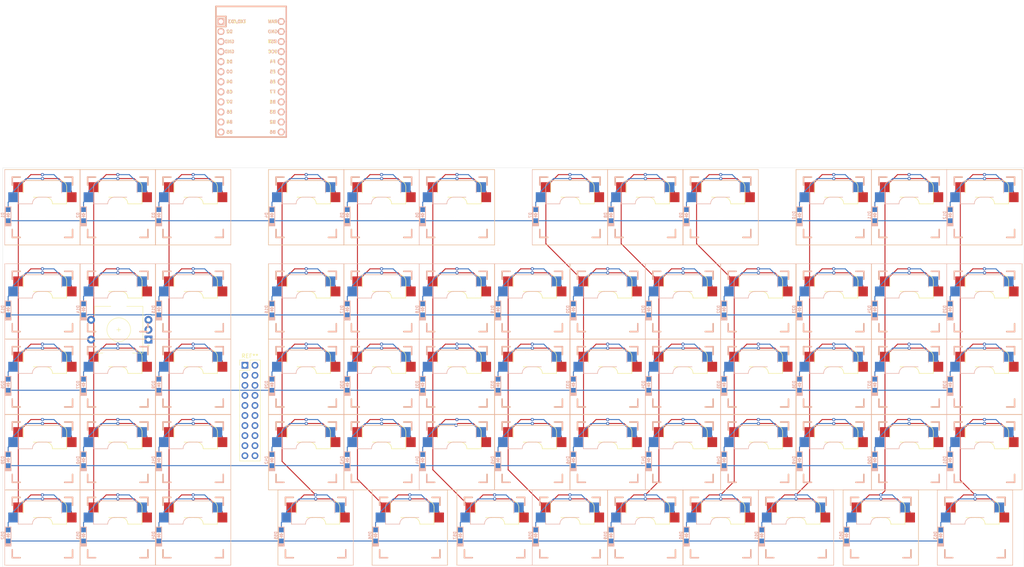
<source format=kicad_pcb>
(kicad_pcb (version 20171130) (host pcbnew "(5.1.10)-1")
  (layers (0 F.Cu signal) (31 B.Cu signal) (34 B.Paste user) (35 F.Paste user) (36 B.SilkS user) (37 F.SilkS user) (38 B.Mask user) (39 F.Mask user) (44 Edge.Cuts user))
  (net 0 "")
  (net 1 ROW1)
  (net 2 "Net-(D1-Pad2)")
  (net 3 ROW2)
  (net 4 "Net-(D2-Pad2)")
  (net 5 ROW3)
  (net 6 "Net-(D3-Pad2)")
  (net 7 ROW4)
  (net 8 "Net-(D4-Pad2)")
  (net 9 "Net-(D5-Pad2)")
  (net 10 ROW5)
  (net 11 "Net-(D6-Pad2)")
  (net 12 "Net-(D7-Pad2)")
  (net 13 "Net-(D8-Pad2)")
  (net 14 "Net-(D9-Pad2)")
  (net 15 "Net-(D10-Pad2)")
  (net 16 "Net-(D11-Pad2)")
  (net 17 "Net-(D12-Pad2)")
  (net 18 "Net-(D13-Pad2)")
  (net 19 "Net-(D14-Pad2)")
  (net 20 "Net-(D15-Pad2)")
  (net 21 "Net-(D16-Pad2)")
  (net 22 "Net-(D17-Pad2)")
  (net 23 "Net-(D18-Pad2)")
  (net 24 "Net-(D19-Pad2)")
  (net 25 "Net-(D20-Pad2)")
  (net 26 "Net-(D21-Pad2)")
  (net 27 "Net-(D22-Pad2)")
  (net 28 "Net-(D23-Pad2)")
  (net 29 "Net-(D24-Pad2)")
  (net 30 "Net-(D25-Pad2)")
  (net 31 "Net-(D26-Pad2)")
  (net 32 "Net-(D27-Pad2)")
  (net 33 "Net-(D28-Pad2)")
  (net 34 "Net-(D29-Pad2)")
  (net 35 "Net-(D30-Pad2)")
  (net 36 "Net-(D31-Pad2)")
  (net 37 "Net-(D32-Pad2)")
  (net 38 "Net-(D33-Pad2)")
  (net 39 "Net-(D34-Pad2)")
  (net 40 "Net-(D35-Pad2)")
  (net 41 "Net-(D36-Pad2)")
  (net 42 "Net-(D37-Pad2)")
  (net 43 "Net-(D38-Pad2)")
  (net 44 "Net-(D40-Pad2)")
  (net 45 "Net-(D41-Pad2)")
  (net 46 "Net-(D42-Pad2)")
  (net 47 "Net-(D43-Pad2)")
  (net 48 "Net-(D44-Pad2)")
  (net 49 "Net-(D45-Pad2)")
  (net 50 "Net-(D46-Pad2)")
  (net 51 "Net-(D47-Pad2)")
  (net 52 "Net-(D48-Pad2)")
  (net 53 "Net-(D49-Pad2)")
  (net 54 "Net-(D50-Pad2)")
  (net 55 "Net-(D51-Pad2)")
  (net 56 "Net-(D52-Pad2)")
  (net 57 "Net-(D53-Pad2)")
  (net 58 "Net-(D54-Pad2)")
  (net 59 "Net-(D55-Pad2)")
  (net 60 "Net-(D56-Pad2)")
  (net 61 "Net-(D57-Pad2)")
  (net 62 "Net-(D58-Pad2)")
  (net 63 "Net-(D59-Pad2)")
  (net 64 "Net-(D60-Pad2)")
  (net 65 "Net-(D61-Pad2)")
  (net 66 "Net-(D62-Pad2)")
  (net 67 "Net-(D63-Pad2)")
  (net 68 COL1)
  (net 69 COL2)
  (net 70 COL3)
  (net 71 COL4)
  (net 72 COL5)
  (net 73 COL6)
  (net 74 COL7)
  (net 75 COL8)
  (net 76 COL9)
  (net 77 COL10)
  (net 78 COL11)
  (net 79 COL12)
  (net 80 COL13)
  (net 81 "Net-(D39-Pad2)")
  (module Connector_PinHeader_2.54mm:PinHeader_2x10_P2.54mm_Vertical (layer F.Cu) (at 73.44 12.93)
    (fp_text reference REF** (at 1.27 -2.33) (layer F.SilkS))
    (fp_text value PinHeader_2x10_P2.54mm_Vertical)
    (pad 20 thru_hole oval (at 2.54 22.86) (size 1.7 1.7) (drill 1) (layers *.Cu *.Mask))
    (pad 19 thru_hole oval (at 0 22.86) (size 1.7 1.7) (drill 1) (layers *.Cu *.Mask))
    (pad 18 thru_hole oval (at 2.54 20.32) (size 1.7 1.7) (drill 1) (layers *.Cu *.Mask))
    (pad 17 thru_hole oval (at 0 20.32) (size 1.7 1.7) (drill 1) (layers *.Cu *.Mask))
    (pad 16 thru_hole oval (at 2.54 17.78) (size 1.7 1.7) (drill 1) (layers *.Cu *.Mask))
    (pad 15 thru_hole oval (at 0 17.78) (size 1.7 1.7) (drill 1) (layers *.Cu *.Mask))
    (pad 14 thru_hole oval (at 2.54 15.24) (size 1.7 1.7) (drill 1) (layers *.Cu *.Mask))
    (pad 13 thru_hole oval (at 0 15.24) (size 1.7 1.7) (drill 1) (layers *.Cu *.Mask))
    (pad 12 thru_hole oval (at 2.54 12.7) (size 1.7 1.7) (drill 1) (layers *.Cu *.Mask))
    (pad 11 thru_hole oval (at 0 12.7) (size 1.7 1.7) (drill 1) (layers *.Cu *.Mask))
    (pad 10 thru_hole oval (at 2.54 10.16) (size 1.7 1.7) (drill 1) (layers *.Cu *.Mask))
    (pad 9 thru_hole oval (at 0 10.16) (size 1.7 1.7) (drill 1) (layers *.Cu *.Mask))
    (pad 8 thru_hole oval (at 2.54 7.62) (size 1.7 1.7) (drill 1) (layers *.Cu *.Mask))
    (pad 7 thru_hole oval (at 0 7.62) (size 1.7 1.7) (drill 1) (layers *.Cu *.Mask))
    (pad 6 thru_hole oval (at 2.54 5.08) (size 1.7 1.7) (drill 1) (layers *.Cu *.Mask))
    (pad 5 thru_hole oval (at 0 5.08) (size 1.7 1.7) (drill 1) (layers *.Cu *.Mask))
    (pad 4 thru_hole oval (at 2.54 2.54) (size 1.7 1.7) (drill 1) (layers *.Cu *.Mask))
    (pad 3 thru_hole oval (at 0 2.54) (size 1.7 1.7) (drill 1) (layers *.Cu *.Mask))
    (pad 2 thru_hole oval (at 2.54 0) (size 1.7 1.7) (drill 1) (layers *.Cu *.Mask))
    (pad 1 thru_hole rect (at 0 0) (size 1.7 1.7) (drill 1) (layers *.Cu *.Mask))
  )
  (module Keebio-Parts:RotaryEncoder_EC11-no-legs (layer F.Cu) (at 41.55 3.94375 180)
    (fp_text reference SW64)
    (fp_text value Rotary_Encoder_Switch)
    (pad A thru_hole rect (at -7.5 -2.5 180) (size 2 2) (drill 1) (layers *.Cu *.Mask))
    (pad C thru_hole circle (at -7.5 0 180) (size 2 2) (drill 1) (layers *.Cu *.Mask))
    (pad B thru_hole circle (at -7.5 2.5 180) (size 2 2) (drill 1) (layers *.Cu *.Mask))
    (pad S2 thru_hole circle (at 7 -2.5 180) (size 2 2) (drill 1) (layers *.Cu *.Mask))
    (pad S1 thru_hole circle (at 7 2.5 180) (size 2 2) (drill 1) (layers *.Cu *.Mask))
  )
  (module keyboard_parts:Kailh_MX_Socket_reversible (layer F.Cu) (at 260.375 -27.0125)
    (fp_text reference SW12 hide)
    (fp_text value SW_PUSH hide)
    (pad 1 smd rect (at -7.36 -2.54) (size 2.55 2.5) (layers B.Cu B.Paste B.Mask) (net 17 "Net-(D12-Pad2)"))
    (pad "" np_thru_hole circle (at 0 0) (size 3.98018 3.98018) (drill 3.98018) (layers *.Cu *.Mask))
    (pad "" np_thru_hole circle (at 2.54 -5.08) (size 2.95 2.95) (drill 2.95) (layers *.Cu *.Mask))
    (pad "" np_thru_hole circle (at -3.81 -2.54) (size 2.95 2.95) (drill 2.95) (layers *.Cu *.Mask))
    (pad 2 smd rect (at 6.09 -5.08) (size 2.55 2.5) (layers B.Cu B.Paste B.Mask) (net 80 COL13))
    (pad "" np_thru_hole circle (at 3.81 -2.54) (size 2.95 2.95) (drill 2.95) (layers *.Cu *.Mask))
    (pad "" np_thru_hole circle (at -2.54 -5.08) (size 2.95 2.95) (drill 2.95) (layers *.Cu *.Mask))
    (pad 2 smd rect (at -6.09 -5.08) (size 2.55 2.5) (layers F.Cu F.Paste F.Mask) (net 80 COL13))
    (pad 1 smd rect (at 7.36 -2.54) (size 2.55 2.5) (layers F.Cu F.Paste F.Mask) (net 17 "Net-(D12-Pad2)"))
  )
  (module keyboard_parts:Kailh_MX_Socket_reversible (layer F.Cu) (at 22.25 53.95)
    (fp_text reference SW52 hide)
    (fp_text value SW_PUSH hide)
    (pad 1 smd rect (at -7.36 -2.54) (size 2.55 2.5) (layers B.Cu B.Paste B.Mask) (net 56 "Net-(D52-Pad2)"))
    (pad "" np_thru_hole circle (at 0 0) (size 3.98018 3.98018) (drill 3.98018) (layers *.Cu *.Mask))
    (pad "" np_thru_hole circle (at 2.54 -5.08) (size 2.95 2.95) (drill 2.95) (layers *.Cu *.Mask))
    (pad "" np_thru_hole circle (at -3.81 -2.54) (size 2.95 2.95) (drill 2.95) (layers *.Cu *.Mask))
    (pad 2 smd rect (at 6.09 -5.08) (size 2.55 2.5) (layers B.Cu B.Paste B.Mask) (net 68 COL1))
    (pad "" np_thru_hole circle (at 3.81 -2.54) (size 2.95 2.95) (drill 2.95) (layers *.Cu *.Mask))
    (pad "" np_thru_hole circle (at -2.54 -5.08) (size 2.95 2.95) (drill 2.95) (layers *.Cu *.Mask))
    (pad 2 smd rect (at -6.09 -5.08) (size 2.55 2.5) (layers F.Cu F.Paste F.Mask) (net 68 COL1))
    (pad 1 smd rect (at 7.36 -2.54) (size 2.55 2.5) (layers F.Cu F.Paste F.Mask) (net 56 "Net-(D52-Pad2)"))
  )
  (module keyboard_parts:Kailh_MX_Socket_reversible (layer F.Cu) (at 257.99375 53.95)
    (fp_text reference SW63 hide)
    (fp_text value SW_PUSH hide)
    (pad 1 smd rect (at 7.36 -2.54) (size 2.55 2.5) (layers F.Cu F.Paste F.Mask) (net 67 "Net-(D63-Pad2)"))
    (pad 2 smd rect (at -6.09 -5.08) (size 2.55 2.5) (layers F.Cu F.Paste F.Mask) (net 80 COL13))
    (pad "" np_thru_hole circle (at -2.54 -5.08) (size 2.95 2.95) (drill 2.95) (layers *.Cu *.Mask))
    (pad "" np_thru_hole circle (at 3.81 -2.54) (size 2.95 2.95) (drill 2.95) (layers *.Cu *.Mask))
    (pad 2 smd rect (at 6.09 -5.08) (size 2.55 2.5) (layers B.Cu B.Paste B.Mask) (net 80 COL13))
    (pad "" np_thru_hole circle (at -3.81 -2.54) (size 2.95 2.95) (drill 2.95) (layers *.Cu *.Mask))
    (pad "" np_thru_hole circle (at 2.54 -5.08) (size 2.95 2.95) (drill 2.95) (layers *.Cu *.Mask))
    (pad "" np_thru_hole circle (at 0 0) (size 3.98018 3.98018) (drill 3.98018) (layers *.Cu *.Mask))
    (pad 1 smd rect (at -7.36 -2.54) (size 2.55 2.5) (layers B.Cu B.Paste B.Mask) (net 67 "Net-(D63-Pad2)"))
  )
  (module keyboard_parts:Kailh_MX_Socket_reversible (layer F.Cu) (at 234.18125 53.95)
    (fp_text reference SW62 hide)
    (fp_text value SW_PUSH hide)
    (pad 1 smd rect (at 7.36 -2.54) (size 2.55 2.5) (layers F.Cu F.Paste F.Mask) (net 66 "Net-(D62-Pad2)"))
    (pad 2 smd rect (at -6.09 -5.08) (size 2.55 2.5) (layers F.Cu F.Paste F.Mask) (net 79 COL12))
    (pad "" np_thru_hole circle (at -2.54 -5.08) (size 2.95 2.95) (drill 2.95) (layers *.Cu *.Mask))
    (pad "" np_thru_hole circle (at 3.81 -2.54) (size 2.95 2.95) (drill 2.95) (layers *.Cu *.Mask))
    (pad 2 smd rect (at 6.09 -5.08) (size 2.55 2.5) (layers B.Cu B.Paste B.Mask) (net 79 COL12))
    (pad "" np_thru_hole circle (at -3.81 -2.54) (size 2.95 2.95) (drill 2.95) (layers *.Cu *.Mask))
    (pad "" np_thru_hole circle (at 2.54 -5.08) (size 2.95 2.95) (drill 2.95) (layers *.Cu *.Mask))
    (pad "" np_thru_hole circle (at 0 0) (size 3.98018 3.98018) (drill 3.98018) (layers *.Cu *.Mask))
    (pad 1 smd rect (at -7.36 -2.54) (size 2.55 2.5) (layers B.Cu B.Paste B.Mask) (net 66 "Net-(D62-Pad2)"))
  )
  (module keyboard_parts:Kailh_MX_Socket_reversible (layer F.Cu) (at 212.75 53.95)
    (fp_text reference SW61 hide)
    (fp_text value SW_PUSH hide)
    (pad 1 smd rect (at 7.36 -2.54) (size 2.55 2.5) (layers F.Cu F.Paste F.Mask) (net 65 "Net-(D61-Pad2)"))
    (pad 2 smd rect (at -6.09 -5.08) (size 2.55 2.5) (layers F.Cu F.Paste F.Mask) (net 78 COL11))
    (pad "" np_thru_hole circle (at -2.54 -5.08) (size 2.95 2.95) (drill 2.95) (layers *.Cu *.Mask))
    (pad "" np_thru_hole circle (at 3.81 -2.54) (size 2.95 2.95) (drill 2.95) (layers *.Cu *.Mask))
    (pad 2 smd rect (at 6.09 -5.08) (size 2.55 2.5) (layers B.Cu B.Paste B.Mask) (net 78 COL11))
    (pad "" np_thru_hole circle (at -3.81 -2.54) (size 2.95 2.95) (drill 2.95) (layers *.Cu *.Mask))
    (pad "" np_thru_hole circle (at 2.54 -5.08) (size 2.95 2.95) (drill 2.95) (layers *.Cu *.Mask))
    (pad "" np_thru_hole circle (at 0 0) (size 3.98018 3.98018) (drill 3.98018) (layers *.Cu *.Mask))
    (pad 1 smd rect (at -7.36 -2.54) (size 2.55 2.5) (layers B.Cu B.Paste B.Mask) (net 65 "Net-(D61-Pad2)"))
  )
  (module keyboard_parts:Kailh_MX_Socket_reversible (layer F.Cu) (at 193.7 53.95)
    (fp_text reference SW60 hide)
    (fp_text value SW_PUSH hide)
    (pad 1 smd rect (at 7.36 -2.54) (size 2.55 2.5) (layers F.Cu F.Paste F.Mask) (net 64 "Net-(D60-Pad2)"))
    (pad 2 smd rect (at -6.09 -5.08) (size 2.55 2.5) (layers F.Cu F.Paste F.Mask) (net 77 COL10))
    (pad "" np_thru_hole circle (at -2.54 -5.08) (size 2.95 2.95) (drill 2.95) (layers *.Cu *.Mask))
    (pad "" np_thru_hole circle (at 3.81 -2.54) (size 2.95 2.95) (drill 2.95) (layers *.Cu *.Mask))
    (pad 2 smd rect (at 6.09 -5.08) (size 2.55 2.5) (layers B.Cu B.Paste B.Mask) (net 77 COL10))
    (pad "" np_thru_hole circle (at -3.81 -2.54) (size 2.95 2.95) (drill 2.95) (layers *.Cu *.Mask))
    (pad "" np_thru_hole circle (at 2.54 -5.08) (size 2.95 2.95) (drill 2.95) (layers *.Cu *.Mask))
    (pad "" np_thru_hole circle (at 0 0) (size 3.98018 3.98018) (drill 3.98018) (layers *.Cu *.Mask))
    (pad 1 smd rect (at -7.36 -2.54) (size 2.55 2.5) (layers B.Cu B.Paste B.Mask) (net 64 "Net-(D60-Pad2)"))
  )
  (module keyboard_parts:Kailh_MX_Socket_reversible (layer F.Cu) (at 174.65 53.95)
    (fp_text reference SW59 hide)
    (fp_text value SW_PUSH hide)
    (pad 1 smd rect (at 7.36 -2.54) (size 2.55 2.5) (layers F.Cu F.Paste F.Mask) (net 63 "Net-(D59-Pad2)"))
    (pad 2 smd rect (at -6.09 -5.08) (size 2.55 2.5) (layers F.Cu F.Paste F.Mask) (net 76 COL9))
    (pad "" np_thru_hole circle (at -2.54 -5.08) (size 2.95 2.95) (drill 2.95) (layers *.Cu *.Mask))
    (pad "" np_thru_hole circle (at 3.81 -2.54) (size 2.95 2.95) (drill 2.95) (layers *.Cu *.Mask))
    (pad 2 smd rect (at 6.09 -5.08) (size 2.55 2.5) (layers B.Cu B.Paste B.Mask) (net 76 COL9))
    (pad "" np_thru_hole circle (at -3.81 -2.54) (size 2.95 2.95) (drill 2.95) (layers *.Cu *.Mask))
    (pad "" np_thru_hole circle (at 2.54 -5.08) (size 2.95 2.95) (drill 2.95) (layers *.Cu *.Mask))
    (pad "" np_thru_hole circle (at 0 0) (size 3.98018 3.98018) (drill 3.98018) (layers *.Cu *.Mask))
    (pad 1 smd rect (at -7.36 -2.54) (size 2.55 2.5) (layers B.Cu B.Paste B.Mask) (net 63 "Net-(D59-Pad2)"))
  )
  (module keyboard_parts:Kailh_MX_Socket_reversible (layer F.Cu) (at 155.6 53.95)
    (fp_text reference SW58 hide)
    (fp_text value SW_PUSH hide)
    (pad 1 smd rect (at 7.36 -2.54) (size 2.55 2.5) (layers F.Cu F.Paste F.Mask) (net 62 "Net-(D58-Pad2)"))
    (pad 2 smd rect (at -6.09 -5.08) (size 2.55 2.5) (layers F.Cu F.Paste F.Mask) (net 74 COL7))
    (pad "" np_thru_hole circle (at -2.54 -5.08) (size 2.95 2.95) (drill 2.95) (layers *.Cu *.Mask))
    (pad "" np_thru_hole circle (at 3.81 -2.54) (size 2.95 2.95) (drill 2.95) (layers *.Cu *.Mask))
    (pad 2 smd rect (at 6.09 -5.08) (size 2.55 2.5) (layers B.Cu B.Paste B.Mask) (net 74 COL7))
    (pad "" np_thru_hole circle (at -3.81 -2.54) (size 2.95 2.95) (drill 2.95) (layers *.Cu *.Mask))
    (pad "" np_thru_hole circle (at 2.54 -5.08) (size 2.95 2.95) (drill 2.95) (layers *.Cu *.Mask))
    (pad "" np_thru_hole circle (at 0 0) (size 3.98018 3.98018) (drill 3.98018) (layers *.Cu *.Mask))
    (pad 1 smd rect (at -7.36 -2.54) (size 2.55 2.5) (layers B.Cu B.Paste B.Mask) (net 62 "Net-(D58-Pad2)"))
  )
  (module keyboard_parts:Kailh_MX_Socket_reversible (layer F.Cu) (at 136.55 53.95)
    (fp_text reference SW57 hide)
    (fp_text value SW_PUSH hide)
    (pad 1 smd rect (at 7.36 -2.54) (size 2.55 2.5) (layers F.Cu F.Paste F.Mask) (net 61 "Net-(D57-Pad2)"))
    (pad 2 smd rect (at -6.09 -5.08) (size 2.55 2.5) (layers F.Cu F.Paste F.Mask) (net 73 COL6))
    (pad "" np_thru_hole circle (at -2.54 -5.08) (size 2.95 2.95) (drill 2.95) (layers *.Cu *.Mask))
    (pad "" np_thru_hole circle (at 3.81 -2.54) (size 2.95 2.95) (drill 2.95) (layers *.Cu *.Mask))
    (pad 2 smd rect (at 6.09 -5.08) (size 2.55 2.5) (layers B.Cu B.Paste B.Mask) (net 73 COL6))
    (pad "" np_thru_hole circle (at -3.81 -2.54) (size 2.95 2.95) (drill 2.95) (layers *.Cu *.Mask))
    (pad "" np_thru_hole circle (at 2.54 -5.08) (size 2.95 2.95) (drill 2.95) (layers *.Cu *.Mask))
    (pad "" np_thru_hole circle (at 0 0) (size 3.98018 3.98018) (drill 3.98018) (layers *.Cu *.Mask))
    (pad 1 smd rect (at -7.36 -2.54) (size 2.55 2.5) (layers B.Cu B.Paste B.Mask) (net 61 "Net-(D57-Pad2)"))
  )
  (module keyboard_parts:Kailh_MX_Socket_reversible (layer F.Cu) (at 115.11875 53.95)
    (fp_text reference SW56 hide)
    (fp_text value SW_PUSH hide)
    (pad 1 smd rect (at 7.36 -2.54) (size 2.55 2.5) (layers F.Cu F.Paste F.Mask) (net 60 "Net-(D56-Pad2)"))
    (pad 2 smd rect (at -6.09 -5.08) (size 2.55 2.5) (layers F.Cu F.Paste F.Mask) (net 72 COL5))
    (pad "" np_thru_hole circle (at -2.54 -5.08) (size 2.95 2.95) (drill 2.95) (layers *.Cu *.Mask))
    (pad "" np_thru_hole circle (at 3.81 -2.54) (size 2.95 2.95) (drill 2.95) (layers *.Cu *.Mask))
    (pad 2 smd rect (at 6.09 -5.08) (size 2.55 2.5) (layers B.Cu B.Paste B.Mask) (net 72 COL5))
    (pad "" np_thru_hole circle (at -3.81 -2.54) (size 2.95 2.95) (drill 2.95) (layers *.Cu *.Mask))
    (pad "" np_thru_hole circle (at 2.54 -5.08) (size 2.95 2.95) (drill 2.95) (layers *.Cu *.Mask))
    (pad "" np_thru_hole circle (at 0 0) (size 3.98018 3.98018) (drill 3.98018) (layers *.Cu *.Mask))
    (pad 1 smd rect (at -7.36 -2.54) (size 2.55 2.5) (layers B.Cu B.Paste B.Mask) (net 60 "Net-(D56-Pad2)"))
  )
  (module keyboard_parts:Kailh_MX_Socket_reversible (layer F.Cu) (at 91.30625 53.95)
    (fp_text reference SW55 hide)
    (fp_text value SW_PUSH hide)
    (pad 1 smd rect (at 7.36 -2.54) (size 2.55 2.5) (layers F.Cu F.Paste F.Mask) (net 59 "Net-(D55-Pad2)"))
    (pad 2 smd rect (at -6.09 -5.08) (size 2.55 2.5) (layers F.Cu F.Paste F.Mask) (net 71 COL4))
    (pad "" np_thru_hole circle (at -2.54 -5.08) (size 2.95 2.95) (drill 2.95) (layers *.Cu *.Mask))
    (pad "" np_thru_hole circle (at 3.81 -2.54) (size 2.95 2.95) (drill 2.95) (layers *.Cu *.Mask))
    (pad 2 smd rect (at 6.09 -5.08) (size 2.55 2.5) (layers B.Cu B.Paste B.Mask) (net 71 COL4))
    (pad "" np_thru_hole circle (at -3.81 -2.54) (size 2.95 2.95) (drill 2.95) (layers *.Cu *.Mask))
    (pad "" np_thru_hole circle (at 2.54 -5.08) (size 2.95 2.95) (drill 2.95) (layers *.Cu *.Mask))
    (pad "" np_thru_hole circle (at 0 0) (size 3.98018 3.98018) (drill 3.98018) (layers *.Cu *.Mask))
    (pad 1 smd rect (at -7.36 -2.54) (size 2.55 2.5) (layers B.Cu B.Paste B.Mask) (net 59 "Net-(D55-Pad2)"))
  )
  (module keyboard_parts:Kailh_MX_Socket_reversible (layer F.Cu) (at 60.35 53.95)
    (fp_text reference SW54 hide)
    (fp_text value SW_PUSH hide)
    (pad 1 smd rect (at 7.36 -2.54) (size 2.55 2.5) (layers F.Cu F.Paste F.Mask) (net 58 "Net-(D54-Pad2)"))
    (pad 2 smd rect (at -6.09 -5.08) (size 2.55 2.5) (layers F.Cu F.Paste F.Mask) (net 70 COL3))
    (pad "" np_thru_hole circle (at -2.54 -5.08) (size 2.95 2.95) (drill 2.95) (layers *.Cu *.Mask))
    (pad "" np_thru_hole circle (at 3.81 -2.54) (size 2.95 2.95) (drill 2.95) (layers *.Cu *.Mask))
    (pad 2 smd rect (at 6.09 -5.08) (size 2.55 2.5) (layers B.Cu B.Paste B.Mask) (net 70 COL3))
    (pad "" np_thru_hole circle (at -3.81 -2.54) (size 2.95 2.95) (drill 2.95) (layers *.Cu *.Mask))
    (pad "" np_thru_hole circle (at 2.54 -5.08) (size 2.95 2.95) (drill 2.95) (layers *.Cu *.Mask))
    (pad "" np_thru_hole circle (at 0 0) (size 3.98018 3.98018) (drill 3.98018) (layers *.Cu *.Mask))
    (pad 1 smd rect (at -7.36 -2.54) (size 2.55 2.5) (layers B.Cu B.Paste B.Mask) (net 58 "Net-(D54-Pad2)"))
  )
  (module keyboard_parts:Kailh_MX_Socket_reversible (layer F.Cu) (at 41.3 53.95)
    (fp_text reference SW53 hide)
    (fp_text value SW_PUSH hide)
    (pad 1 smd rect (at 7.36 -2.54) (size 2.55 2.5) (layers F.Cu F.Paste F.Mask) (net 57 "Net-(D53-Pad2)"))
    (pad 2 smd rect (at -6.09 -5.08) (size 2.55 2.5) (layers F.Cu F.Paste F.Mask) (net 69 COL2))
    (pad "" np_thru_hole circle (at -2.54 -5.08) (size 2.95 2.95) (drill 2.95) (layers *.Cu *.Mask))
    (pad "" np_thru_hole circle (at 3.81 -2.54) (size 2.95 2.95) (drill 2.95) (layers *.Cu *.Mask))
    (pad 2 smd rect (at 6.09 -5.08) (size 2.55 2.5) (layers B.Cu B.Paste B.Mask) (net 69 COL2))
    (pad "" np_thru_hole circle (at -3.81 -2.54) (size 2.95 2.95) (drill 2.95) (layers *.Cu *.Mask))
    (pad "" np_thru_hole circle (at 2.54 -5.08) (size 2.95 2.95) (drill 2.95) (layers *.Cu *.Mask))
    (pad "" np_thru_hole circle (at 0 0) (size 3.98018 3.98018) (drill 3.98018) (layers *.Cu *.Mask))
    (pad 1 smd rect (at -7.36 -2.54) (size 2.55 2.5) (layers B.Cu B.Paste B.Mask) (net 57 "Net-(D53-Pad2)"))
  )
  (module keyboard_parts:Kailh_MX_Socket_reversible (layer F.Cu) (at 260.375 34.9)
    (fp_text reference SW51 hide)
    (fp_text value SW_PUSH hide)
    (pad 1 smd rect (at -7.36 -2.54) (size 2.55 2.5) (layers B.Cu B.Paste B.Mask) (net 55 "Net-(D51-Pad2)"))
    (pad "" np_thru_hole circle (at 0 0) (size 3.98018 3.98018) (drill 3.98018) (layers *.Cu *.Mask))
    (pad "" np_thru_hole circle (at 2.54 -5.08) (size 2.95 2.95) (drill 2.95) (layers *.Cu *.Mask))
    (pad "" np_thru_hole circle (at -3.81 -2.54) (size 2.95 2.95) (drill 2.95) (layers *.Cu *.Mask))
    (pad 2 smd rect (at 6.09 -5.08) (size 2.55 2.5) (layers B.Cu B.Paste B.Mask) (net 80 COL13))
    (pad "" np_thru_hole circle (at 3.81 -2.54) (size 2.95 2.95) (drill 2.95) (layers *.Cu *.Mask))
    (pad "" np_thru_hole circle (at -2.54 -5.08) (size 2.95 2.95) (drill 2.95) (layers *.Cu *.Mask))
    (pad 2 smd rect (at -6.09 -5.08) (size 2.55 2.5) (layers F.Cu F.Paste F.Mask) (net 80 COL13))
    (pad 1 smd rect (at 7.36 -2.54) (size 2.55 2.5) (layers F.Cu F.Paste F.Mask) (net 55 "Net-(D51-Pad2)"))
  )
  (module keyboard_parts:Kailh_MX_Socket_reversible (layer F.Cu) (at 241.325 34.9)
    (fp_text reference SW50 hide)
    (fp_text value SW_PUSH hide)
    (pad 1 smd rect (at -7.36 -2.54) (size 2.55 2.5) (layers B.Cu B.Paste B.Mask) (net 54 "Net-(D50-Pad2)"))
    (pad "" np_thru_hole circle (at 0 0) (size 3.98018 3.98018) (drill 3.98018) (layers *.Cu *.Mask))
    (pad "" np_thru_hole circle (at 2.54 -5.08) (size 2.95 2.95) (drill 2.95) (layers *.Cu *.Mask))
    (pad "" np_thru_hole circle (at -3.81 -2.54) (size 2.95 2.95) (drill 2.95) (layers *.Cu *.Mask))
    (pad 2 smd rect (at 6.09 -5.08) (size 2.55 2.5) (layers B.Cu B.Paste B.Mask) (net 79 COL12))
    (pad "" np_thru_hole circle (at 3.81 -2.54) (size 2.95 2.95) (drill 2.95) (layers *.Cu *.Mask))
    (pad "" np_thru_hole circle (at -2.54 -5.08) (size 2.95 2.95) (drill 2.95) (layers *.Cu *.Mask))
    (pad 2 smd rect (at -6.09 -5.08) (size 2.55 2.5) (layers F.Cu F.Paste F.Mask) (net 79 COL12))
    (pad 1 smd rect (at 7.36 -2.54) (size 2.55 2.5) (layers F.Cu F.Paste F.Mask) (net 54 "Net-(D50-Pad2)"))
  )
  (module keyboard_parts:Kailh_MX_Socket_reversible (layer F.Cu) (at 222.275 34.9)
    (fp_text reference SW49 hide)
    (fp_text value SW_PUSH hide)
    (pad 1 smd rect (at -7.36 -2.54) (size 2.55 2.5) (layers B.Cu B.Paste B.Mask) (net 53 "Net-(D49-Pad2)"))
    (pad "" np_thru_hole circle (at 0 0) (size 3.98018 3.98018) (drill 3.98018) (layers *.Cu *.Mask))
    (pad "" np_thru_hole circle (at 2.54 -5.08) (size 2.95 2.95) (drill 2.95) (layers *.Cu *.Mask))
    (pad "" np_thru_hole circle (at -3.81 -2.54) (size 2.95 2.95) (drill 2.95) (layers *.Cu *.Mask))
    (pad 2 smd rect (at 6.09 -5.08) (size 2.55 2.5) (layers B.Cu B.Paste B.Mask) (net 78 COL11))
    (pad "" np_thru_hole circle (at 3.81 -2.54) (size 2.95 2.95) (drill 2.95) (layers *.Cu *.Mask))
    (pad "" np_thru_hole circle (at -2.54 -5.08) (size 2.95 2.95) (drill 2.95) (layers *.Cu *.Mask))
    (pad 2 smd rect (at -6.09 -5.08) (size 2.55 2.5) (layers F.Cu F.Paste F.Mask) (net 78 COL11))
    (pad 1 smd rect (at 7.36 -2.54) (size 2.55 2.5) (layers F.Cu F.Paste F.Mask) (net 53 "Net-(D49-Pad2)"))
  )
  (module keyboard_parts:Kailh_MX_Socket_reversible (layer F.Cu) (at 203.225 34.9)
    (fp_text reference SW48 hide)
    (fp_text value SW_PUSH hide)
    (pad 1 smd rect (at -7.36 -2.54) (size 2.55 2.5) (layers B.Cu B.Paste B.Mask) (net 52 "Net-(D48-Pad2)"))
    (pad "" np_thru_hole circle (at 0 0) (size 3.98018 3.98018) (drill 3.98018) (layers *.Cu *.Mask))
    (pad "" np_thru_hole circle (at 2.54 -5.08) (size 2.95 2.95) (drill 2.95) (layers *.Cu *.Mask))
    (pad "" np_thru_hole circle (at -3.81 -2.54) (size 2.95 2.95) (drill 2.95) (layers *.Cu *.Mask))
    (pad 2 smd rect (at 6.09 -5.08) (size 2.55 2.5) (layers B.Cu B.Paste B.Mask) (net 77 COL10))
    (pad "" np_thru_hole circle (at 3.81 -2.54) (size 2.95 2.95) (drill 2.95) (layers *.Cu *.Mask))
    (pad "" np_thru_hole circle (at -2.54 -5.08) (size 2.95 2.95) (drill 2.95) (layers *.Cu *.Mask))
    (pad 2 smd rect (at -6.09 -5.08) (size 2.55 2.5) (layers F.Cu F.Paste F.Mask) (net 77 COL10))
    (pad 1 smd rect (at 7.36 -2.54) (size 2.55 2.5) (layers F.Cu F.Paste F.Mask) (net 52 "Net-(D48-Pad2)"))
  )
  (module keyboard_parts:Kailh_MX_Socket_reversible (layer F.Cu) (at 184.175 34.9)
    (fp_text reference SW47 hide)
    (fp_text value SW_PUSH hide)
    (pad 1 smd rect (at -7.36 -2.54) (size 2.55 2.5) (layers B.Cu B.Paste B.Mask) (net 51 "Net-(D47-Pad2)"))
    (pad "" np_thru_hole circle (at 0 0) (size 3.98018 3.98018) (drill 3.98018) (layers *.Cu *.Mask))
    (pad "" np_thru_hole circle (at 2.54 -5.08) (size 2.95 2.95) (drill 2.95) (layers *.Cu *.Mask))
    (pad "" np_thru_hole circle (at -3.81 -2.54) (size 2.95 2.95) (drill 2.95) (layers *.Cu *.Mask))
    (pad 2 smd rect (at 6.09 -5.08) (size 2.55 2.5) (layers B.Cu B.Paste B.Mask) (net 76 COL9))
    (pad "" np_thru_hole circle (at 3.81 -2.54) (size 2.95 2.95) (drill 2.95) (layers *.Cu *.Mask))
    (pad "" np_thru_hole circle (at -2.54 -5.08) (size 2.95 2.95) (drill 2.95) (layers *.Cu *.Mask))
    (pad 2 smd rect (at -6.09 -5.08) (size 2.55 2.5) (layers F.Cu F.Paste F.Mask) (net 76 COL9))
    (pad 1 smd rect (at 7.36 -2.54) (size 2.55 2.5) (layers F.Cu F.Paste F.Mask) (net 51 "Net-(D47-Pad2)"))
  )
  (module keyboard_parts:Kailh_MX_Socket_reversible (layer F.Cu) (at 165.125 34.9)
    (fp_text reference SW46 hide)
    (fp_text value SW_PUSH hide)
    (pad 1 smd rect (at -7.36 -2.54) (size 2.55 2.5) (layers B.Cu B.Paste B.Mask) (net 50 "Net-(D46-Pad2)"))
    (pad "" np_thru_hole circle (at 0 0) (size 3.98018 3.98018) (drill 3.98018) (layers *.Cu *.Mask))
    (pad "" np_thru_hole circle (at 2.54 -5.08) (size 2.95 2.95) (drill 2.95) (layers *.Cu *.Mask))
    (pad "" np_thru_hole circle (at -3.81 -2.54) (size 2.95 2.95) (drill 2.95) (layers *.Cu *.Mask))
    (pad 2 smd rect (at 6.09 -5.08) (size 2.55 2.5) (layers B.Cu B.Paste B.Mask) (net 75 COL8))
    (pad "" np_thru_hole circle (at 3.81 -2.54) (size 2.95 2.95) (drill 2.95) (layers *.Cu *.Mask))
    (pad "" np_thru_hole circle (at -2.54 -5.08) (size 2.95 2.95) (drill 2.95) (layers *.Cu *.Mask))
    (pad 2 smd rect (at -6.09 -5.08) (size 2.55 2.5) (layers F.Cu F.Paste F.Mask) (net 75 COL8))
    (pad 1 smd rect (at 7.36 -2.54) (size 2.55 2.5) (layers F.Cu F.Paste F.Mask) (net 50 "Net-(D46-Pad2)"))
  )
  (module keyboard_parts:Kailh_MX_Socket_reversible (layer F.Cu) (at 146.075 34.9)
    (fp_text reference SW45 hide)
    (fp_text value SW_PUSH hide)
    (pad 1 smd rect (at -7.36 -2.54) (size 2.55 2.5) (layers B.Cu B.Paste B.Mask) (net 49 "Net-(D45-Pad2)"))
    (pad "" np_thru_hole circle (at 0 0) (size 3.98018 3.98018) (drill 3.98018) (layers *.Cu *.Mask))
    (pad "" np_thru_hole circle (at 2.54 -5.08) (size 2.95 2.95) (drill 2.95) (layers *.Cu *.Mask))
    (pad "" np_thru_hole circle (at -3.81 -2.54) (size 2.95 2.95) (drill 2.95) (layers *.Cu *.Mask))
    (pad 2 smd rect (at 6.09 -5.08) (size 2.55 2.5) (layers B.Cu B.Paste B.Mask) (net 74 COL7))
    (pad "" np_thru_hole circle (at 3.81 -2.54) (size 2.95 2.95) (drill 2.95) (layers *.Cu *.Mask))
    (pad "" np_thru_hole circle (at -2.54 -5.08) (size 2.95 2.95) (drill 2.95) (layers *.Cu *.Mask))
    (pad 2 smd rect (at -6.09 -5.08) (size 2.55 2.5) (layers F.Cu F.Paste F.Mask) (net 74 COL7))
    (pad 1 smd rect (at 7.36 -2.54) (size 2.55 2.5) (layers F.Cu F.Paste F.Mask) (net 49 "Net-(D45-Pad2)"))
  )
  (module keyboard_parts:Kailh_MX_Socket_reversible (layer F.Cu) (at 127.025 34.9)
    (fp_text reference SW44 hide)
    (fp_text value SW_PUSH hide)
    (pad 1 smd rect (at -7.36 -2.54) (size 2.55 2.5) (layers B.Cu B.Paste B.Mask) (net 48 "Net-(D44-Pad2)"))
    (pad "" np_thru_hole circle (at 0 0) (size 3.98018 3.98018) (drill 3.98018) (layers *.Cu *.Mask))
    (pad "" np_thru_hole circle (at 2.54 -5.08) (size 2.95 2.95) (drill 2.95) (layers *.Cu *.Mask))
    (pad "" np_thru_hole circle (at -3.81 -2.54) (size 2.95 2.95) (drill 2.95) (layers *.Cu *.Mask))
    (pad 2 smd rect (at 6.09 -5.08) (size 2.55 2.5) (layers B.Cu B.Paste B.Mask) (net 73 COL6))
    (pad "" np_thru_hole circle (at 3.81 -2.54) (size 2.95 2.95) (drill 2.95) (layers *.Cu *.Mask))
    (pad "" np_thru_hole circle (at -2.54 -5.08) (size 2.95 2.95) (drill 2.95) (layers *.Cu *.Mask))
    (pad 2 smd rect (at -6.09 -5.08) (size 2.55 2.5) (layers F.Cu F.Paste F.Mask) (net 73 COL6))
    (pad 1 smd rect (at 7.36 -2.54) (size 2.55 2.5) (layers F.Cu F.Paste F.Mask) (net 48 "Net-(D44-Pad2)"))
  )
  (module keyboard_parts:Kailh_MX_Socket_reversible (layer F.Cu) (at 107.975 34.9)
    (fp_text reference SW43 hide)
    (fp_text value SW_PUSH hide)
    (pad 1 smd rect (at -7.36 -2.54) (size 2.55 2.5) (layers B.Cu B.Paste B.Mask) (net 47 "Net-(D43-Pad2)"))
    (pad "" np_thru_hole circle (at 0 0) (size 3.98018 3.98018) (drill 3.98018) (layers *.Cu *.Mask))
    (pad "" np_thru_hole circle (at 2.54 -5.08) (size 2.95 2.95) (drill 2.95) (layers *.Cu *.Mask))
    (pad "" np_thru_hole circle (at -3.81 -2.54) (size 2.95 2.95) (drill 2.95) (layers *.Cu *.Mask))
    (pad 2 smd rect (at 6.09 -5.08) (size 2.55 2.5) (layers B.Cu B.Paste B.Mask) (net 72 COL5))
    (pad "" np_thru_hole circle (at 3.81 -2.54) (size 2.95 2.95) (drill 2.95) (layers *.Cu *.Mask))
    (pad "" np_thru_hole circle (at -2.54 -5.08) (size 2.95 2.95) (drill 2.95) (layers *.Cu *.Mask))
    (pad 2 smd rect (at -6.09 -5.08) (size 2.55 2.5) (layers F.Cu F.Paste F.Mask) (net 72 COL5))
    (pad 1 smd rect (at 7.36 -2.54) (size 2.55 2.5) (layers F.Cu F.Paste F.Mask) (net 47 "Net-(D43-Pad2)"))
  )
  (module keyboard_parts:Kailh_MX_Socket_reversible (layer F.Cu) (at 88.925 34.9)
    (fp_text reference SW42 hide)
    (fp_text value SW_PUSH hide)
    (pad 1 smd rect (at -7.36 -2.54) (size 2.55 2.5) (layers B.Cu B.Paste B.Mask) (net 46 "Net-(D42-Pad2)"))
    (pad "" np_thru_hole circle (at 0 0) (size 3.98018 3.98018) (drill 3.98018) (layers *.Cu *.Mask))
    (pad "" np_thru_hole circle (at 2.54 -5.08) (size 2.95 2.95) (drill 2.95) (layers *.Cu *.Mask))
    (pad "" np_thru_hole circle (at -3.81 -2.54) (size 2.95 2.95) (drill 2.95) (layers *.Cu *.Mask))
    (pad 2 smd rect (at 6.09 -5.08) (size 2.55 2.5) (layers B.Cu B.Paste B.Mask) (net 71 COL4))
    (pad "" np_thru_hole circle (at 3.81 -2.54) (size 2.95 2.95) (drill 2.95) (layers *.Cu *.Mask))
    (pad "" np_thru_hole circle (at -2.54 -5.08) (size 2.95 2.95) (drill 2.95) (layers *.Cu *.Mask))
    (pad 2 smd rect (at -6.09 -5.08) (size 2.55 2.5) (layers F.Cu F.Paste F.Mask) (net 71 COL4))
    (pad 1 smd rect (at 7.36 -2.54) (size 2.55 2.5) (layers F.Cu F.Paste F.Mask) (net 46 "Net-(D42-Pad2)"))
  )
  (module keyboard_parts:Kailh_MX_Socket_reversible (layer F.Cu) (at 60.35 34.9)
    (fp_text reference SW41 hide)
    (fp_text value SW_PUSH hide)
    (pad 1 smd rect (at -7.36 -2.54) (size 2.55 2.5) (layers B.Cu B.Paste B.Mask) (net 45 "Net-(D41-Pad2)"))
    (pad "" np_thru_hole circle (at 0 0) (size 3.98018 3.98018) (drill 3.98018) (layers *.Cu *.Mask))
    (pad "" np_thru_hole circle (at 2.54 -5.08) (size 2.95 2.95) (drill 2.95) (layers *.Cu *.Mask))
    (pad "" np_thru_hole circle (at -3.81 -2.54) (size 2.95 2.95) (drill 2.95) (layers *.Cu *.Mask))
    (pad 2 smd rect (at 6.09 -5.08) (size 2.55 2.5) (layers B.Cu B.Paste B.Mask) (net 70 COL3))
    (pad "" np_thru_hole circle (at 3.81 -2.54) (size 2.95 2.95) (drill 2.95) (layers *.Cu *.Mask))
    (pad "" np_thru_hole circle (at -2.54 -5.08) (size 2.95 2.95) (drill 2.95) (layers *.Cu *.Mask))
    (pad 2 smd rect (at -6.09 -5.08) (size 2.55 2.5) (layers F.Cu F.Paste F.Mask) (net 70 COL3))
    (pad 1 smd rect (at 7.36 -2.54) (size 2.55 2.5) (layers F.Cu F.Paste F.Mask) (net 45 "Net-(D41-Pad2)"))
  )
  (module keyboard_parts:Kailh_MX_Socket_reversible (layer F.Cu) (at 41.3 34.9)
    (fp_text reference SW40 hide)
    (fp_text value SW_PUSH hide)
    (pad 1 smd rect (at -7.36 -2.54) (size 2.55 2.5) (layers B.Cu B.Paste B.Mask) (net 44 "Net-(D40-Pad2)"))
    (pad "" np_thru_hole circle (at 0 0) (size 3.98018 3.98018) (drill 3.98018) (layers *.Cu *.Mask))
    (pad "" np_thru_hole circle (at 2.54 -5.08) (size 2.95 2.95) (drill 2.95) (layers *.Cu *.Mask))
    (pad "" np_thru_hole circle (at -3.81 -2.54) (size 2.95 2.95) (drill 2.95) (layers *.Cu *.Mask))
    (pad 2 smd rect (at 6.09 -5.08) (size 2.55 2.5) (layers B.Cu B.Paste B.Mask) (net 69 COL2))
    (pad "" np_thru_hole circle (at 3.81 -2.54) (size 2.95 2.95) (drill 2.95) (layers *.Cu *.Mask))
    (pad "" np_thru_hole circle (at -2.54 -5.08) (size 2.95 2.95) (drill 2.95) (layers *.Cu *.Mask))
    (pad 2 smd rect (at -6.09 -5.08) (size 2.55 2.5) (layers F.Cu F.Paste F.Mask) (net 69 COL2))
    (pad 1 smd rect (at 7.36 -2.54) (size 2.55 2.5) (layers F.Cu F.Paste F.Mask) (net 44 "Net-(D40-Pad2)"))
  )
  (module keyboard_parts:Kailh_MX_Socket_reversible (layer F.Cu) (at 22.25 34.9)
    (fp_text reference SW39 hide)
    (fp_text value SW_PUSH hide)
    (pad 1 smd rect (at -7.36 -2.54) (size 2.55 2.5) (layers B.Cu B.Paste B.Mask) (net 81 "Net-(D39-Pad2)"))
    (pad "" np_thru_hole circle (at 0 0) (size 3.98018 3.98018) (drill 3.98018) (layers *.Cu *.Mask))
    (pad "" np_thru_hole circle (at 2.54 -5.08) (size 2.95 2.95) (drill 2.95) (layers *.Cu *.Mask))
    (pad "" np_thru_hole circle (at -3.81 -2.54) (size 2.95 2.95) (drill 2.95) (layers *.Cu *.Mask))
    (pad 2 smd rect (at 6.09 -5.08) (size 2.55 2.5) (layers B.Cu B.Paste B.Mask) (net 68 COL1))
    (pad "" np_thru_hole circle (at 3.81 -2.54) (size 2.95 2.95) (drill 2.95) (layers *.Cu *.Mask))
    (pad "" np_thru_hole circle (at -2.54 -5.08) (size 2.95 2.95) (drill 2.95) (layers *.Cu *.Mask))
    (pad 2 smd rect (at -6.09 -5.08) (size 2.55 2.5) (layers F.Cu F.Paste F.Mask) (net 68 COL1))
    (pad 1 smd rect (at 7.36 -2.54) (size 2.55 2.5) (layers F.Cu F.Paste F.Mask) (net 81 "Net-(D39-Pad2)"))
  )
  (module keyboard_parts:Kailh_MX_Socket_reversible (layer F.Cu) (at 260.375 15.85)
    (fp_text reference SW38 hide)
    (fp_text value SW_PUSH hide)
    (pad 1 smd rect (at -7.36 -2.54) (size 2.55 2.5) (layers B.Cu B.Paste B.Mask) (net 43 "Net-(D38-Pad2)"))
    (pad "" np_thru_hole circle (at 0 0) (size 3.98018 3.98018) (drill 3.98018) (layers *.Cu *.Mask))
    (pad "" np_thru_hole circle (at 2.54 -5.08) (size 2.95 2.95) (drill 2.95) (layers *.Cu *.Mask))
    (pad "" np_thru_hole circle (at -3.81 -2.54) (size 2.95 2.95) (drill 2.95) (layers *.Cu *.Mask))
    (pad 2 smd rect (at 6.09 -5.08) (size 2.55 2.5) (layers B.Cu B.Paste B.Mask) (net 80 COL13))
    (pad "" np_thru_hole circle (at 3.81 -2.54) (size 2.95 2.95) (drill 2.95) (layers *.Cu *.Mask))
    (pad "" np_thru_hole circle (at -2.54 -5.08) (size 2.95 2.95) (drill 2.95) (layers *.Cu *.Mask))
    (pad 2 smd rect (at -6.09 -5.08) (size 2.55 2.5) (layers F.Cu F.Paste F.Mask) (net 80 COL13))
    (pad 1 smd rect (at 7.36 -2.54) (size 2.55 2.5) (layers F.Cu F.Paste F.Mask) (net 43 "Net-(D38-Pad2)"))
  )
  (module keyboard_parts:Kailh_MX_Socket_reversible (layer F.Cu) (at 241.325 15.85)
    (fp_text reference SW37 hide)
    (fp_text value SW_PUSH hide)
    (pad 1 smd rect (at -7.36 -2.54) (size 2.55 2.5) (layers B.Cu B.Paste B.Mask) (net 42 "Net-(D37-Pad2)"))
    (pad "" np_thru_hole circle (at 0 0) (size 3.98018 3.98018) (drill 3.98018) (layers *.Cu *.Mask))
    (pad "" np_thru_hole circle (at 2.54 -5.08) (size 2.95 2.95) (drill 2.95) (layers *.Cu *.Mask))
    (pad "" np_thru_hole circle (at -3.81 -2.54) (size 2.95 2.95) (drill 2.95) (layers *.Cu *.Mask))
    (pad 2 smd rect (at 6.09 -5.08) (size 2.55 2.5) (layers B.Cu B.Paste B.Mask) (net 79 COL12))
    (pad "" np_thru_hole circle (at 3.81 -2.54) (size 2.95 2.95) (drill 2.95) (layers *.Cu *.Mask))
    (pad "" np_thru_hole circle (at -2.54 -5.08) (size 2.95 2.95) (drill 2.95) (layers *.Cu *.Mask))
    (pad 2 smd rect (at -6.09 -5.08) (size 2.55 2.5) (layers F.Cu F.Paste F.Mask) (net 79 COL12))
    (pad 1 smd rect (at 7.36 -2.54) (size 2.55 2.5) (layers F.Cu F.Paste F.Mask) (net 42 "Net-(D37-Pad2)"))
  )
  (module keyboard_parts:Kailh_MX_Socket_reversible (layer F.Cu) (at 222.275 15.85)
    (fp_text reference SW36 hide)
    (fp_text value SW_PUSH hide)
    (pad 1 smd rect (at -7.36 -2.54) (size 2.55 2.5) (layers B.Cu B.Paste B.Mask) (net 41 "Net-(D36-Pad2)"))
    (pad "" np_thru_hole circle (at 0 0) (size 3.98018 3.98018) (drill 3.98018) (layers *.Cu *.Mask))
    (pad "" np_thru_hole circle (at 2.54 -5.08) (size 2.95 2.95) (drill 2.95) (layers *.Cu *.Mask))
    (pad "" np_thru_hole circle (at -3.81 -2.54) (size 2.95 2.95) (drill 2.95) (layers *.Cu *.Mask))
    (pad 2 smd rect (at 6.09 -5.08) (size 2.55 2.5) (layers B.Cu B.Paste B.Mask) (net 78 COL11))
    (pad "" np_thru_hole circle (at 3.81 -2.54) (size 2.95 2.95) (drill 2.95) (layers *.Cu *.Mask))
    (pad "" np_thru_hole circle (at -2.54 -5.08) (size 2.95 2.95) (drill 2.95) (layers *.Cu *.Mask))
    (pad 2 smd rect (at -6.09 -5.08) (size 2.55 2.5) (layers F.Cu F.Paste F.Mask) (net 78 COL11))
    (pad 1 smd rect (at 7.36 -2.54) (size 2.55 2.5) (layers F.Cu F.Paste F.Mask) (net 41 "Net-(D36-Pad2)"))
  )
  (module keyboard_parts:Kailh_MX_Socket_reversible (layer F.Cu) (at 203.225 15.85)
    (fp_text reference SW35 hide)
    (fp_text value SW_PUSH hide)
    (pad 1 smd rect (at -7.36 -2.54) (size 2.55 2.5) (layers B.Cu B.Paste B.Mask) (net 40 "Net-(D35-Pad2)"))
    (pad "" np_thru_hole circle (at 0 0) (size 3.98018 3.98018) (drill 3.98018) (layers *.Cu *.Mask))
    (pad "" np_thru_hole circle (at 2.54 -5.08) (size 2.95 2.95) (drill 2.95) (layers *.Cu *.Mask))
    (pad "" np_thru_hole circle (at -3.81 -2.54) (size 2.95 2.95) (drill 2.95) (layers *.Cu *.Mask))
    (pad 2 smd rect (at 6.09 -5.08) (size 2.55 2.5) (layers B.Cu B.Paste B.Mask) (net 77 COL10))
    (pad "" np_thru_hole circle (at 3.81 -2.54) (size 2.95 2.95) (drill 2.95) (layers *.Cu *.Mask))
    (pad "" np_thru_hole circle (at -2.54 -5.08) (size 2.95 2.95) (drill 2.95) (layers *.Cu *.Mask))
    (pad 2 smd rect (at -6.09 -5.08) (size 2.55 2.5) (layers F.Cu F.Paste F.Mask) (net 77 COL10))
    (pad 1 smd rect (at 7.36 -2.54) (size 2.55 2.5) (layers F.Cu F.Paste F.Mask) (net 40 "Net-(D35-Pad2)"))
  )
  (module keyboard_parts:Kailh_MX_Socket_reversible (layer F.Cu) (at 184.175 15.85)
    (fp_text reference SW34 hide)
    (fp_text value SW_PUSH hide)
    (pad 1 smd rect (at -7.36 -2.54) (size 2.55 2.5) (layers B.Cu B.Paste B.Mask) (net 39 "Net-(D34-Pad2)"))
    (pad "" np_thru_hole circle (at 0 0) (size 3.98018 3.98018) (drill 3.98018) (layers *.Cu *.Mask))
    (pad "" np_thru_hole circle (at 2.54 -5.08) (size 2.95 2.95) (drill 2.95) (layers *.Cu *.Mask))
    (pad "" np_thru_hole circle (at -3.81 -2.54) (size 2.95 2.95) (drill 2.95) (layers *.Cu *.Mask))
    (pad 2 smd rect (at 6.09 -5.08) (size 2.55 2.5) (layers B.Cu B.Paste B.Mask) (net 76 COL9))
    (pad "" np_thru_hole circle (at 3.81 -2.54) (size 2.95 2.95) (drill 2.95) (layers *.Cu *.Mask))
    (pad "" np_thru_hole circle (at -2.54 -5.08) (size 2.95 2.95) (drill 2.95) (layers *.Cu *.Mask))
    (pad 2 smd rect (at -6.09 -5.08) (size 2.55 2.5) (layers F.Cu F.Paste F.Mask) (net 76 COL9))
    (pad 1 smd rect (at 7.36 -2.54) (size 2.55 2.5) (layers F.Cu F.Paste F.Mask) (net 39 "Net-(D34-Pad2)"))
  )
  (module keyboard_parts:Kailh_MX_Socket_reversible (layer F.Cu) (at 165.125 15.85)
    (fp_text reference SW33 hide)
    (fp_text value SW_PUSH hide)
    (pad 1 smd rect (at -7.36 -2.54) (size 2.55 2.5) (layers B.Cu B.Paste B.Mask) (net 38 "Net-(D33-Pad2)"))
    (pad "" np_thru_hole circle (at 0 0) (size 3.98018 3.98018) (drill 3.98018) (layers *.Cu *.Mask))
    (pad "" np_thru_hole circle (at 2.54 -5.08) (size 2.95 2.95) (drill 2.95) (layers *.Cu *.Mask))
    (pad "" np_thru_hole circle (at -3.81 -2.54) (size 2.95 2.95) (drill 2.95) (layers *.Cu *.Mask))
    (pad 2 smd rect (at 6.09 -5.08) (size 2.55 2.5) (layers B.Cu B.Paste B.Mask) (net 75 COL8))
    (pad "" np_thru_hole circle (at 3.81 -2.54) (size 2.95 2.95) (drill 2.95) (layers *.Cu *.Mask))
    (pad "" np_thru_hole circle (at -2.54 -5.08) (size 2.95 2.95) (drill 2.95) (layers *.Cu *.Mask))
    (pad 2 smd rect (at -6.09 -5.08) (size 2.55 2.5) (layers F.Cu F.Paste F.Mask) (net 75 COL8))
    (pad 1 smd rect (at 7.36 -2.54) (size 2.55 2.5) (layers F.Cu F.Paste F.Mask) (net 38 "Net-(D33-Pad2)"))
  )
  (module keyboard_parts:Kailh_MX_Socket_reversible (layer F.Cu) (at 146.075 15.85)
    (fp_text reference SW32 hide)
    (fp_text value SW_PUSH hide)
    (pad 1 smd rect (at -7.36 -2.54) (size 2.55 2.5) (layers B.Cu B.Paste B.Mask) (net 37 "Net-(D32-Pad2)"))
    (pad "" np_thru_hole circle (at 0 0) (size 3.98018 3.98018) (drill 3.98018) (layers *.Cu *.Mask))
    (pad "" np_thru_hole circle (at 2.54 -5.08) (size 2.95 2.95) (drill 2.95) (layers *.Cu *.Mask))
    (pad "" np_thru_hole circle (at -3.81 -2.54) (size 2.95 2.95) (drill 2.95) (layers *.Cu *.Mask))
    (pad 2 smd rect (at 6.09 -5.08) (size 2.55 2.5) (layers B.Cu B.Paste B.Mask) (net 74 COL7))
    (pad "" np_thru_hole circle (at 3.81 -2.54) (size 2.95 2.95) (drill 2.95) (layers *.Cu *.Mask))
    (pad "" np_thru_hole circle (at -2.54 -5.08) (size 2.95 2.95) (drill 2.95) (layers *.Cu *.Mask))
    (pad 2 smd rect (at -6.09 -5.08) (size 2.55 2.5) (layers F.Cu F.Paste F.Mask) (net 74 COL7))
    (pad 1 smd rect (at 7.36 -2.54) (size 2.55 2.5) (layers F.Cu F.Paste F.Mask) (net 37 "Net-(D32-Pad2)"))
  )
  (module keyboard_parts:Kailh_MX_Socket_reversible (layer F.Cu) (at 127.025 15.85)
    (fp_text reference SW31 hide)
    (fp_text value SW_PUSH hide)
    (pad 1 smd rect (at -7.36 -2.54) (size 2.55 2.5) (layers B.Cu B.Paste B.Mask) (net 36 "Net-(D31-Pad2)"))
    (pad "" np_thru_hole circle (at 0 0) (size 3.98018 3.98018) (drill 3.98018) (layers *.Cu *.Mask))
    (pad "" np_thru_hole circle (at 2.54 -5.08) (size 2.95 2.95) (drill 2.95) (layers *.Cu *.Mask))
    (pad "" np_thru_hole circle (at -3.81 -2.54) (size 2.95 2.95) (drill 2.95) (layers *.Cu *.Mask))
    (pad 2 smd rect (at 6.09 -5.08) (size 2.55 2.5) (layers B.Cu B.Paste B.Mask) (net 73 COL6))
    (pad "" np_thru_hole circle (at 3.81 -2.54) (size 2.95 2.95) (drill 2.95) (layers *.Cu *.Mask))
    (pad "" np_thru_hole circle (at -2.54 -5.08) (size 2.95 2.95) (drill 2.95) (layers *.Cu *.Mask))
    (pad 2 smd rect (at -6.09 -5.08) (size 2.55 2.5) (layers F.Cu F.Paste F.Mask) (net 73 COL6))
    (pad 1 smd rect (at 7.36 -2.54) (size 2.55 2.5) (layers F.Cu F.Paste F.Mask) (net 36 "Net-(D31-Pad2)"))
  )
  (module keyboard_parts:Kailh_MX_Socket_reversible (layer F.Cu) (at 107.975 15.85)
    (fp_text reference SW30 hide)
    (fp_text value SW_PUSH hide)
    (pad 1 smd rect (at -7.36 -2.54) (size 2.55 2.5) (layers B.Cu B.Paste B.Mask) (net 35 "Net-(D30-Pad2)"))
    (pad "" np_thru_hole circle (at 0 0) (size 3.98018 3.98018) (drill 3.98018) (layers *.Cu *.Mask))
    (pad "" np_thru_hole circle (at 2.54 -5.08) (size 2.95 2.95) (drill 2.95) (layers *.Cu *.Mask))
    (pad "" np_thru_hole circle (at -3.81 -2.54) (size 2.95 2.95) (drill 2.95) (layers *.Cu *.Mask))
    (pad 2 smd rect (at 6.09 -5.08) (size 2.55 2.5) (layers B.Cu B.Paste B.Mask) (net 72 COL5))
    (pad "" np_thru_hole circle (at 3.81 -2.54) (size 2.95 2.95) (drill 2.95) (layers *.Cu *.Mask))
    (pad "" np_thru_hole circle (at -2.54 -5.08) (size 2.95 2.95) (drill 2.95) (layers *.Cu *.Mask))
    (pad 2 smd rect (at -6.09 -5.08) (size 2.55 2.5) (layers F.Cu F.Paste F.Mask) (net 72 COL5))
    (pad 1 smd rect (at 7.36 -2.54) (size 2.55 2.5) (layers F.Cu F.Paste F.Mask) (net 35 "Net-(D30-Pad2)"))
  )
  (module keyboard_parts:Kailh_MX_Socket_reversible (layer F.Cu) (at 88.925 15.85)
    (fp_text reference SW29 hide)
    (fp_text value SW_PUSH hide)
    (pad 1 smd rect (at -7.36 -2.54) (size 2.55 2.5) (layers B.Cu B.Paste B.Mask) (net 34 "Net-(D29-Pad2)"))
    (pad "" np_thru_hole circle (at 0 0) (size 3.98018 3.98018) (drill 3.98018) (layers *.Cu *.Mask))
    (pad "" np_thru_hole circle (at 2.54 -5.08) (size 2.95 2.95) (drill 2.95) (layers *.Cu *.Mask))
    (pad "" np_thru_hole circle (at -3.81 -2.54) (size 2.95 2.95) (drill 2.95) (layers *.Cu *.Mask))
    (pad 2 smd rect (at 6.09 -5.08) (size 2.55 2.5) (layers B.Cu B.Paste B.Mask) (net 71 COL4))
    (pad "" np_thru_hole circle (at 3.81 -2.54) (size 2.95 2.95) (drill 2.95) (layers *.Cu *.Mask))
    (pad "" np_thru_hole circle (at -2.54 -5.08) (size 2.95 2.95) (drill 2.95) (layers *.Cu *.Mask))
    (pad 2 smd rect (at -6.09 -5.08) (size 2.55 2.5) (layers F.Cu F.Paste F.Mask) (net 71 COL4))
    (pad 1 smd rect (at 7.36 -2.54) (size 2.55 2.5) (layers F.Cu F.Paste F.Mask) (net 34 "Net-(D29-Pad2)"))
  )
  (module keyboard_parts:Kailh_MX_Socket_reversible (layer F.Cu) (at 60.35 15.85)
    (fp_text reference SW28 hide)
    (fp_text value SW_PUSH hide)
    (pad 1 smd rect (at -7.36 -2.54) (size 2.55 2.5) (layers B.Cu B.Paste B.Mask) (net 33 "Net-(D28-Pad2)"))
    (pad "" np_thru_hole circle (at 0 0) (size 3.98018 3.98018) (drill 3.98018) (layers *.Cu *.Mask))
    (pad "" np_thru_hole circle (at 2.54 -5.08) (size 2.95 2.95) (drill 2.95) (layers *.Cu *.Mask))
    (pad "" np_thru_hole circle (at -3.81 -2.54) (size 2.95 2.95) (drill 2.95) (layers *.Cu *.Mask))
    (pad 2 smd rect (at 6.09 -5.08) (size 2.55 2.5) (layers B.Cu B.Paste B.Mask) (net 70 COL3))
    (pad "" np_thru_hole circle (at 3.81 -2.54) (size 2.95 2.95) (drill 2.95) (layers *.Cu *.Mask))
    (pad "" np_thru_hole circle (at -2.54 -5.08) (size 2.95 2.95) (drill 2.95) (layers *.Cu *.Mask))
    (pad 2 smd rect (at -6.09 -5.08) (size 2.55 2.5) (layers F.Cu F.Paste F.Mask) (net 70 COL3))
    (pad 1 smd rect (at 7.36 -2.54) (size 2.55 2.5) (layers F.Cu F.Paste F.Mask) (net 33 "Net-(D28-Pad2)"))
  )
  (module keyboard_parts:Kailh_MX_Socket_reversible (layer F.Cu) (at 41.3 15.85)
    (fp_text reference SW27 hide)
    (fp_text value SW_PUSH hide)
    (pad 1 smd rect (at -7.36 -2.54) (size 2.55 2.5) (layers B.Cu B.Paste B.Mask) (net 32 "Net-(D27-Pad2)"))
    (pad "" np_thru_hole circle (at 0 0) (size 3.98018 3.98018) (drill 3.98018) (layers *.Cu *.Mask))
    (pad "" np_thru_hole circle (at 2.54 -5.08) (size 2.95 2.95) (drill 2.95) (layers *.Cu *.Mask))
    (pad "" np_thru_hole circle (at -3.81 -2.54) (size 2.95 2.95) (drill 2.95) (layers *.Cu *.Mask))
    (pad 2 smd rect (at 6.09 -5.08) (size 2.55 2.5) (layers B.Cu B.Paste B.Mask) (net 69 COL2))
    (pad "" np_thru_hole circle (at 3.81 -2.54) (size 2.95 2.95) (drill 2.95) (layers *.Cu *.Mask))
    (pad "" np_thru_hole circle (at -2.54 -5.08) (size 2.95 2.95) (drill 2.95) (layers *.Cu *.Mask))
    (pad 2 smd rect (at -6.09 -5.08) (size 2.55 2.5) (layers F.Cu F.Paste F.Mask) (net 69 COL2))
    (pad 1 smd rect (at 7.36 -2.54) (size 2.55 2.5) (layers F.Cu F.Paste F.Mask) (net 32 "Net-(D27-Pad2)"))
  )
  (module keyboard_parts:Kailh_MX_Socket_reversible (layer F.Cu) (at 22.25 15.85)
    (fp_text reference SW26 hide)
    (fp_text value SW_PUSH hide)
    (pad 1 smd rect (at -7.36 -2.54) (size 2.55 2.5) (layers B.Cu B.Paste B.Mask) (net 31 "Net-(D26-Pad2)"))
    (pad "" np_thru_hole circle (at 0 0) (size 3.98018 3.98018) (drill 3.98018) (layers *.Cu *.Mask))
    (pad "" np_thru_hole circle (at 2.54 -5.08) (size 2.95 2.95) (drill 2.95) (layers *.Cu *.Mask))
    (pad "" np_thru_hole circle (at -3.81 -2.54) (size 2.95 2.95) (drill 2.95) (layers *.Cu *.Mask))
    (pad 2 smd rect (at 6.09 -5.08) (size 2.55 2.5) (layers B.Cu B.Paste B.Mask) (net 68 COL1))
    (pad "" np_thru_hole circle (at 3.81 -2.54) (size 2.95 2.95) (drill 2.95) (layers *.Cu *.Mask))
    (pad "" np_thru_hole circle (at -2.54 -5.08) (size 2.95 2.95) (drill 2.95) (layers *.Cu *.Mask))
    (pad 2 smd rect (at -6.09 -5.08) (size 2.55 2.5) (layers F.Cu F.Paste F.Mask) (net 68 COL1))
    (pad 1 smd rect (at 7.36 -2.54) (size 2.55 2.5) (layers F.Cu F.Paste F.Mask) (net 31 "Net-(D26-Pad2)"))
  )
  (module keyboard_parts:Kailh_MX_Socket_reversible (layer F.Cu) (at 260.375 -3.2)
    (fp_text reference SW25 hide)
    (fp_text value SW_PUSH hide)
    (pad 1 smd rect (at -7.36 -2.54) (size 2.55 2.5) (layers B.Cu B.Paste B.Mask) (net 30 "Net-(D25-Pad2)"))
    (pad "" np_thru_hole circle (at 0 0) (size 3.98018 3.98018) (drill 3.98018) (layers *.Cu *.Mask))
    (pad "" np_thru_hole circle (at 2.54 -5.08) (size 2.95 2.95) (drill 2.95) (layers *.Cu *.Mask))
    (pad "" np_thru_hole circle (at -3.81 -2.54) (size 2.95 2.95) (drill 2.95) (layers *.Cu *.Mask))
    (pad 2 smd rect (at 6.09 -5.08) (size 2.55 2.5) (layers B.Cu B.Paste B.Mask) (net 80 COL13))
    (pad "" np_thru_hole circle (at 3.81 -2.54) (size 2.95 2.95) (drill 2.95) (layers *.Cu *.Mask))
    (pad "" np_thru_hole circle (at -2.54 -5.08) (size 2.95 2.95) (drill 2.95) (layers *.Cu *.Mask))
    (pad 2 smd rect (at -6.09 -5.08) (size 2.55 2.5) (layers F.Cu F.Paste F.Mask) (net 80 COL13))
    (pad 1 smd rect (at 7.36 -2.54) (size 2.55 2.5) (layers F.Cu F.Paste F.Mask) (net 30 "Net-(D25-Pad2)"))
  )
  (module keyboard_parts:Kailh_MX_Socket_reversible (layer F.Cu) (at 241.325 -3.2)
    (fp_text reference SW24 hide)
    (fp_text value SW_PUSH hide)
    (pad 1 smd rect (at -7.36 -2.54) (size 2.55 2.5) (layers B.Cu B.Paste B.Mask) (net 29 "Net-(D24-Pad2)"))
    (pad "" np_thru_hole circle (at 0 0) (size 3.98018 3.98018) (drill 3.98018) (layers *.Cu *.Mask))
    (pad "" np_thru_hole circle (at 2.54 -5.08) (size 2.95 2.95) (drill 2.95) (layers *.Cu *.Mask))
    (pad "" np_thru_hole circle (at -3.81 -2.54) (size 2.95 2.95) (drill 2.95) (layers *.Cu *.Mask))
    (pad 2 smd rect (at 6.09 -5.08) (size 2.55 2.5) (layers B.Cu B.Paste B.Mask) (net 79 COL12))
    (pad "" np_thru_hole circle (at 3.81 -2.54) (size 2.95 2.95) (drill 2.95) (layers *.Cu *.Mask))
    (pad "" np_thru_hole circle (at -2.54 -5.08) (size 2.95 2.95) (drill 2.95) (layers *.Cu *.Mask))
    (pad 2 smd rect (at -6.09 -5.08) (size 2.55 2.5) (layers F.Cu F.Paste F.Mask) (net 79 COL12))
    (pad 1 smd rect (at 7.36 -2.54) (size 2.55 2.5) (layers F.Cu F.Paste F.Mask) (net 29 "Net-(D24-Pad2)"))
  )
  (module keyboard_parts:Kailh_MX_Socket_reversible (layer F.Cu) (at 222.275 -3.2)
    (fp_text reference SW23 hide)
    (fp_text value SW_PUSH hide)
    (pad 1 smd rect (at -7.36 -2.54) (size 2.55 2.5) (layers B.Cu B.Paste B.Mask) (net 28 "Net-(D23-Pad2)"))
    (pad "" np_thru_hole circle (at 0 0) (size 3.98018 3.98018) (drill 3.98018) (layers *.Cu *.Mask))
    (pad "" np_thru_hole circle (at 2.54 -5.08) (size 2.95 2.95) (drill 2.95) (layers *.Cu *.Mask))
    (pad "" np_thru_hole circle (at -3.81 -2.54) (size 2.95 2.95) (drill 2.95) (layers *.Cu *.Mask))
    (pad 2 smd rect (at 6.09 -5.08) (size 2.55 2.5) (layers B.Cu B.Paste B.Mask) (net 78 COL11))
    (pad "" np_thru_hole circle (at 3.81 -2.54) (size 2.95 2.95) (drill 2.95) (layers *.Cu *.Mask))
    (pad "" np_thru_hole circle (at -2.54 -5.08) (size 2.95 2.95) (drill 2.95) (layers *.Cu *.Mask))
    (pad 2 smd rect (at -6.09 -5.08) (size 2.55 2.5) (layers F.Cu F.Paste F.Mask) (net 78 COL11))
    (pad 1 smd rect (at 7.36 -2.54) (size 2.55 2.5) (layers F.Cu F.Paste F.Mask) (net 28 "Net-(D23-Pad2)"))
  )
  (module keyboard_parts:Kailh_MX_Socket_reversible (layer F.Cu) (at 203.225 -3.2)
    (fp_text reference SW22 hide)
    (fp_text value SW_PUSH hide)
    (pad 1 smd rect (at -7.36 -2.54) (size 2.55 2.5) (layers B.Cu B.Paste B.Mask) (net 27 "Net-(D22-Pad2)"))
    (pad "" np_thru_hole circle (at 0 0) (size 3.98018 3.98018) (drill 3.98018) (layers *.Cu *.Mask))
    (pad "" np_thru_hole circle (at 2.54 -5.08) (size 2.95 2.95) (drill 2.95) (layers *.Cu *.Mask))
    (pad "" np_thru_hole circle (at -3.81 -2.54) (size 2.95 2.95) (drill 2.95) (layers *.Cu *.Mask))
    (pad 2 smd rect (at 6.09 -5.08) (size 2.55 2.5) (layers B.Cu B.Paste B.Mask) (net 77 COL10))
    (pad "" np_thru_hole circle (at 3.81 -2.54) (size 2.95 2.95) (drill 2.95) (layers *.Cu *.Mask))
    (pad "" np_thru_hole circle (at -2.54 -5.08) (size 2.95 2.95) (drill 2.95) (layers *.Cu *.Mask))
    (pad 2 smd rect (at -6.09 -5.08) (size 2.55 2.5) (layers F.Cu F.Paste F.Mask) (net 77 COL10))
    (pad 1 smd rect (at 7.36 -2.54) (size 2.55 2.5) (layers F.Cu F.Paste F.Mask) (net 27 "Net-(D22-Pad2)"))
  )
  (module keyboard_parts:Kailh_MX_Socket_reversible (layer F.Cu) (at 184.175 -3.2)
    (fp_text reference SW21 hide)
    (fp_text value SW_PUSH hide)
    (pad 1 smd rect (at -7.36 -2.54) (size 2.55 2.5) (layers B.Cu B.Paste B.Mask) (net 26 "Net-(D21-Pad2)"))
    (pad "" np_thru_hole circle (at 0 0) (size 3.98018 3.98018) (drill 3.98018) (layers *.Cu *.Mask))
    (pad "" np_thru_hole circle (at 2.54 -5.08) (size 2.95 2.95) (drill 2.95) (layers *.Cu *.Mask))
    (pad "" np_thru_hole circle (at -3.81 -2.54) (size 2.95 2.95) (drill 2.95) (layers *.Cu *.Mask))
    (pad 2 smd rect (at 6.09 -5.08) (size 2.55 2.5) (layers B.Cu B.Paste B.Mask) (net 76 COL9))
    (pad "" np_thru_hole circle (at 3.81 -2.54) (size 2.95 2.95) (drill 2.95) (layers *.Cu *.Mask))
    (pad "" np_thru_hole circle (at -2.54 -5.08) (size 2.95 2.95) (drill 2.95) (layers *.Cu *.Mask))
    (pad 2 smd rect (at -6.09 -5.08) (size 2.55 2.5) (layers F.Cu F.Paste F.Mask) (net 76 COL9))
    (pad 1 smd rect (at 7.36 -2.54) (size 2.55 2.5) (layers F.Cu F.Paste F.Mask) (net 26 "Net-(D21-Pad2)"))
  )
  (module keyboard_parts:Kailh_MX_Socket_reversible (layer F.Cu) (at 165.125 -3.2)
    (fp_text reference SW20 hide)
    (fp_text value SW_PUSH hide)
    (pad 1 smd rect (at -7.36 -2.54) (size 2.55 2.5) (layers B.Cu B.Paste B.Mask) (net 25 "Net-(D20-Pad2)"))
    (pad "" np_thru_hole circle (at 0 0) (size 3.98018 3.98018) (drill 3.98018) (layers *.Cu *.Mask))
    (pad "" np_thru_hole circle (at 2.54 -5.08) (size 2.95 2.95) (drill 2.95) (layers *.Cu *.Mask))
    (pad "" np_thru_hole circle (at -3.81 -2.54) (size 2.95 2.95) (drill 2.95) (layers *.Cu *.Mask))
    (pad 2 smd rect (at 6.09 -5.08) (size 2.55 2.5) (layers B.Cu B.Paste B.Mask) (net 75 COL8))
    (pad "" np_thru_hole circle (at 3.81 -2.54) (size 2.95 2.95) (drill 2.95) (layers *.Cu *.Mask))
    (pad "" np_thru_hole circle (at -2.54 -5.08) (size 2.95 2.95) (drill 2.95) (layers *.Cu *.Mask))
    (pad 2 smd rect (at -6.09 -5.08) (size 2.55 2.5) (layers F.Cu F.Paste F.Mask) (net 75 COL8))
    (pad 1 smd rect (at 7.36 -2.54) (size 2.55 2.5) (layers F.Cu F.Paste F.Mask) (net 25 "Net-(D20-Pad2)"))
  )
  (module keyboard_parts:Kailh_MX_Socket_reversible (layer F.Cu) (at 146.075 -3.2)
    (fp_text reference SW19 hide)
    (fp_text value SW_PUSH hide)
    (pad 1 smd rect (at -7.36 -2.54) (size 2.55 2.5) (layers B.Cu B.Paste B.Mask) (net 24 "Net-(D19-Pad2)"))
    (pad "" np_thru_hole circle (at 0 0) (size 3.98018 3.98018) (drill 3.98018) (layers *.Cu *.Mask))
    (pad "" np_thru_hole circle (at 2.54 -5.08) (size 2.95 2.95) (drill 2.95) (layers *.Cu *.Mask))
    (pad "" np_thru_hole circle (at -3.81 -2.54) (size 2.95 2.95) (drill 2.95) (layers *.Cu *.Mask))
    (pad 2 smd rect (at 6.09 -5.08) (size 2.55 2.5) (layers B.Cu B.Paste B.Mask) (net 74 COL7))
    (pad "" np_thru_hole circle (at 3.81 -2.54) (size 2.95 2.95) (drill 2.95) (layers *.Cu *.Mask))
    (pad "" np_thru_hole circle (at -2.54 -5.08) (size 2.95 2.95) (drill 2.95) (layers *.Cu *.Mask))
    (pad 2 smd rect (at -6.09 -5.08) (size 2.55 2.5) (layers F.Cu F.Paste F.Mask) (net 74 COL7))
    (pad 1 smd rect (at 7.36 -2.54) (size 2.55 2.5) (layers F.Cu F.Paste F.Mask) (net 24 "Net-(D19-Pad2)"))
  )
  (module keyboard_parts:Kailh_MX_Socket_reversible (layer F.Cu) (at 127.025 -3.2)
    (fp_text reference SW18 hide)
    (fp_text value SW_PUSH hide)
    (pad 1 smd rect (at -7.36 -2.54) (size 2.55 2.5) (layers B.Cu B.Paste B.Mask) (net 23 "Net-(D18-Pad2)"))
    (pad "" np_thru_hole circle (at 0 0) (size 3.98018 3.98018) (drill 3.98018) (layers *.Cu *.Mask))
    (pad "" np_thru_hole circle (at 2.54 -5.08) (size 2.95 2.95) (drill 2.95) (layers *.Cu *.Mask))
    (pad "" np_thru_hole circle (at -3.81 -2.54) (size 2.95 2.95) (drill 2.95) (layers *.Cu *.Mask))
    (pad 2 smd rect (at 6.09 -5.08) (size 2.55 2.5) (layers B.Cu B.Paste B.Mask) (net 73 COL6))
    (pad "" np_thru_hole circle (at 3.81 -2.54) (size 2.95 2.95) (drill 2.95) (layers *.Cu *.Mask))
    (pad "" np_thru_hole circle (at -2.54 -5.08) (size 2.95 2.95) (drill 2.95) (layers *.Cu *.Mask))
    (pad 2 smd rect (at -6.09 -5.08) (size 2.55 2.5) (layers F.Cu F.Paste F.Mask) (net 73 COL6))
    (pad 1 smd rect (at 7.36 -2.54) (size 2.55 2.5) (layers F.Cu F.Paste F.Mask) (net 23 "Net-(D18-Pad2)"))
  )
  (module keyboard_parts:Kailh_MX_Socket_reversible (layer F.Cu) (at 107.975 -3.2)
    (fp_text reference SW17 hide)
    (fp_text value SW_PUSH hide)
    (pad 1 smd rect (at -7.36 -2.54) (size 2.55 2.5) (layers B.Cu B.Paste B.Mask) (net 22 "Net-(D17-Pad2)"))
    (pad "" np_thru_hole circle (at 0 0) (size 3.98018 3.98018) (drill 3.98018) (layers *.Cu *.Mask))
    (pad "" np_thru_hole circle (at 2.54 -5.08) (size 2.95 2.95) (drill 2.95) (layers *.Cu *.Mask))
    (pad "" np_thru_hole circle (at -3.81 -2.54) (size 2.95 2.95) (drill 2.95) (layers *.Cu *.Mask))
    (pad 2 smd rect (at 6.09 -5.08) (size 2.55 2.5) (layers B.Cu B.Paste B.Mask) (net 72 COL5))
    (pad "" np_thru_hole circle (at 3.81 -2.54) (size 2.95 2.95) (drill 2.95) (layers *.Cu *.Mask))
    (pad "" np_thru_hole circle (at -2.54 -5.08) (size 2.95 2.95) (drill 2.95) (layers *.Cu *.Mask))
    (pad 2 smd rect (at -6.09 -5.08) (size 2.55 2.5) (layers F.Cu F.Paste F.Mask) (net 72 COL5))
    (pad 1 smd rect (at 7.36 -2.54) (size 2.55 2.5) (layers F.Cu F.Paste F.Mask) (net 22 "Net-(D17-Pad2)"))
  )
  (module keyboard_parts:Kailh_MX_Socket_reversible (layer F.Cu) (at 88.925 -3.2)
    (fp_text reference SW16 hide)
    (fp_text value SW_PUSH hide)
    (pad 1 smd rect (at -7.36 -2.54) (size 2.55 2.5) (layers B.Cu B.Paste B.Mask) (net 21 "Net-(D16-Pad2)"))
    (pad "" np_thru_hole circle (at 0 0) (size 3.98018 3.98018) (drill 3.98018) (layers *.Cu *.Mask))
    (pad "" np_thru_hole circle (at 2.54 -5.08) (size 2.95 2.95) (drill 2.95) (layers *.Cu *.Mask))
    (pad "" np_thru_hole circle (at -3.81 -2.54) (size 2.95 2.95) (drill 2.95) (layers *.Cu *.Mask))
    (pad 2 smd rect (at 6.09 -5.08) (size 2.55 2.5) (layers B.Cu B.Paste B.Mask) (net 71 COL4))
    (pad "" np_thru_hole circle (at 3.81 -2.54) (size 2.95 2.95) (drill 2.95) (layers *.Cu *.Mask))
    (pad "" np_thru_hole circle (at -2.54 -5.08) (size 2.95 2.95) (drill 2.95) (layers *.Cu *.Mask))
    (pad 2 smd rect (at -6.09 -5.08) (size 2.55 2.5) (layers F.Cu F.Paste F.Mask) (net 71 COL4))
    (pad 1 smd rect (at 7.36 -2.54) (size 2.55 2.5) (layers F.Cu F.Paste F.Mask) (net 21 "Net-(D16-Pad2)"))
  )
  (module keyboard_parts:Kailh_MX_Socket_reversible (layer F.Cu) (at 60.35 -3.2)
    (fp_text reference SW15 hide)
    (fp_text value SW_PUSH hide)
    (pad 1 smd rect (at -7.36 -2.54) (size 2.55 2.5) (layers B.Cu B.Paste B.Mask) (net 20 "Net-(D15-Pad2)"))
    (pad "" np_thru_hole circle (at 0 0) (size 3.98018 3.98018) (drill 3.98018) (layers *.Cu *.Mask))
    (pad "" np_thru_hole circle (at 2.54 -5.08) (size 2.95 2.95) (drill 2.95) (layers *.Cu *.Mask))
    (pad "" np_thru_hole circle (at -3.81 -2.54) (size 2.95 2.95) (drill 2.95) (layers *.Cu *.Mask))
    (pad 2 smd rect (at 6.09 -5.08) (size 2.55 2.5) (layers B.Cu B.Paste B.Mask) (net 70 COL3))
    (pad "" np_thru_hole circle (at 3.81 -2.54) (size 2.95 2.95) (drill 2.95) (layers *.Cu *.Mask))
    (pad "" np_thru_hole circle (at -2.54 -5.08) (size 2.95 2.95) (drill 2.95) (layers *.Cu *.Mask))
    (pad 2 smd rect (at -6.09 -5.08) (size 2.55 2.5) (layers F.Cu F.Paste F.Mask) (net 70 COL3))
    (pad 1 smd rect (at 7.36 -2.54) (size 2.55 2.5) (layers F.Cu F.Paste F.Mask) (net 20 "Net-(D15-Pad2)"))
  )
  (module keyboard_parts:Kailh_MX_Socket_reversible (layer F.Cu) (at 41.3 -3.2)
    (fp_text reference SW14 hide)
    (fp_text value SW_PUSH hide)
    (pad 1 smd rect (at -7.36 -2.54) (size 2.55 2.5) (layers B.Cu B.Paste B.Mask) (net 19 "Net-(D14-Pad2)"))
    (pad "" np_thru_hole circle (at 0 0) (size 3.98018 3.98018) (drill 3.98018) (layers *.Cu *.Mask))
    (pad "" np_thru_hole circle (at 2.54 -5.08) (size 2.95 2.95) (drill 2.95) (layers *.Cu *.Mask))
    (pad "" np_thru_hole circle (at -3.81 -2.54) (size 2.95 2.95) (drill 2.95) (layers *.Cu *.Mask))
    (pad 2 smd rect (at 6.09 -5.08) (size 2.55 2.5) (layers B.Cu B.Paste B.Mask) (net 69 COL2))
    (pad "" np_thru_hole circle (at 3.81 -2.54) (size 2.95 2.95) (drill 2.95) (layers *.Cu *.Mask))
    (pad "" np_thru_hole circle (at -2.54 -5.08) (size 2.95 2.95) (drill 2.95) (layers *.Cu *.Mask))
    (pad 2 smd rect (at -6.09 -5.08) (size 2.55 2.5) (layers F.Cu F.Paste F.Mask) (net 69 COL2))
    (pad 1 smd rect (at 7.36 -2.54) (size 2.55 2.5) (layers F.Cu F.Paste F.Mask) (net 19 "Net-(D14-Pad2)"))
  )
  (module keyboard_parts:Kailh_MX_Socket_reversible (layer F.Cu) (at 22.25 -3.2)
    (fp_text reference SW13 hide)
    (fp_text value SW_PUSH hide)
    (pad 1 smd rect (at -7.36 -2.54) (size 2.55 2.5) (layers B.Cu B.Paste B.Mask) (net 18 "Net-(D13-Pad2)"))
    (pad "" np_thru_hole circle (at 0 0) (size 3.98018 3.98018) (drill 3.98018) (layers *.Cu *.Mask))
    (pad "" np_thru_hole circle (at 2.54 -5.08) (size 2.95 2.95) (drill 2.95) (layers *.Cu *.Mask))
    (pad "" np_thru_hole circle (at -3.81 -2.54) (size 2.95 2.95) (drill 2.95) (layers *.Cu *.Mask))
    (pad 2 smd rect (at 6.09 -5.08) (size 2.55 2.5) (layers B.Cu B.Paste B.Mask) (net 68 COL1))
    (pad "" np_thru_hole circle (at 3.81 -2.54) (size 2.95 2.95) (drill 2.95) (layers *.Cu *.Mask))
    (pad "" np_thru_hole circle (at -2.54 -5.08) (size 2.95 2.95) (drill 2.95) (layers *.Cu *.Mask))
    (pad 2 smd rect (at -6.09 -5.08) (size 2.55 2.5) (layers F.Cu F.Paste F.Mask) (net 68 COL1))
    (pad 1 smd rect (at 7.36 -2.54) (size 2.55 2.5) (layers F.Cu F.Paste F.Mask) (net 18 "Net-(D13-Pad2)"))
  )
  (module keyboard_parts:Kailh_MX_Socket_reversible (layer F.Cu) (at 241.325 -27.0125)
    (fp_text reference SW11 hide)
    (fp_text value SW_PUSH hide)
    (pad 1 smd rect (at -7.36 -2.54) (size 2.55 2.5) (layers B.Cu B.Paste B.Mask) (net 16 "Net-(D11-Pad2)"))
    (pad "" np_thru_hole circle (at 0 0) (size 3.98018 3.98018) (drill 3.98018) (layers *.Cu *.Mask))
    (pad "" np_thru_hole circle (at 2.54 -5.08) (size 2.95 2.95) (drill 2.95) (layers *.Cu *.Mask))
    (pad "" np_thru_hole circle (at -3.81 -2.54) (size 2.95 2.95) (drill 2.95) (layers *.Cu *.Mask))
    (pad 2 smd rect (at 6.09 -5.08) (size 2.55 2.5) (layers B.Cu B.Paste B.Mask) (net 79 COL12))
    (pad "" np_thru_hole circle (at 3.81 -2.54) (size 2.95 2.95) (drill 2.95) (layers *.Cu *.Mask))
    (pad "" np_thru_hole circle (at -2.54 -5.08) (size 2.95 2.95) (drill 2.95) (layers *.Cu *.Mask))
    (pad 2 smd rect (at -6.09 -5.08) (size 2.55 2.5) (layers F.Cu F.Paste F.Mask) (net 79 COL12))
    (pad 1 smd rect (at 7.36 -2.54) (size 2.55 2.5) (layers F.Cu F.Paste F.Mask) (net 16 "Net-(D11-Pad2)"))
  )
  (module keyboard_parts:Kailh_MX_Socket_reversible (layer F.Cu) (at 222.275 -27.0125)
    (fp_text reference SW10 hide)
    (fp_text value SW_PUSH hide)
    (pad 1 smd rect (at -7.36 -2.54) (size 2.55 2.5) (layers B.Cu B.Paste B.Mask) (net 15 "Net-(D10-Pad2)"))
    (pad "" np_thru_hole circle (at 0 0) (size 3.98018 3.98018) (drill 3.98018) (layers *.Cu *.Mask))
    (pad "" np_thru_hole circle (at 2.54 -5.08) (size 2.95 2.95) (drill 2.95) (layers *.Cu *.Mask))
    (pad "" np_thru_hole circle (at -3.81 -2.54) (size 2.95 2.95) (drill 2.95) (layers *.Cu *.Mask))
    (pad 2 smd rect (at 6.09 -5.08) (size 2.55 2.5) (layers B.Cu B.Paste B.Mask) (net 78 COL11))
    (pad "" np_thru_hole circle (at 3.81 -2.54) (size 2.95 2.95) (drill 2.95) (layers *.Cu *.Mask))
    (pad "" np_thru_hole circle (at -2.54 -5.08) (size 2.95 2.95) (drill 2.95) (layers *.Cu *.Mask))
    (pad 2 smd rect (at -6.09 -5.08) (size 2.55 2.5) (layers F.Cu F.Paste F.Mask) (net 78 COL11))
    (pad 1 smd rect (at 7.36 -2.54) (size 2.55 2.5) (layers F.Cu F.Paste F.Mask) (net 15 "Net-(D10-Pad2)"))
  )
  (module keyboard_parts:Kailh_MX_Socket_reversible (layer F.Cu) (at 193.7 -27.0125)
    (fp_text reference SW9 hide)
    (fp_text value SW_PUSH hide)
    (pad 1 smd rect (at -7.36 -2.54) (size 2.55 2.5) (layers B.Cu B.Paste B.Mask) (net 14 "Net-(D9-Pad2)"))
    (pad "" np_thru_hole circle (at 0 0) (size 3.98018 3.98018) (drill 3.98018) (layers *.Cu *.Mask))
    (pad "" np_thru_hole circle (at 2.54 -5.08) (size 2.95 2.95) (drill 2.95) (layers *.Cu *.Mask))
    (pad "" np_thru_hole circle (at -3.81 -2.54) (size 2.95 2.95) (drill 2.95) (layers *.Cu *.Mask))
    (pad 2 smd rect (at 6.09 -5.08) (size 2.55 2.5) (layers B.Cu B.Paste B.Mask) (net 77 COL10))
    (pad "" np_thru_hole circle (at 3.81 -2.54) (size 2.95 2.95) (drill 2.95) (layers *.Cu *.Mask))
    (pad "" np_thru_hole circle (at -2.54 -5.08) (size 2.95 2.95) (drill 2.95) (layers *.Cu *.Mask))
    (pad 2 smd rect (at -6.09 -5.08) (size 2.55 2.5) (layers F.Cu F.Paste F.Mask) (net 77 COL10))
    (pad 1 smd rect (at 7.36 -2.54) (size 2.55 2.5) (layers F.Cu F.Paste F.Mask) (net 14 "Net-(D9-Pad2)"))
  )
  (module keyboard_parts:Kailh_MX_Socket_reversible (layer F.Cu) (at 174.65 -27.0125)
    (fp_text reference SW8 hide)
    (fp_text value SW_PUSH hide)
    (pad 1 smd rect (at -7.36 -2.54) (size 2.55 2.5) (layers B.Cu B.Paste B.Mask) (net 13 "Net-(D8-Pad2)"))
    (pad "" np_thru_hole circle (at 0 0) (size 3.98018 3.98018) (drill 3.98018) (layers *.Cu *.Mask))
    (pad "" np_thru_hole circle (at 2.54 -5.08) (size 2.95 2.95) (drill 2.95) (layers *.Cu *.Mask))
    (pad "" np_thru_hole circle (at -3.81 -2.54) (size 2.95 2.95) (drill 2.95) (layers *.Cu *.Mask))
    (pad 2 smd rect (at 6.09 -5.08) (size 2.55 2.5) (layers B.Cu B.Paste B.Mask) (net 76 COL9))
    (pad "" np_thru_hole circle (at 3.81 -2.54) (size 2.95 2.95) (drill 2.95) (layers *.Cu *.Mask))
    (pad "" np_thru_hole circle (at -2.54 -5.08) (size 2.95 2.95) (drill 2.95) (layers *.Cu *.Mask))
    (pad 2 smd rect (at -6.09 -5.08) (size 2.55 2.5) (layers F.Cu F.Paste F.Mask) (net 76 COL9))
    (pad 1 smd rect (at 7.36 -2.54) (size 2.55 2.5) (layers F.Cu F.Paste F.Mask) (net 13 "Net-(D8-Pad2)"))
  )
  (module keyboard_parts:Kailh_MX_Socket_reversible (layer F.Cu) (at 155.6 -27.0125)
    (fp_text reference SW7 hide)
    (fp_text value SW_PUSH hide)
    (pad 1 smd rect (at -7.36 -2.54) (size 2.55 2.5) (layers B.Cu B.Paste B.Mask) (net 12 "Net-(D7-Pad2)"))
    (pad "" np_thru_hole circle (at 0 0) (size 3.98018 3.98018) (drill 3.98018) (layers *.Cu *.Mask))
    (pad "" np_thru_hole circle (at 2.54 -5.08) (size 2.95 2.95) (drill 2.95) (layers *.Cu *.Mask))
    (pad "" np_thru_hole circle (at -3.81 -2.54) (size 2.95 2.95) (drill 2.95) (layers *.Cu *.Mask))
    (pad 2 smd rect (at 6.09 -5.08) (size 2.55 2.5) (layers B.Cu B.Paste B.Mask) (net 75 COL8))
    (pad "" np_thru_hole circle (at 3.81 -2.54) (size 2.95 2.95) (drill 2.95) (layers *.Cu *.Mask))
    (pad "" np_thru_hole circle (at -2.54 -5.08) (size 2.95 2.95) (drill 2.95) (layers *.Cu *.Mask))
    (pad 2 smd rect (at -6.09 -5.08) (size 2.55 2.5) (layers F.Cu F.Paste F.Mask) (net 75 COL8))
    (pad 1 smd rect (at 7.36 -2.54) (size 2.55 2.5) (layers F.Cu F.Paste F.Mask) (net 12 "Net-(D7-Pad2)"))
  )
  (module keyboard_parts:Kailh_MX_Socket_reversible (layer F.Cu) (at 127.025 -27.0125)
    (fp_text reference SW6 hide)
    (fp_text value SW_PUSH hide)
    (pad 1 smd rect (at -7.36 -2.54) (size 2.55 2.5) (layers B.Cu B.Paste B.Mask) (net 11 "Net-(D6-Pad2)"))
    (pad "" np_thru_hole circle (at 0 0) (size 3.98018 3.98018) (drill 3.98018) (layers *.Cu *.Mask))
    (pad "" np_thru_hole circle (at 2.54 -5.08) (size 2.95 2.95) (drill 2.95) (layers *.Cu *.Mask))
    (pad "" np_thru_hole circle (at -3.81 -2.54) (size 2.95 2.95) (drill 2.95) (layers *.Cu *.Mask))
    (pad 2 smd rect (at 6.09 -5.08) (size 2.55 2.5) (layers B.Cu B.Paste B.Mask) (net 73 COL6))
    (pad "" np_thru_hole circle (at 3.81 -2.54) (size 2.95 2.95) (drill 2.95) (layers *.Cu *.Mask))
    (pad "" np_thru_hole circle (at -2.54 -5.08) (size 2.95 2.95) (drill 2.95) (layers *.Cu *.Mask))
    (pad 2 smd rect (at -6.09 -5.08) (size 2.55 2.5) (layers F.Cu F.Paste F.Mask) (net 73 COL6))
    (pad 1 smd rect (at 7.36 -2.54) (size 2.55 2.5) (layers F.Cu F.Paste F.Mask) (net 11 "Net-(D6-Pad2)"))
  )
  (module keyboard_parts:Kailh_MX_Socket_reversible (layer F.Cu) (at 107.975 -27.0125)
    (fp_text reference SW5 hide)
    (fp_text value SW_PUSH hide)
    (pad 1 smd rect (at -7.36 -2.54) (size 2.55 2.5) (layers B.Cu B.Paste B.Mask) (net 9 "Net-(D5-Pad2)"))
    (pad "" np_thru_hole circle (at 0 0) (size 3.98018 3.98018) (drill 3.98018) (layers *.Cu *.Mask))
    (pad "" np_thru_hole circle (at 2.54 -5.08) (size 2.95 2.95) (drill 2.95) (layers *.Cu *.Mask))
    (pad "" np_thru_hole circle (at -3.81 -2.54) (size 2.95 2.95) (drill 2.95) (layers *.Cu *.Mask))
    (pad 2 smd rect (at 6.09 -5.08) (size 2.55 2.5) (layers B.Cu B.Paste B.Mask) (net 72 COL5))
    (pad "" np_thru_hole circle (at 3.81 -2.54) (size 2.95 2.95) (drill 2.95) (layers *.Cu *.Mask))
    (pad "" np_thru_hole circle (at -2.54 -5.08) (size 2.95 2.95) (drill 2.95) (layers *.Cu *.Mask))
    (pad 2 smd rect (at -6.09 -5.08) (size 2.55 2.5) (layers F.Cu F.Paste F.Mask) (net 72 COL5))
    (pad 1 smd rect (at 7.36 -2.54) (size 2.55 2.5) (layers F.Cu F.Paste F.Mask) (net 9 "Net-(D5-Pad2)"))
  )
  (module keyboard_parts:Kailh_MX_Socket_reversible (layer F.Cu) (at 88.925 -27.0125)
    (fp_text reference SW4 hide)
    (fp_text value SW_PUSH hide)
    (pad 1 smd rect (at -7.36 -2.54) (size 2.55 2.5) (layers B.Cu B.Paste B.Mask) (net 8 "Net-(D4-Pad2)"))
    (pad "" np_thru_hole circle (at 0 0) (size 3.98018 3.98018) (drill 3.98018) (layers *.Cu *.Mask))
    (pad "" np_thru_hole circle (at 2.54 -5.08) (size 2.95 2.95) (drill 2.95) (layers *.Cu *.Mask))
    (pad "" np_thru_hole circle (at -3.81 -2.54) (size 2.95 2.95) (drill 2.95) (layers *.Cu *.Mask))
    (pad 2 smd rect (at 6.09 -5.08) (size 2.55 2.5) (layers B.Cu B.Paste B.Mask) (net 71 COL4))
    (pad "" np_thru_hole circle (at 3.81 -2.54) (size 2.95 2.95) (drill 2.95) (layers *.Cu *.Mask))
    (pad "" np_thru_hole circle (at -2.54 -5.08) (size 2.95 2.95) (drill 2.95) (layers *.Cu *.Mask))
    (pad 2 smd rect (at -6.09 -5.08) (size 2.55 2.5) (layers F.Cu F.Paste F.Mask) (net 71 COL4))
    (pad 1 smd rect (at 7.36 -2.54) (size 2.55 2.5) (layers F.Cu F.Paste F.Mask) (net 8 "Net-(D4-Pad2)"))
  )
  (module keyboard_parts:Kailh_MX_Socket_reversible (layer F.Cu) (at 60.35 -27.0125)
    (fp_text reference SW3 hide)
    (fp_text value SW_PUSH hide)
    (pad 1 smd rect (at -7.36 -2.54) (size 2.55 2.5) (layers B.Cu B.Paste B.Mask) (net 6 "Net-(D3-Pad2)"))
    (pad "" np_thru_hole circle (at 0 0) (size 3.98018 3.98018) (drill 3.98018) (layers *.Cu *.Mask))
    (pad "" np_thru_hole circle (at 2.54 -5.08) (size 2.95 2.95) (drill 2.95) (layers *.Cu *.Mask))
    (pad "" np_thru_hole circle (at -3.81 -2.54) (size 2.95 2.95) (drill 2.95) (layers *.Cu *.Mask))
    (pad 2 smd rect (at 6.09 -5.08) (size 2.55 2.5) (layers B.Cu B.Paste B.Mask) (net 70 COL3))
    (pad "" np_thru_hole circle (at 3.81 -2.54) (size 2.95 2.95) (drill 2.95) (layers *.Cu *.Mask))
    (pad "" np_thru_hole circle (at -2.54 -5.08) (size 2.95 2.95) (drill 2.95) (layers *.Cu *.Mask))
    (pad 2 smd rect (at -6.09 -5.08) (size 2.55 2.5) (layers F.Cu F.Paste F.Mask) (net 70 COL3))
    (pad 1 smd rect (at 7.36 -2.54) (size 2.55 2.5) (layers F.Cu F.Paste F.Mask) (net 6 "Net-(D3-Pad2)"))
  )
  (module keyboard_parts:Kailh_MX_Socket_reversible (layer F.Cu) (at 41.3 -27.0125)
    (fp_text reference SW2 hide)
    (fp_text value SW_PUSH hide)
    (pad 1 smd rect (at -7.36 -2.54) (size 2.55 2.5) (layers B.Cu B.Paste B.Mask) (net 4 "Net-(D2-Pad2)"))
    (pad "" np_thru_hole circle (at 0 0) (size 3.98018 3.98018) (drill 3.98018) (layers *.Cu *.Mask))
    (pad "" np_thru_hole circle (at 2.54 -5.08) (size 2.95 2.95) (drill 2.95) (layers *.Cu *.Mask))
    (pad "" np_thru_hole circle (at -3.81 -2.54) (size 2.95 2.95) (drill 2.95) (layers *.Cu *.Mask))
    (pad 2 smd rect (at 6.09 -5.08) (size 2.55 2.5) (layers B.Cu B.Paste B.Mask) (net 69 COL2))
    (pad "" np_thru_hole circle (at 3.81 -2.54) (size 2.95 2.95) (drill 2.95) (layers *.Cu *.Mask))
    (pad "" np_thru_hole circle (at -2.54 -5.08) (size 2.95 2.95) (drill 2.95) (layers *.Cu *.Mask))
    (pad 2 smd rect (at -6.09 -5.08) (size 2.55 2.5) (layers F.Cu F.Paste F.Mask) (net 69 COL2))
    (pad 1 smd rect (at 7.36 -2.54) (size 2.55 2.5) (layers F.Cu F.Paste F.Mask) (net 4 "Net-(D2-Pad2)"))
  )
  (module keyboard_parts:Kailh_MX_Socket_reversible (layer F.Cu) (at 22.25 -27.0125)
    (fp_text reference SW1 hide)
    (fp_text value SW_PUSH hide)
    (pad 1 smd rect (at -7.36 -2.54) (size 2.55 2.5) (layers B.Cu B.Paste B.Mask) (net 2 "Net-(D1-Pad2)"))
    (pad "" np_thru_hole circle (at 0 0) (size 3.98018 3.98018) (drill 3.98018) (layers *.Cu *.Mask))
    (pad "" np_thru_hole circle (at 2.54 -5.08) (size 2.95 2.95) (drill 2.95) (layers *.Cu *.Mask))
    (pad "" np_thru_hole circle (at -3.81 -2.54) (size 2.95 2.95) (drill 2.95) (layers *.Cu *.Mask))
    (pad 2 smd rect (at 6.09 -5.08) (size 2.55 2.5) (layers B.Cu B.Paste B.Mask) (net 68 COL1))
    (pad "" np_thru_hole circle (at 3.81 -2.54) (size 2.95 2.95) (drill 2.95) (layers *.Cu *.Mask))
    (pad "" np_thru_hole circle (at -2.54 -5.08) (size 2.95 2.95) (drill 2.95) (layers *.Cu *.Mask))
    (pad 2 smd rect (at -6.09 -5.08) (size 2.55 2.5) (layers F.Cu F.Paste F.Mask) (net 68 COL1))
    (pad 1 smd rect (at 7.36 -2.54) (size 2.55 2.5) (layers F.Cu F.Paste F.Mask) (net 2 "Net-(D1-Pad2)"))
  )
  (module Keebio-Parts:ArduinoProMicro (layer F.Cu) (at 75 -60 270)
    (fp_text reference U1 hide)
    (fp_text value ProMicro hide)
    (fp_text user ST (at -8.91 -5.04) (layer B.SilkS) (effects (font (size 0.8 0.8)) (justify mirror)))
    (fp_text user TX0/D3 (at -13.97 3.571872) (layer F.SilkS) (effects (font (size 0.8 0.8))))
    (fp_text user TX0/D3 (at -13.97 3.571872) (layer B.SilkS) (effects (font (size 0.8 0.8)) (justify mirror)))
    (fp_text user D2 (at -11.43 5.461) (layer F.SilkS) (effects (font (size 0.8 0.8))))
    (fp_text user D0 (at -1.27 5.461) (layer F.SilkS) (effects (font (size 0.8 0.8))))
    (fp_text user D1 (at -3.81 5.461) (layer F.SilkS) (effects (font (size 0.8 0.8))))
    (fp_text user GND (at -6.35 5.461) (layer F.SilkS) (effects (font (size 0.8 0.8))))
    (fp_text user GND (at -8.89 5.461) (layer F.SilkS) (effects (font (size 0.8 0.8))))
    (fp_text user D4 (at 1.27 5.461) (layer F.SilkS) (effects (font (size 0.8 0.8))))
    (fp_text user C6 (at 3.81 5.461) (layer F.SilkS) (effects (font (size 0.8 0.8))))
    (fp_text user D7 (at 6.35 5.461) (layer F.SilkS) (effects (font (size 0.8 0.8))))
    (fp_text user E6 (at 8.89 5.461) (layer F.SilkS) (effects (font (size 0.8 0.8))))
    (fp_text user B4 (at 11.43 5.461) (layer F.SilkS) (effects (font (size 0.8 0.8))))
    (fp_text user B5 (at 13.97 5.461) (layer F.SilkS) (effects (font (size 0.8 0.8))))
    (fp_text user B6 (at 13.97 -5.461) (layer F.SilkS) (effects (font (size 0.8 0.8))))
    (fp_text user B2 (at 11.43 -5.461) (layer B.SilkS) (effects (font (size 0.8 0.8)) (justify mirror)))
    (fp_text user B3 (at 8.89 -5.461) (layer F.SilkS) (effects (font (size 0.8 0.8))))
    (fp_text user B1 (at 6.35 -5.461) (layer F.SilkS) (effects (font (size 0.8 0.8))))
    (fp_text user F7 (at 3.81 -5.461) (layer B.SilkS) (effects (font (size 0.8 0.8)) (justify mirror)))
    (fp_text user F6 (at 1.27 -5.461) (layer B.SilkS) (effects (font (size 0.8 0.8)) (justify mirror)))
    (fp_text user F5 (at -1.27 -5.461) (layer B.SilkS) (effects (font (size 0.8 0.8)) (justify mirror)))
    (fp_text user F4 (at -3.81 -5.461) (layer F.SilkS) (effects (font (size 0.8 0.8))))
    (fp_text user VCC (at -6.35 -5.461) (layer F.SilkS) (effects (font (size 0.8 0.8))))
    (fp_text user ST (at -8.92 -5.73312) (layer F.SilkS) (effects (font (size 0.8 0.8))))
    (fp_text user GND (at -11.43 -5.461) (layer F.SilkS) (effects (font (size 0.8 0.8))))
    (fp_text user RAW (at -13.97 -5.461) (layer F.SilkS) (effects (font (size 0.8 0.8))))
    (fp_text user RAW (at -13.97 -5.461) (layer B.SilkS) (effects (font (size 0.8 0.8)) (justify mirror)))
    (fp_text user GND (at -11.43 -5.461) (layer B.SilkS) (effects (font (size 0.8 0.8)) (justify mirror)))
    (fp_text user VCC (at -6.35 -5.461) (layer B.SilkS) (effects (font (size 0.8 0.8)) (justify mirror)))
    (fp_text user F4 (at -3.81 -5.461) (layer B.SilkS) (effects (font (size 0.8 0.8)) (justify mirror)))
    (fp_text user F5 (at -1.27 -5.461) (layer F.SilkS) (effects (font (size 0.8 0.8))))
    (fp_text user F6 (at 1.27 -5.461) (layer F.SilkS) (effects (font (size 0.8 0.8))))
    (fp_text user F7 (at 3.81 -5.461) (layer F.SilkS) (effects (font (size 0.8 0.8))))
    (fp_text user B1 (at 6.35 -5.461) (layer B.SilkS) (effects (font (size 0.8 0.8)) (justify mirror)))
    (fp_text user B3 (at 8.89 -5.461) (layer B.SilkS) (effects (font (size 0.8 0.8)) (justify mirror)))
    (fp_text user B2 (at 11.43 -5.461) (layer F.SilkS) (effects (font (size 0.8 0.8))))
    (fp_text user B6 (at 13.97 -5.461) (layer B.SilkS) (effects (font (size 0.8 0.8)) (justify mirror)))
    (fp_text user B5 (at 13.97 5.461) (layer B.SilkS) (effects (font (size 0.8 0.8)) (justify mirror)))
    (fp_text user B4 (at 11.43 5.461) (layer B.SilkS) (effects (font (size 0.8 0.8)) (justify mirror)))
    (fp_text user E6 (at 8.89 5.461) (layer B.SilkS) (effects (font (size 0.8 0.8)) (justify mirror)))
    (fp_text user D7 (at 6.35 5.461) (layer B.SilkS) (effects (font (size 0.8 0.8)) (justify mirror)))
    (fp_text user C6 (at 3.81 5.461) (layer B.SilkS) (effects (font (size 0.8 0.8)) (justify mirror)))
    (fp_text user D4 (at 1.27 5.461) (layer B.SilkS) (effects (font (size 0.8 0.8)) (justify mirror)))
    (fp_text user GND (at -8.89 5.461) (layer B.SilkS) (effects (font (size 0.8 0.8)) (justify mirror)))
    (fp_text user GND (at -6.35 5.461) (layer B.SilkS) (effects (font (size 0.8 0.8)) (justify mirror)))
    (fp_text user D1 (at -3.81 5.461) (layer B.SilkS) (effects (font (size 0.8 0.8)) (justify mirror)))
    (fp_text user D0 (at -1.27 5.461) (layer B.SilkS) (effects (font (size 0.8 0.8)) (justify mirror)))
    (fp_text user D2 (at -11.43 5.461) (layer B.SilkS) (effects (font (size 0.8 0.8)) (justify mirror)))
    (pad 24 thru_hole circle (at -13.97 -7.62 270) (size 1.7526 1.7526) (drill 1.0922) (layers *.Cu *.SilkS *.Mask))
    (pad 12 thru_hole circle (at 13.97 7.62 270) (size 1.7526 1.7526) (drill 1.0922) (layers *.Cu *.SilkS *.Mask))
    (pad 23 thru_hole circle (at -11.43 -7.62 270) (size 1.7526 1.7526) (drill 1.0922) (layers *.Cu *.SilkS *.Mask))
    (pad 22 thru_hole circle (at -8.89 -7.62 270) (size 1.7526 1.7526) (drill 1.0922) (layers *.Cu *.SilkS *.Mask))
    (pad 21 thru_hole circle (at -6.35 -7.62 270) (size 1.7526 1.7526) (drill 1.0922) (layers *.Cu *.SilkS *.Mask))
    (pad 20 thru_hole circle (at -3.81 -7.62 270) (size 1.7526 1.7526) (drill 1.0922) (layers *.Cu *.SilkS *.Mask))
    (pad 19 thru_hole circle (at -1.27 -7.62 270) (size 1.7526 1.7526) (drill 1.0922) (layers *.Cu *.SilkS *.Mask))
    (pad 18 thru_hole circle (at 1.27 -7.62 270) (size 1.7526 1.7526) (drill 1.0922) (layers *.Cu *.SilkS *.Mask))
    (pad 17 thru_hole circle (at 3.81 -7.62 270) (size 1.7526 1.7526) (drill 1.0922) (layers *.Cu *.SilkS *.Mask))
    (pad 16 thru_hole circle (at 6.35 -7.62 270) (size 1.7526 1.7526) (drill 1.0922) (layers *.Cu *.SilkS *.Mask))
    (pad 15 thru_hole circle (at 8.89 -7.62 270) (size 1.7526 1.7526) (drill 1.0922) (layers *.Cu *.SilkS *.Mask))
    (pad 14 thru_hole circle (at 11.43 -7.62 270) (size 1.7526 1.7526) (drill 1.0922) (layers *.Cu *.SilkS *.Mask))
    (pad 13 thru_hole circle (at 13.97 -7.62 270) (size 1.7526 1.7526) (drill 1.0922) (layers *.Cu *.SilkS *.Mask))
    (pad 11 thru_hole circle (at 11.43 7.62 270) (size 1.7526 1.7526) (drill 1.0922) (layers *.Cu *.SilkS *.Mask))
    (pad 10 thru_hole circle (at 8.89 7.62 270) (size 1.7526 1.7526) (drill 1.0922) (layers *.Cu *.SilkS *.Mask))
    (pad 9 thru_hole circle (at 6.35 7.62 270) (size 1.7526 1.7526) (drill 1.0922) (layers *.Cu *.SilkS *.Mask))
    (pad 8 thru_hole circle (at 3.81 7.62 270) (size 1.7526 1.7526) (drill 1.0922) (layers *.Cu *.SilkS *.Mask))
    (pad 7 thru_hole circle (at 1.27 7.62 270) (size 1.7526 1.7526) (drill 1.0922) (layers *.Cu *.SilkS *.Mask))
    (pad 6 thru_hole circle (at -1.27 7.62 270) (size 1.7526 1.7526) (drill 1.0922) (layers *.Cu *.SilkS *.Mask))
    (pad 5 thru_hole circle (at -3.81 7.62 270) (size 1.7526 1.7526) (drill 1.0922) (layers *.Cu *.SilkS *.Mask))
    (pad 4 thru_hole circle (at -6.35 7.62 270) (size 1.7526 1.7526) (drill 1.0922) (layers *.Cu *.SilkS *.Mask))
    (pad 3 thru_hole circle (at -8.89 7.62 270) (size 1.7526 1.7526) (drill 1.0922) (layers *.Cu *.SilkS *.Mask))
    (pad 2 thru_hole circle (at -11.43 7.62 270) (size 1.7526 1.7526) (drill 1.0922) (layers *.Cu *.SilkS *.Mask))
    (pad 1 thru_hole rect (at -13.97 7.62 270) (size 1.7526 1.7526) (drill 1.0922) (layers *.Cu *.SilkS *.Mask))
  )
  (module Keebio-Parts:D_SOD123F (layer B.Cu) (at 249.34375 55.95 90)
    (fp_text reference D63 (at 0 -1.4 270) (layer B.SilkS) (effects (font (size 0.7 0.7)) (justify mirror)))
    (fp_text value D hide)
    (pad 1 smd rect (at -1.4 0 90) (size 1.2 1.2) (layers B.Cu B.Paste B.Mask) (net 10 ROW5))
    (pad 2 smd rect (at 1.4 0 90) (size 1.2 1.2) (layers B.Cu B.Paste B.Mask) (net 67 "Net-(D63-Pad2)"))
  )
  (module Keebio-Parts:D_SOD123F (layer B.Cu) (at 225.53125 55.95 90)
    (fp_text reference D62 (at 0 -1.4 270) (layer B.SilkS) (effects (font (size 0.7 0.7)) (justify mirror)))
    (fp_text value D hide)
    (pad 1 smd rect (at -1.4 0 90) (size 1.2 1.2) (layers B.Cu B.Paste B.Mask) (net 10 ROW5))
    (pad 2 smd rect (at 1.4 0 90) (size 1.2 1.2) (layers B.Cu B.Paste B.Mask) (net 66 "Net-(D62-Pad2)"))
  )
  (module Keebio-Parts:D_SOD123F (layer B.Cu) (at 204.1 55.95 90)
    (fp_text reference D61 (at 0 -1.4 270) (layer B.SilkS) (effects (font (size 0.7 0.7)) (justify mirror)))
    (fp_text value D hide)
    (pad 1 smd rect (at -1.4 0 90) (size 1.2 1.2) (layers B.Cu B.Paste B.Mask) (net 10 ROW5))
    (pad 2 smd rect (at 1.4 0 90) (size 1.2 1.2) (layers B.Cu B.Paste B.Mask) (net 65 "Net-(D61-Pad2)"))
  )
  (module Keebio-Parts:D_SOD123F (layer B.Cu) (at 185.05 55.95 90)
    (fp_text reference D60 (at 0 -1.4 270) (layer B.SilkS) (effects (font (size 0.7 0.7)) (justify mirror)))
    (fp_text value D hide)
    (pad 1 smd rect (at -1.4 0 90) (size 1.2 1.2) (layers B.Cu B.Paste B.Mask) (net 10 ROW5))
    (pad 2 smd rect (at 1.4 0 90) (size 1.2 1.2) (layers B.Cu B.Paste B.Mask) (net 64 "Net-(D60-Pad2)"))
  )
  (module Keebio-Parts:D_SOD123F (layer B.Cu) (at 166 55.95 90)
    (fp_text reference D59 (at 0 -1.4 270) (layer B.SilkS) (effects (font (size 0.7 0.7)) (justify mirror)))
    (fp_text value D hide)
    (pad 1 smd rect (at -1.4 0 90) (size 1.2 1.2) (layers B.Cu B.Paste B.Mask) (net 10 ROW5))
    (pad 2 smd rect (at 1.4 0 90) (size 1.2 1.2) (layers B.Cu B.Paste B.Mask) (net 63 "Net-(D59-Pad2)"))
  )
  (module Keebio-Parts:D_SOD123F (layer B.Cu) (at 146.95 55.95 90)
    (fp_text reference D58 (at 0 -1.4 270) (layer B.SilkS) (effects (font (size 0.7 0.7)) (justify mirror)))
    (fp_text value D hide)
    (pad 1 smd rect (at -1.4 0 90) (size 1.2 1.2) (layers B.Cu B.Paste B.Mask) (net 10 ROW5))
    (pad 2 smd rect (at 1.4 0 90) (size 1.2 1.2) (layers B.Cu B.Paste B.Mask) (net 62 "Net-(D58-Pad2)"))
  )
  (module Keebio-Parts:D_SOD123F (layer B.Cu) (at 127.9 55.95 90)
    (fp_text reference D57 (at 0 -1.4 270) (layer B.SilkS) (effects (font (size 0.7 0.7)) (justify mirror)))
    (fp_text value D hide)
    (pad 1 smd rect (at -1.4 0 90) (size 1.2 1.2) (layers B.Cu B.Paste B.Mask) (net 10 ROW5))
    (pad 2 smd rect (at 1.4 0 90) (size 1.2 1.2) (layers B.Cu B.Paste B.Mask) (net 61 "Net-(D57-Pad2)"))
  )
  (module Keebio-Parts:D_SOD123F (layer B.Cu) (at 106.46875 55.95 90)
    (fp_text reference D56 (at 0 -1.4 270) (layer B.SilkS) (effects (font (size 0.7 0.7)) (justify mirror)))
    (fp_text value D hide)
    (pad 1 smd rect (at -1.4 0 90) (size 1.2 1.2) (layers B.Cu B.Paste B.Mask) (net 10 ROW5))
    (pad 2 smd rect (at 1.4 0 90) (size 1.2 1.2) (layers B.Cu B.Paste B.Mask) (net 60 "Net-(D56-Pad2)"))
  )
  (module Keebio-Parts:D_SOD123F (layer B.Cu) (at 82.65625 55.95 90)
    (fp_text reference D55 (at 0 -1.4 270) (layer B.SilkS) (effects (font (size 0.7 0.7)) (justify mirror)))
    (fp_text value D hide)
    (pad 1 smd rect (at -1.4 0 90) (size 1.2 1.2) (layers B.Cu B.Paste B.Mask) (net 10 ROW5))
    (pad 2 smd rect (at 1.4 0 90) (size 1.2 1.2) (layers B.Cu B.Paste B.Mask) (net 59 "Net-(D55-Pad2)"))
  )
  (module Keebio-Parts:D_SOD123F (layer B.Cu) (at 51.7 55.95 90)
    (fp_text reference D54 (at 0 -1.4 270) (layer B.SilkS) (effects (font (size 0.7 0.7)) (justify mirror)))
    (fp_text value D hide)
    (pad 1 smd rect (at -1.4 0 90) (size 1.2 1.2) (layers B.Cu B.Paste B.Mask) (net 10 ROW5))
    (pad 2 smd rect (at 1.4 0 90) (size 1.2 1.2) (layers B.Cu B.Paste B.Mask) (net 58 "Net-(D54-Pad2)"))
  )
  (module Keebio-Parts:D_SOD123F (layer B.Cu) (at 32.65 55.95 90)
    (fp_text reference D53 (at 0 -1.4 270) (layer B.SilkS) (effects (font (size 0.7 0.7)) (justify mirror)))
    (fp_text value D hide)
    (pad 1 smd rect (at -1.4 0 90) (size 1.2 1.2) (layers B.Cu B.Paste B.Mask) (net 10 ROW5))
    (pad 2 smd rect (at 1.4 0 90) (size 1.2 1.2) (layers B.Cu B.Paste B.Mask) (net 57 "Net-(D53-Pad2)"))
  )
  (module Keebio-Parts:D_SOD123F (layer B.Cu) (at 13.6 55.95 90)
    (fp_text reference D52 (at 0 -1.4 270) (layer B.SilkS) (effects (font (size 0.7 0.7)) (justify mirror)))
    (fp_text value D hide)
    (pad 1 smd rect (at -1.4 0 90) (size 1.2 1.2) (layers B.Cu B.Paste B.Mask) (net 10 ROW5))
    (pad 2 smd rect (at 1.4 0 90) (size 1.2 1.2) (layers B.Cu B.Paste B.Mask) (net 56 "Net-(D52-Pad2)"))
  )
  (module Keebio-Parts:D_SOD123F (layer B.Cu) (at 251.725 36.9 90)
    (fp_text reference D51 (at 0 -1.4 270) (layer B.SilkS) (effects (font (size 0.7 0.7)) (justify mirror)))
    (fp_text value D hide)
    (pad 1 smd rect (at -1.4 0 90) (size 1.2 1.2) (layers B.Cu B.Paste B.Mask) (net 7 ROW4))
    (pad 2 smd rect (at 1.4 0 90) (size 1.2 1.2) (layers B.Cu B.Paste B.Mask) (net 55 "Net-(D51-Pad2)"))
  )
  (module Keebio-Parts:D_SOD123F (layer B.Cu) (at 232.675 36.9 90)
    (fp_text reference D50 (at 0 -1.4 270) (layer B.SilkS) (effects (font (size 0.7 0.7)) (justify mirror)))
    (fp_text value D hide)
    (pad 1 smd rect (at -1.4 0 90) (size 1.2 1.2) (layers B.Cu B.Paste B.Mask) (net 7 ROW4))
    (pad 2 smd rect (at 1.4 0 90) (size 1.2 1.2) (layers B.Cu B.Paste B.Mask) (net 54 "Net-(D50-Pad2)"))
  )
  (module Keebio-Parts:D_SOD123F (layer B.Cu) (at 213.625 36.9 90)
    (fp_text reference D49 (at 0 -1.4 270) (layer B.SilkS) (effects (font (size 0.7 0.7)) (justify mirror)))
    (fp_text value D hide)
    (pad 1 smd rect (at -1.4 0 90) (size 1.2 1.2) (layers B.Cu B.Paste B.Mask) (net 7 ROW4))
    (pad 2 smd rect (at 1.4 0 90) (size 1.2 1.2) (layers B.Cu B.Paste B.Mask) (net 53 "Net-(D49-Pad2)"))
  )
  (module Keebio-Parts:D_SOD123F (layer B.Cu) (at 194.575 36.9 90)
    (fp_text reference D48 (at 0 -1.4 270) (layer B.SilkS) (effects (font (size 0.7 0.7)) (justify mirror)))
    (fp_text value D hide)
    (pad 1 smd rect (at -1.4 0 90) (size 1.2 1.2) (layers B.Cu B.Paste B.Mask) (net 7 ROW4))
    (pad 2 smd rect (at 1.4 0 90) (size 1.2 1.2) (layers B.Cu B.Paste B.Mask) (net 52 "Net-(D48-Pad2)"))
  )
  (module Keebio-Parts:D_SOD123F (layer B.Cu) (at 175.525 36.9 90)
    (fp_text reference D47 (at 0 -1.4 270) (layer B.SilkS) (effects (font (size 0.7 0.7)) (justify mirror)))
    (fp_text value D hide)
    (pad 1 smd rect (at -1.4 0 90) (size 1.2 1.2) (layers B.Cu B.Paste B.Mask) (net 7 ROW4))
    (pad 2 smd rect (at 1.4 0 90) (size 1.2 1.2) (layers B.Cu B.Paste B.Mask) (net 51 "Net-(D47-Pad2)"))
  )
  (module Keebio-Parts:D_SOD123F (layer B.Cu) (at 156.475 36.9 90)
    (fp_text reference D46 (at 0 -1.4 270) (layer B.SilkS) (effects (font (size 0.7 0.7)) (justify mirror)))
    (fp_text value D hide)
    (pad 1 smd rect (at -1.4 0 90) (size 1.2 1.2) (layers B.Cu B.Paste B.Mask) (net 7 ROW4))
    (pad 2 smd rect (at 1.4 0 90) (size 1.2 1.2) (layers B.Cu B.Paste B.Mask) (net 50 "Net-(D46-Pad2)"))
  )
  (module Keebio-Parts:D_SOD123F (layer B.Cu) (at 137.425 36.9 90)
    (fp_text reference D45 (at 0 -1.4 270) (layer B.SilkS) (effects (font (size 0.7 0.7)) (justify mirror)))
    (fp_text value D hide)
    (pad 1 smd rect (at -1.4 0 90) (size 1.2 1.2) (layers B.Cu B.Paste B.Mask) (net 7 ROW4))
    (pad 2 smd rect (at 1.4 0 90) (size 1.2 1.2) (layers B.Cu B.Paste B.Mask) (net 49 "Net-(D45-Pad2)"))
  )
  (module Keebio-Parts:D_SOD123F (layer B.Cu) (at 118.375 36.9 90)
    (fp_text reference D44 (at 0 -1.4 270) (layer B.SilkS) (effects (font (size 0.7 0.7)) (justify mirror)))
    (fp_text value D hide)
    (pad 1 smd rect (at -1.4 0 90) (size 1.2 1.2) (layers B.Cu B.Paste B.Mask) (net 7 ROW4))
    (pad 2 smd rect (at 1.4 0 90) (size 1.2 1.2) (layers B.Cu B.Paste B.Mask) (net 48 "Net-(D44-Pad2)"))
  )
  (module Keebio-Parts:D_SOD123F (layer B.Cu) (at 99.325 36.9 90)
    (fp_text reference D43 (at 0 -1.4 270) (layer B.SilkS) (effects (font (size 0.7 0.7)) (justify mirror)))
    (fp_text value D hide)
    (pad 1 smd rect (at -1.4 0 90) (size 1.2 1.2) (layers B.Cu B.Paste B.Mask) (net 7 ROW4))
    (pad 2 smd rect (at 1.4 0 90) (size 1.2 1.2) (layers B.Cu B.Paste B.Mask) (net 47 "Net-(D43-Pad2)"))
  )
  (module Keebio-Parts:D_SOD123F (layer B.Cu) (at 80.275 36.9 90)
    (fp_text reference D42 (at 0 -1.4 270) (layer B.SilkS) (effects (font (size 0.7 0.7)) (justify mirror)))
    (fp_text value D hide)
    (pad 1 smd rect (at -1.4 0 90) (size 1.2 1.2) (layers B.Cu B.Paste B.Mask) (net 7 ROW4))
    (pad 2 smd rect (at 1.4 0 90) (size 1.2 1.2) (layers B.Cu B.Paste B.Mask) (net 46 "Net-(D42-Pad2)"))
  )
  (module Keebio-Parts:D_SOD123F (layer B.Cu) (at 51.7 36.9 90)
    (fp_text reference D41 (at 0 -1.4 270) (layer B.SilkS) (effects (font (size 0.7 0.7)) (justify mirror)))
    (fp_text value D hide)
    (pad 1 smd rect (at -1.4 0 90) (size 1.2 1.2) (layers B.Cu B.Paste B.Mask) (net 7 ROW4))
    (pad 2 smd rect (at 1.4 0 90) (size 1.2 1.2) (layers B.Cu B.Paste B.Mask) (net 45 "Net-(D41-Pad2)"))
  )
  (module Keebio-Parts:D_SOD123F (layer B.Cu) (at 32.65 36.9 90)
    (fp_text reference D40 (at 0 -1.4 270) (layer B.SilkS) (effects (font (size 0.7 0.7)) (justify mirror)))
    (fp_text value D hide)
    (pad 1 smd rect (at -1.4 0 90) (size 1.2 1.2) (layers B.Cu B.Paste B.Mask) (net 7 ROW4))
    (pad 2 smd rect (at 1.4 0 90) (size 1.2 1.2) (layers B.Cu B.Paste B.Mask) (net 44 "Net-(D40-Pad2)"))
  )
  (module Keebio-Parts:D_SOD123F (layer B.Cu) (at 13.6 36.9 90)
    (fp_text reference D39 (at 0 -1.4 270) (layer B.SilkS) (effects (font (size 0.7 0.7)) (justify mirror)))
    (fp_text value D hide)
    (pad 1 smd rect (at -1.4 0 90) (size 1.2 1.2) (layers B.Cu B.Paste B.Mask) (net 7 ROW4))
    (pad 2 smd rect (at 1.4 0 90) (size 1.2 1.2) (layers B.Cu B.Paste B.Mask) (net 81 "Net-(D39-Pad2)"))
  )
  (module Keebio-Parts:D_SOD123F (layer B.Cu) (at 251.725 17.85 90)
    (fp_text reference D38 (at 0 -1.4 270) (layer B.SilkS) (effects (font (size 0.7 0.7)) (justify mirror)))
    (fp_text value D hide)
    (pad 1 smd rect (at -1.4 0 90) (size 1.2 1.2) (layers B.Cu B.Paste B.Mask) (net 5 ROW3))
    (pad 2 smd rect (at 1.4 0 90) (size 1.2 1.2) (layers B.Cu B.Paste B.Mask) (net 43 "Net-(D38-Pad2)"))
  )
  (module Keebio-Parts:D_SOD123F (layer B.Cu) (at 232.675 17.85 90)
    (fp_text reference D37 (at 0 -1.4 270) (layer B.SilkS) (effects (font (size 0.7 0.7)) (justify mirror)))
    (fp_text value D hide)
    (pad 1 smd rect (at -1.4 0 90) (size 1.2 1.2) (layers B.Cu B.Paste B.Mask) (net 5 ROW3))
    (pad 2 smd rect (at 1.4 0 90) (size 1.2 1.2) (layers B.Cu B.Paste B.Mask) (net 42 "Net-(D37-Pad2)"))
  )
  (module Keebio-Parts:D_SOD123F (layer B.Cu) (at 213.625 17.85 90)
    (fp_text reference D36 (at 0 -1.4 270) (layer B.SilkS) (effects (font (size 0.7 0.7)) (justify mirror)))
    (fp_text value D hide)
    (pad 1 smd rect (at -1.4 0 90) (size 1.2 1.2) (layers B.Cu B.Paste B.Mask) (net 5 ROW3))
    (pad 2 smd rect (at 1.4 0 90) (size 1.2 1.2) (layers B.Cu B.Paste B.Mask) (net 41 "Net-(D36-Pad2)"))
  )
  (module Keebio-Parts:D_SOD123F (layer B.Cu) (at 194.575 17.85 90)
    (fp_text reference D35 (at 0 -1.4 270) (layer B.SilkS) (effects (font (size 0.7 0.7)) (justify mirror)))
    (fp_text value D hide)
    (pad 1 smd rect (at -1.4 0 90) (size 1.2 1.2) (layers B.Cu B.Paste B.Mask) (net 5 ROW3))
    (pad 2 smd rect (at 1.4 0 90) (size 1.2 1.2) (layers B.Cu B.Paste B.Mask) (net 40 "Net-(D35-Pad2)"))
  )
  (module Keebio-Parts:D_SOD123F (layer B.Cu) (at 175.525 17.85 90)
    (fp_text reference D34 (at 0 -1.4 270) (layer B.SilkS) (effects (font (size 0.7 0.7)) (justify mirror)))
    (fp_text value D hide)
    (pad 1 smd rect (at -1.4 0 90) (size 1.2 1.2) (layers B.Cu B.Paste B.Mask) (net 5 ROW3))
    (pad 2 smd rect (at 1.4 0 90) (size 1.2 1.2) (layers B.Cu B.Paste B.Mask) (net 39 "Net-(D34-Pad2)"))
  )
  (module Keebio-Parts:D_SOD123F (layer B.Cu) (at 156.475 17.85 90)
    (fp_text reference D33 (at 0 -1.4 270) (layer B.SilkS) (effects (font (size 0.7 0.7)) (justify mirror)))
    (fp_text value D hide)
    (pad 1 smd rect (at -1.4 0 90) (size 1.2 1.2) (layers B.Cu B.Paste B.Mask) (net 5 ROW3))
    (pad 2 smd rect (at 1.4 0 90) (size 1.2 1.2) (layers B.Cu B.Paste B.Mask) (net 38 "Net-(D33-Pad2)"))
  )
  (module Keebio-Parts:D_SOD123F (layer B.Cu) (at 137.425 17.85 90)
    (fp_text reference D32 (at 0 -1.4 270) (layer B.SilkS) (effects (font (size 0.7 0.7)) (justify mirror)))
    (fp_text value D hide)
    (pad 1 smd rect (at -1.4 0 90) (size 1.2 1.2) (layers B.Cu B.Paste B.Mask) (net 5 ROW3))
    (pad 2 smd rect (at 1.4 0 90) (size 1.2 1.2) (layers B.Cu B.Paste B.Mask) (net 37 "Net-(D32-Pad2)"))
  )
  (module Keebio-Parts:D_SOD123F (layer B.Cu) (at 118.375 17.85 90)
    (fp_text reference D31 (at 0 -1.4 270) (layer B.SilkS) (effects (font (size 0.7 0.7)) (justify mirror)))
    (fp_text value D hide)
    (pad 1 smd rect (at -1.4 0 90) (size 1.2 1.2) (layers B.Cu B.Paste B.Mask) (net 5 ROW3))
    (pad 2 smd rect (at 1.4 0 90) (size 1.2 1.2) (layers B.Cu B.Paste B.Mask) (net 36 "Net-(D31-Pad2)"))
  )
  (module Keebio-Parts:D_SOD123F (layer B.Cu) (at 99.325 17.85 90)
    (fp_text reference D30 (at 0 -1.4 270) (layer B.SilkS) (effects (font (size 0.7 0.7)) (justify mirror)))
    (fp_text value D hide)
    (pad 1 smd rect (at -1.4 0 90) (size 1.2 1.2) (layers B.Cu B.Paste B.Mask) (net 5 ROW3))
    (pad 2 smd rect (at 1.4 0 90) (size 1.2 1.2) (layers B.Cu B.Paste B.Mask) (net 35 "Net-(D30-Pad2)"))
  )
  (module Keebio-Parts:D_SOD123F (layer B.Cu) (at 80.275 17.85 90)
    (fp_text reference D29 (at 0 -1.4 270) (layer B.SilkS) (effects (font (size 0.7 0.7)) (justify mirror)))
    (fp_text value D hide)
    (pad 1 smd rect (at -1.4 0 90) (size 1.2 1.2) (layers B.Cu B.Paste B.Mask) (net 5 ROW3))
    (pad 2 smd rect (at 1.4 0 90) (size 1.2 1.2) (layers B.Cu B.Paste B.Mask) (net 34 "Net-(D29-Pad2)"))
  )
  (module Keebio-Parts:D_SOD123F (layer B.Cu) (at 51.7 17.85 90)
    (fp_text reference D28 (at 0 -1.4 270) (layer B.SilkS) (effects (font (size 0.7 0.7)) (justify mirror)))
    (fp_text value D hide)
    (pad 1 smd rect (at -1.4 0 90) (size 1.2 1.2) (layers B.Cu B.Paste B.Mask) (net 5 ROW3))
    (pad 2 smd rect (at 1.4 0 90) (size 1.2 1.2) (layers B.Cu B.Paste B.Mask) (net 33 "Net-(D28-Pad2)"))
  )
  (module Keebio-Parts:D_SOD123F (layer B.Cu) (at 32.65 17.85 90)
    (fp_text reference D27 (at 0 -1.4 270) (layer B.SilkS) (effects (font (size 0.7 0.7)) (justify mirror)))
    (fp_text value D hide)
    (pad 1 smd rect (at -1.4 0 90) (size 1.2 1.2) (layers B.Cu B.Paste B.Mask) (net 5 ROW3))
    (pad 2 smd rect (at 1.4 0 90) (size 1.2 1.2) (layers B.Cu B.Paste B.Mask) (net 32 "Net-(D27-Pad2)"))
  )
  (module Keebio-Parts:D_SOD123F (layer B.Cu) (at 13.6 17.85 90)
    (fp_text reference D26 (at 0 -1.4 270) (layer B.SilkS) (effects (font (size 0.7 0.7)) (justify mirror)))
    (fp_text value D hide)
    (pad 1 smd rect (at -1.4 0 90) (size 1.2 1.2) (layers B.Cu B.Paste B.Mask) (net 5 ROW3))
    (pad 2 smd rect (at 1.4 0 90) (size 1.2 1.2) (layers B.Cu B.Paste B.Mask) (net 31 "Net-(D26-Pad2)"))
  )
  (module Keebio-Parts:D_SOD123F (layer B.Cu) (at 251.725 -1.2 90)
    (fp_text reference D25 (at 0 -1.4 270) (layer B.SilkS) (effects (font (size 0.7 0.7)) (justify mirror)))
    (fp_text value D hide)
    (pad 1 smd rect (at -1.4 0 90) (size 1.2 1.2) (layers B.Cu B.Paste B.Mask) (net 3 ROW2))
    (pad 2 smd rect (at 1.4 0 90) (size 1.2 1.2) (layers B.Cu B.Paste B.Mask) (net 30 "Net-(D25-Pad2)"))
  )
  (module Keebio-Parts:D_SOD123F (layer B.Cu) (at 232.675 -1.2 90)
    (fp_text reference D24 (at 0 -1.4 270) (layer B.SilkS) (effects (font (size 0.7 0.7)) (justify mirror)))
    (fp_text value D hide)
    (pad 1 smd rect (at -1.4 0 90) (size 1.2 1.2) (layers B.Cu B.Paste B.Mask) (net 3 ROW2))
    (pad 2 smd rect (at 1.4 0 90) (size 1.2 1.2) (layers B.Cu B.Paste B.Mask) (net 29 "Net-(D24-Pad2)"))
  )
  (module Keebio-Parts:D_SOD123F (layer B.Cu) (at 213.625 -1.2 90)
    (fp_text reference D23 (at 0 -1.4 270) (layer B.SilkS) (effects (font (size 0.7 0.7)) (justify mirror)))
    (fp_text value D hide)
    (pad 1 smd rect (at -1.4 0 90) (size 1.2 1.2) (layers B.Cu B.Paste B.Mask) (net 3 ROW2))
    (pad 2 smd rect (at 1.4 0 90) (size 1.2 1.2) (layers B.Cu B.Paste B.Mask) (net 28 "Net-(D23-Pad2)"))
  )
  (module Keebio-Parts:D_SOD123F (layer B.Cu) (at 194.575 -1.2 90)
    (fp_text reference D22 (at 0 -1.4 270) (layer B.SilkS) (effects (font (size 0.7 0.7)) (justify mirror)))
    (fp_text value D hide)
    (pad 1 smd rect (at -1.4 0 90) (size 1.2 1.2) (layers B.Cu B.Paste B.Mask) (net 3 ROW2))
    (pad 2 smd rect (at 1.4 0 90) (size 1.2 1.2) (layers B.Cu B.Paste B.Mask) (net 27 "Net-(D22-Pad2)"))
  )
  (module Keebio-Parts:D_SOD123F (layer B.Cu) (at 175.525 -1.2 90)
    (fp_text reference D21 (at 0 -1.4 270) (layer B.SilkS) (effects (font (size 0.7 0.7)) (justify mirror)))
    (fp_text value D hide)
    (pad 1 smd rect (at -1.4 0 90) (size 1.2 1.2) (layers B.Cu B.Paste B.Mask) (net 3 ROW2))
    (pad 2 smd rect (at 1.4 0 90) (size 1.2 1.2) (layers B.Cu B.Paste B.Mask) (net 26 "Net-(D21-Pad2)"))
  )
  (module Keebio-Parts:D_SOD123F (layer B.Cu) (at 156.475 -1.2 90)
    (fp_text reference D20 (at 0 -1.4 270) (layer B.SilkS) (effects (font (size 0.7 0.7)) (justify mirror)))
    (fp_text value D hide)
    (pad 1 smd rect (at -1.4 0 90) (size 1.2 1.2) (layers B.Cu B.Paste B.Mask) (net 3 ROW2))
    (pad 2 smd rect (at 1.4 0 90) (size 1.2 1.2) (layers B.Cu B.Paste B.Mask) (net 25 "Net-(D20-Pad2)"))
  )
  (module Keebio-Parts:D_SOD123F (layer B.Cu) (at 137.425 -1.2 90)
    (fp_text reference D19 (at 0 -1.4 270) (layer B.SilkS) (effects (font (size 0.7 0.7)) (justify mirror)))
    (fp_text value D hide)
    (pad 1 smd rect (at -1.4 0 90) (size 1.2 1.2) (layers B.Cu B.Paste B.Mask) (net 3 ROW2))
    (pad 2 smd rect (at 1.4 0 90) (size 1.2 1.2) (layers B.Cu B.Paste B.Mask) (net 24 "Net-(D19-Pad2)"))
  )
  (module Keebio-Parts:D_SOD123F (layer B.Cu) (at 118.375 -1.2 90)
    (fp_text reference D18 (at 0 -1.4 270) (layer B.SilkS) (effects (font (size 0.7 0.7)) (justify mirror)))
    (fp_text value D hide)
    (pad 1 smd rect (at -1.4 0 90) (size 1.2 1.2) (layers B.Cu B.Paste B.Mask) (net 3 ROW2))
    (pad 2 smd rect (at 1.4 0 90) (size 1.2 1.2) (layers B.Cu B.Paste B.Mask) (net 23 "Net-(D18-Pad2)"))
  )
  (module Keebio-Parts:D_SOD123F (layer B.Cu) (at 99.325 -1.2 90)
    (fp_text reference D17 (at 0 -1.4 270) (layer B.SilkS) (effects (font (size 0.7 0.7)) (justify mirror)))
    (fp_text value D hide)
    (pad 1 smd rect (at -1.4 0 90) (size 1.2 1.2) (layers B.Cu B.Paste B.Mask) (net 3 ROW2))
    (pad 2 smd rect (at 1.4 0 90) (size 1.2 1.2) (layers B.Cu B.Paste B.Mask) (net 22 "Net-(D17-Pad2)"))
  )
  (module Keebio-Parts:D_SOD123F (layer B.Cu) (at 80.275 -1.2 90)
    (fp_text reference D16 (at 0 -1.4 270) (layer B.SilkS) (effects (font (size 0.7 0.7)) (justify mirror)))
    (fp_text value D hide)
    (pad 1 smd rect (at -1.4 0 90) (size 1.2 1.2) (layers B.Cu B.Paste B.Mask) (net 3 ROW2))
    (pad 2 smd rect (at 1.4 0 90) (size 1.2 1.2) (layers B.Cu B.Paste B.Mask) (net 21 "Net-(D16-Pad2)"))
  )
  (module Keebio-Parts:D_SOD123F (layer B.Cu) (at 51.7 -1.2 90)
    (fp_text reference D15 (at 0 -1.4 270) (layer B.SilkS) (effects (font (size 0.7 0.7)) (justify mirror)))
    (fp_text value D hide)
    (pad 1 smd rect (at -1.4 0 90) (size 1.2 1.2) (layers B.Cu B.Paste B.Mask) (net 3 ROW2))
    (pad 2 smd rect (at 1.4 0 90) (size 1.2 1.2) (layers B.Cu B.Paste B.Mask) (net 20 "Net-(D15-Pad2)"))
  )
  (module Keebio-Parts:D_SOD123F (layer B.Cu) (at 32.65 -1.2 90)
    (fp_text reference D14 (at 0 -1.4 270) (layer B.SilkS) (effects (font (size 0.7 0.7)) (justify mirror)))
    (fp_text value D hide)
    (pad 1 smd rect (at -1.4 0 90) (size 1.2 1.2) (layers B.Cu B.Paste B.Mask) (net 3 ROW2))
    (pad 2 smd rect (at 1.4 0 90) (size 1.2 1.2) (layers B.Cu B.Paste B.Mask) (net 19 "Net-(D14-Pad2)"))
  )
  (module Keebio-Parts:D_SOD123F (layer B.Cu) (at 13.6 -1.2 90)
    (fp_text reference D13 (at 0 -1.4 270) (layer B.SilkS) (effects (font (size 0.7 0.7)) (justify mirror)))
    (fp_text value D hide)
    (pad 1 smd rect (at -1.4 0 90) (size 1.2 1.2) (layers B.Cu B.Paste B.Mask) (net 3 ROW2))
    (pad 2 smd rect (at 1.4 0 90) (size 1.2 1.2) (layers B.Cu B.Paste B.Mask) (net 18 "Net-(D13-Pad2)"))
  )
  (module Keebio-Parts:D_SOD123F (layer B.Cu) (at 251.725 -25.0125 90)
    (fp_text reference D12 (at 0 -1.4 270) (layer B.SilkS) (effects (font (size 0.7 0.7)) (justify mirror)))
    (fp_text value D hide)
    (pad 1 smd rect (at -1.4 0 90) (size 1.2 1.2) (layers B.Cu B.Paste B.Mask) (net 1 ROW1))
    (pad 2 smd rect (at 1.4 0 90) (size 1.2 1.2) (layers B.Cu B.Paste B.Mask) (net 17 "Net-(D12-Pad2)"))
  )
  (module Keebio-Parts:D_SOD123F (layer B.Cu) (at 232.675 -25.0125 90)
    (fp_text reference D11 (at 0 -1.4 270) (layer B.SilkS) (effects (font (size 0.7 0.7)) (justify mirror)))
    (fp_text value D hide)
    (pad 1 smd rect (at -1.4 0 90) (size 1.2 1.2) (layers B.Cu B.Paste B.Mask) (net 1 ROW1))
    (pad 2 smd rect (at 1.4 0 90) (size 1.2 1.2) (layers B.Cu B.Paste B.Mask) (net 16 "Net-(D11-Pad2)"))
  )
  (module Keebio-Parts:D_SOD123F (layer B.Cu) (at 213.625 -25.0125 90)
    (fp_text reference D10 (at 0 -1.4 270) (layer B.SilkS) (effects (font (size 0.7 0.7)) (justify mirror)))
    (fp_text value D hide)
    (pad 1 smd rect (at -1.4 0 90) (size 1.2 1.2) (layers B.Cu B.Paste B.Mask) (net 1 ROW1))
    (pad 2 smd rect (at 1.4 0 90) (size 1.2 1.2) (layers B.Cu B.Paste B.Mask) (net 15 "Net-(D10-Pad2)"))
  )
  (module Keebio-Parts:D_SOD123F (layer B.Cu) (at 185.05 -25.0125 90)
    (fp_text reference D9 (at 0 -1.4 270) (layer B.SilkS) (effects (font (size 0.7 0.7)) (justify mirror)))
    (fp_text value D hide)
    (pad 1 smd rect (at -1.4 0 90) (size 1.2 1.2) (layers B.Cu B.Paste B.Mask) (net 1 ROW1))
    (pad 2 smd rect (at 1.4 0 90) (size 1.2 1.2) (layers B.Cu B.Paste B.Mask) (net 14 "Net-(D9-Pad2)"))
  )
  (module Keebio-Parts:D_SOD123F (layer B.Cu) (at 166 -25.0125 90)
    (fp_text reference D8 (at 0 -1.4 270) (layer B.SilkS) (effects (font (size 0.7 0.7)) (justify mirror)))
    (fp_text value D hide)
    (pad 1 smd rect (at -1.4 0 90) (size 1.2 1.2) (layers B.Cu B.Paste B.Mask) (net 1 ROW1))
    (pad 2 smd rect (at 1.4 0 90) (size 1.2 1.2) (layers B.Cu B.Paste B.Mask) (net 13 "Net-(D8-Pad2)"))
  )
  (module Keebio-Parts:D_SOD123F (layer B.Cu) (at 146.95 -25.0125 90)
    (fp_text reference D7 (at 0 -1.4 270) (layer B.SilkS) (effects (font (size 0.7 0.7)) (justify mirror)))
    (fp_text value D hide)
    (pad 1 smd rect (at -1.4 0 90) (size 1.2 1.2) (layers B.Cu B.Paste B.Mask) (net 1 ROW1))
    (pad 2 smd rect (at 1.4 0 90) (size 1.2 1.2) (layers B.Cu B.Paste B.Mask) (net 12 "Net-(D7-Pad2)"))
  )
  (module Keebio-Parts:D_SOD123F (layer B.Cu) (at 118.375 -25.0125 90)
    (fp_text reference D6 (at 0 -1.4 270) (layer B.SilkS) (effects (font (size 0.7 0.7)) (justify mirror)))
    (fp_text value D hide)
    (pad 1 smd rect (at -1.4 0 90) (size 1.2 1.2) (layers B.Cu B.Paste B.Mask) (net 1 ROW1))
    (pad 2 smd rect (at 1.4 0 90) (size 1.2 1.2) (layers B.Cu B.Paste B.Mask) (net 11 "Net-(D6-Pad2)"))
  )
  (module Keebio-Parts:D_SOD123F (layer B.Cu) (at 99.325 -25.0125 90)
    (fp_text reference D5 (at 0 -1.4 270) (layer B.SilkS) (effects (font (size 0.7 0.7)) (justify mirror)))
    (fp_text value D hide)
    (pad 1 smd rect (at -1.4 0 90) (size 1.2 1.2) (layers B.Cu B.Paste B.Mask) (net 1 ROW1))
    (pad 2 smd rect (at 1.4 0 90) (size 1.2 1.2) (layers B.Cu B.Paste B.Mask) (net 9 "Net-(D5-Pad2)"))
  )
  (module Keebio-Parts:D_SOD123F (layer B.Cu) (at 80.275 -25.0125 90)
    (fp_text reference D4 (at 0 -1.4 270) (layer B.SilkS) (effects (font (size 0.7 0.7)) (justify mirror)))
    (fp_text value D hide)
    (pad 1 smd rect (at -1.4 0 90) (size 1.2 1.2) (layers B.Cu B.Paste B.Mask) (net 1 ROW1))
    (pad 2 smd rect (at 1.4 0 90) (size 1.2 1.2) (layers B.Cu B.Paste B.Mask) (net 8 "Net-(D4-Pad2)"))
  )
  (module Keebio-Parts:D_SOD123F (layer B.Cu) (at 51.7 -25.0125 90)
    (fp_text reference D3 (at 0 -1.4 270) (layer B.SilkS) (effects (font (size 0.7 0.7)) (justify mirror)))
    (fp_text value D hide)
    (pad 1 smd rect (at -1.4 0 90) (size 1.2 1.2) (layers B.Cu B.Paste B.Mask) (net 1 ROW1))
    (pad 2 smd rect (at 1.4 0 90) (size 1.2 1.2) (layers B.Cu B.Paste B.Mask) (net 6 "Net-(D3-Pad2)"))
  )
  (module Keebio-Parts:D_SOD123F (layer B.Cu) (at 32.65 -25.0125 90)
    (fp_text reference D2 (at 0 -1.4 270) (layer B.SilkS) (effects (font (size 0.7 0.7)) (justify mirror)))
    (fp_text value D hide)
    (pad 1 smd rect (at -1.4 0 90) (size 1.2 1.2) (layers B.Cu B.Paste B.Mask) (net 1 ROW1))
    (pad 2 smd rect (at 1.4 0 90) (size 1.2 1.2) (layers B.Cu B.Paste B.Mask) (net 4 "Net-(D2-Pad2)"))
  )
  (module Keebio-Parts:D_SOD123F (layer B.Cu) (at 13.6 -25.0125 90)
    (fp_text reference D1 (at 0 -1.4 270) (layer B.SilkS) (effects (font (size 0.7 0.7)) (justify mirror)))
    (fp_text value D hide)
    (pad 1 smd rect (at -1.4 0 90) (size 1.2 1.2) (layers B.Cu B.Paste B.Mask) (net 1 ROW1))
    (pad 2 smd rect (at 1.4 0 90) (size 1.2 1.2) (layers B.Cu B.Paste B.Mask) (net 2 "Net-(D1-Pad2)"))
  )
  (gr_line (start 270.375 -37.0125) (end 12.25 -37.0125) (layer Edge.Cuts) (width 0.05))
  (gr_line (start 270.375 63.95) (end 270.375 -37.0125) (layer Edge.Cuts) (width 0.05))
  (gr_line (start 12.25 63.95) (end 270.375 63.95) (layer Edge.Cuts) (width 0.05))
  (gr_line (start 12.25 -37.0125) (end 12.25 63.95) (layer Edge.Cuts) (width 0.05))
  (segment (start 251.725 -23.6125) (end 13.6 -23.6125) (width 0.25) (layer B.Cu) (net 1))
  (segment (start 13.6 -28.2625) (end 14.89 -29.5525) (width 0.25) (layer B.Cu) (net 2))
  (segment (start 13.6 -26.4125) (end 13.6 -28.2625) (width 0.25) (layer B.Cu) (net 2))
  (via (at 22.277253 -34.262747) (size 0.8) (drill 0.4) (layers F.Cu B.Cu) (net 2))
  (segment (start 14.89 -29.5525) (end 14.89 -31.0525) (width 0.25) (layer B.Cu) (net 2))
  (segment (start 14.89 -31.0525) (end 18.100247 -34.262747) (width 0.25) (layer B.Cu) (net 2))
  (segment (start 18.100247 -34.262747) (end 22.277253 -34.262747) (width 0.25) (layer B.Cu) (net 2))
  (segment (start 29.61 -29.5525) (end 29.61 -31.0525) (width 0.25) (layer F.Cu) (net 2))
  (segment (start 26.399753 -34.262747) (end 22.277253 -34.262747) (width 0.25) (layer F.Cu) (net 2))
  (segment (start 29.61 -31.0525) (end 26.399753 -34.262747) (width 0.25) (layer F.Cu) (net 2))
  (segment (start 33.832748 0.2) (end 13.6 0.2) (width 0.25) (layer B.Cu) (net 3))
  (segment (start 33.913999 0.118749) (end 33.832748 0.2) (width 0.25) (layer B.Cu) (net 3))
  (segment (start 35.267252 0.2) (end 35.186001 0.118749) (width 0.25) (layer B.Cu) (net 3))
  (segment (start 48.413999 0.118749) (end 48.332748 0.2) (width 0.25) (layer B.Cu) (net 3))
  (segment (start 49.686001 0.118749) (end 48.413999 0.118749) (width 0.25) (layer B.Cu) (net 3))
  (segment (start 48.332748 0.2) (end 35.267252 0.2) (width 0.25) (layer B.Cu) (net 3))
  (segment (start 49.767252 0.2) (end 49.686001 0.118749) (width 0.25) (layer B.Cu) (net 3))
  (segment (start 35.186001 0.118749) (end 33.913999 0.118749) (width 0.25) (layer B.Cu) (net 3))
  (segment (start 251.7 0.2) (end 49.767252 0.2) (width 0.25) (layer B.Cu) (net 3))
  (via (at 41.327253 -34.262747) (size 0.8) (drill 0.4) (layers F.Cu B.Cu) (net 4))
  (via (at 60.377253 -34.262747) (size 0.8) (drill 0.4) (layers F.Cu B.Cu) (net 6))
  (via (at 88.952253 -34.262747) (size 0.8) (drill 0.4) (layers F.Cu B.Cu) (net 8))
  (via (at 108.002253 -34.262747) (size 0.8) (drill 0.4) (layers F.Cu B.Cu) (net 9))
  (via (at 127.052253 -34.262747) (size 0.8) (drill 0.4) (layers F.Cu B.Cu) (net 11))
  (via (at 155.627253 -34.262747) (size 0.8) (drill 0.4) (layers F.Cu B.Cu) (net 12))
  (via (at 174.677253 -34.262747) (size 0.8) (drill 0.4) (layers F.Cu B.Cu) (net 13))
  (via (at 193.727253 -34.262747) (size 0.8) (drill 0.4) (layers F.Cu B.Cu) (net 14))
  (via (at 222.302253 -34.262747) (size 0.8) (drill 0.4) (layers F.Cu B.Cu) (net 15))
  (via (at 241.352253 -34.262747) (size 0.8) (drill 0.4) (layers F.Cu B.Cu) (net 16))
  (via (at 260.402253 -34.262747) (size 0.8) (drill 0.4) (layers F.Cu B.Cu) (net 17))
  (via (at 22.277253 -10.450247) (size 0.8) (drill 0.4) (layers F.Cu B.Cu) (net 18))
  (via (at 41.327253 -10.450247) (size 0.8) (drill 0.4) (layers F.Cu B.Cu) (net 19))
  (via (at 60.377253 -10.450247) (size 0.8) (drill 0.4) (layers F.Cu B.Cu) (net 20))
  (via (at 88.952253 -10.450247) (size 0.8) (drill 0.4) (layers F.Cu B.Cu) (net 21))
  (via (at 108.002253 -10.450247) (size 0.8) (drill 0.4) (layers F.Cu B.Cu) (net 22))
  (via (at 127.052253 -10.450247) (size 0.8) (drill 0.4) (layers F.Cu B.Cu) (net 23))
  (via (at 146.102253 -10.450247) (size 0.8) (drill 0.4) (layers F.Cu B.Cu) (net 24))
  (via (at 165.152253 -10.450247) (size 0.8) (drill 0.4) (layers F.Cu B.Cu) (net 25))
  (via (at 184.202253 -10.450247) (size 0.8) (drill 0.4) (layers F.Cu B.Cu) (net 26))
  (via (at 203.252253 -10.450247) (size 0.8) (drill 0.4) (layers F.Cu B.Cu) (net 27))
  (via (at 222.302253 -10.450247) (size 0.8) (drill 0.4) (layers F.Cu B.Cu) (net 28))
  (via (at 241.352253 -10.450247) (size 0.8) (drill 0.4) (layers F.Cu B.Cu) (net 29))
  (via (at 260.402253 -10.450247) (size 0.8) (drill 0.4) (layers F.Cu B.Cu) (net 30))
  (via (at 22.277253 8.599753) (size 0.8) (drill 0.4) (layers F.Cu B.Cu) (net 31))
  (via (at 41.327253 8.599753) (size 0.8) (drill 0.4) (layers F.Cu B.Cu) (net 32))
  (via (at 60.377253 8.599753) (size 0.8) (drill 0.4) (layers F.Cu B.Cu) (net 33))
  (via (at 88.952253 8.599753) (size 0.8) (drill 0.4) (layers F.Cu B.Cu) (net 34))
  (via (at 108.002253 8.599753) (size 0.8) (drill 0.4) (layers F.Cu B.Cu) (net 35))
  (via (at 127.052253 8.599753) (size 0.8) (drill 0.4) (layers F.Cu B.Cu) (net 36))
  (via (at 146.102253 8.599753) (size 0.8) (drill 0.4) (layers F.Cu B.Cu) (net 37))
  (via (at 165.152253 8.599753) (size 0.8) (drill 0.4) (layers F.Cu B.Cu) (net 38))
  (via (at 184.202253 8.599753) (size 0.8) (drill 0.4) (layers F.Cu B.Cu) (net 39))
  (via (at 203.252253 8.599753) (size 0.8) (drill 0.4) (layers F.Cu B.Cu) (net 40))
  (via (at 222.302253 8.599753) (size 0.8) (drill 0.4) (layers F.Cu B.Cu) (net 41))
  (via (at 241.352253 8.599753) (size 0.8) (drill 0.4) (layers F.Cu B.Cu) (net 42))
  (via (at 260.402253 8.599753) (size 0.8) (drill 0.4) (layers F.Cu B.Cu) (net 43))
  (via (at 22.277253 27.649753) (size 0.8) (drill 0.4) (layers F.Cu B.Cu) (net 81))
  (via (at 41.327253 27.649753) (size 0.8) (drill 0.4) (layers F.Cu B.Cu) (net 44))
  (via (at 60.377253 27.649753) (size 0.8) (drill 0.4) (layers F.Cu B.Cu) (net 45))
  (via (at 88.952253 27.649753) (size 0.8) (drill 0.4) (layers F.Cu B.Cu) (net 46))
  (via (at 108.002253 27.649753) (size 0.8) (drill 0.4) (layers F.Cu B.Cu) (net 47))
  (via (at 146.102253 27.649753) (size 0.8) (drill 0.4) (layers F.Cu B.Cu) (net 49))
  (via (at 165.152253 27.649753) (size 0.8) (drill 0.4) (layers F.Cu B.Cu) (net 50))
  (via (at 184.202253 27.649753) (size 0.8) (drill 0.4) (layers F.Cu B.Cu) (net 51))
  (via (at 203.252253 27.649753) (size 0.8) (drill 0.4) (layers F.Cu B.Cu) (net 52))
  (via (at 222.302253 27.649753) (size 0.8) (drill 0.4) (layers F.Cu B.Cu) (net 53))
  (via (at 241.352253 27.649753) (size 0.8) (drill 0.4) (layers F.Cu B.Cu) (net 54))
  (via (at 260.402253 27.649753) (size 0.8) (drill 0.4) (layers F.Cu B.Cu) (net 55))
  (via (at 22.277253 46.699753) (size 0.8) (drill 0.4) (layers F.Cu B.Cu) (net 56))
  (via (at 41.327253 46.699753) (size 0.8) (drill 0.4) (layers F.Cu B.Cu) (net 57))
  (via (at 60.377253 46.699753) (size 0.8) (drill 0.4) (layers F.Cu B.Cu) (net 58))
  (via (at 91.333503 46.699753) (size 0.8) (drill 0.4) (layers F.Cu B.Cu) (net 59))
  (via (at 115.146003 46.699753) (size 0.8) (drill 0.4) (layers F.Cu B.Cu) (net 60))
  (via (at 136.577253 46.699753) (size 0.8) (drill 0.4) (layers F.Cu B.Cu) (net 61))
  (via (at 155.627253 46.699753) (size 0.8) (drill 0.4) (layers F.Cu B.Cu) (net 62))
  (via (at 174.677253 46.699753) (size 0.8) (drill 0.4) (layers F.Cu B.Cu) (net 63))
  (via (at 193.727253 46.699753) (size 0.8) (drill 0.4) (layers F.Cu B.Cu) (net 64))
  (via (at 212.777253 46.699753) (size 0.8) (drill 0.4) (layers F.Cu B.Cu) (net 65))
  (via (at 234.208503 46.699753) (size 0.8) (drill 0.4) (layers F.Cu B.Cu) (net 66))
  (via (at 258.021003 46.699753) (size 0.8) (drill 0.4) (layers F.Cu B.Cu) (net 67))
  (segment (start 32.65 -28.2625) (end 33.94 -29.5525) (width 0.25) (layer B.Cu) (net 4))
  (segment (start 51.7 -28.2625) (end 52.99 -29.5525) (width 0.25) (layer B.Cu) (net 6))
  (segment (start 80.275 -28.2625) (end 81.565 -29.5525) (width 0.25) (layer B.Cu) (net 8))
  (segment (start 99.325 -28.2625) (end 100.615 -29.5525) (width 0.25) (layer B.Cu) (net 9))
  (segment (start 118.375 -28.2625) (end 119.665 -29.5525) (width 0.25) (layer B.Cu) (net 11))
  (segment (start 146.95 -28.2625) (end 148.24 -29.5525) (width 0.25) (layer B.Cu) (net 12))
  (segment (start 166 -28.2625) (end 167.29 -29.5525) (width 0.25) (layer B.Cu) (net 13))
  (segment (start 185.05 -28.2625) (end 186.34 -29.5525) (width 0.25) (layer B.Cu) (net 14))
  (segment (start 213.625 -28.2625) (end 214.915 -29.5525) (width 0.25) (layer B.Cu) (net 15))
  (segment (start 232.675 -28.2625) (end 233.965 -29.5525) (width 0.25) (layer B.Cu) (net 16))
  (segment (start 251.725 -28.2625) (end 253.015 -29.5525) (width 0.25) (layer B.Cu) (net 17))
  (segment (start 13.6 -4.45) (end 14.89 -5.74) (width 0.25) (layer B.Cu) (net 18))
  (segment (start 32.65 -4.45) (end 33.94 -5.74) (width 0.25) (layer B.Cu) (net 19))
  (segment (start 51.7 -4.45) (end 52.99 -5.74) (width 0.25) (layer B.Cu) (net 20))
  (segment (start 80.275 -4.45) (end 81.565 -5.74) (width 0.25) (layer B.Cu) (net 21))
  (segment (start 99.325 -4.45) (end 100.615 -5.74) (width 0.25) (layer B.Cu) (net 22))
  (segment (start 118.375 -4.45) (end 119.665 -5.74) (width 0.25) (layer B.Cu) (net 23))
  (segment (start 137.425 -4.45) (end 138.715 -5.74) (width 0.25) (layer B.Cu) (net 24))
  (segment (start 156.475 -4.45) (end 157.765 -5.74) (width 0.25) (layer B.Cu) (net 25))
  (segment (start 175.525 -4.45) (end 176.815 -5.74) (width 0.25) (layer B.Cu) (net 26))
  (segment (start 194.575 -4.45) (end 195.865 -5.74) (width 0.25) (layer B.Cu) (net 27))
  (segment (start 213.625 -4.45) (end 214.915 -5.74) (width 0.25) (layer B.Cu) (net 28))
  (segment (start 232.675 -4.45) (end 233.965 -5.74) (width 0.25) (layer B.Cu) (net 29))
  (segment (start 251.725 -4.45) (end 253.015 -5.74) (width 0.25) (layer B.Cu) (net 30))
  (segment (start 13.6 14.6) (end 14.89 13.31) (width 0.25) (layer B.Cu) (net 31))
  (segment (start 32.65 14.6) (end 33.94 13.31) (width 0.25) (layer B.Cu) (net 32))
  (segment (start 51.7 14.6) (end 52.99 13.31) (width 0.25) (layer B.Cu) (net 33))
  (segment (start 80.275 14.6) (end 81.565 13.31) (width 0.25) (layer B.Cu) (net 34))
  (segment (start 99.325 14.6) (end 100.615 13.31) (width 0.25) (layer B.Cu) (net 35))
  (segment (start 118.375 14.6) (end 119.665 13.31) (width 0.25) (layer B.Cu) (net 36))
  (segment (start 137.425 14.6) (end 138.715 13.31) (width 0.25) (layer B.Cu) (net 37))
  (segment (start 156.475 14.6) (end 157.765 13.31) (width 0.25) (layer B.Cu) (net 38))
  (segment (start 175.525 14.6) (end 176.815 13.31) (width 0.25) (layer B.Cu) (net 39))
  (segment (start 194.575 14.6) (end 195.865 13.31) (width 0.25) (layer B.Cu) (net 40))
  (segment (start 213.625 14.6) (end 214.915 13.31) (width 0.25) (layer B.Cu) (net 41))
  (segment (start 232.675 14.6) (end 233.965 13.31) (width 0.25) (layer B.Cu) (net 42))
  (segment (start 251.725 14.6) (end 253.015 13.31) (width 0.25) (layer B.Cu) (net 43))
  (segment (start 13.6 33.65) (end 14.89 32.36) (width 0.25) (layer B.Cu) (net 81))
  (segment (start 32.65 33.65) (end 33.94 32.36) (width 0.25) (layer B.Cu) (net 44))
  (segment (start 51.7 33.65) (end 52.99 32.36) (width 0.25) (layer B.Cu) (net 45))
  (segment (start 80.275 33.65) (end 81.565 32.36) (width 0.25) (layer B.Cu) (net 46))
  (segment (start 99.325 33.65) (end 100.615 32.36) (width 0.25) (layer B.Cu) (net 47))
  (segment (start 118.375 33.65) (end 119.665 32.36) (width 0.25) (layer B.Cu) (net 48))
  (segment (start 156.475 33.65) (end 157.765 32.36) (width 0.25) (layer B.Cu) (net 50))
  (segment (start 175.525 33.65) (end 176.815 32.36) (width 0.25) (layer B.Cu) (net 51))
  (segment (start 194.575 33.65) (end 195.865 32.36) (width 0.25) (layer B.Cu) (net 52))
  (segment (start 213.625 33.65) (end 214.915 32.36) (width 0.25) (layer B.Cu) (net 53))
  (segment (start 232.675 33.65) (end 233.965 32.36) (width 0.25) (layer B.Cu) (net 54))
  (segment (start 251.725 33.65) (end 253.015 32.36) (width 0.25) (layer B.Cu) (net 55))
  (segment (start 13.6 52.7) (end 14.89 51.41) (width 0.25) (layer B.Cu) (net 56))
  (segment (start 32.65 52.7) (end 33.94 51.41) (width 0.25) (layer B.Cu) (net 57))
  (segment (start 51.7 52.7) (end 52.99 51.41) (width 0.25) (layer B.Cu) (net 58))
  (segment (start 82.65625 52.7) (end 83.94625 51.41) (width 0.25) (layer B.Cu) (net 59))
  (segment (start 106.46875 52.7) (end 107.75875 51.41) (width 0.25) (layer B.Cu) (net 60))
  (segment (start 127.9 52.7) (end 129.19 51.41) (width 0.25) (layer B.Cu) (net 61))
  (segment (start 146.95 52.7) (end 148.24 51.41) (width 0.25) (layer B.Cu) (net 62))
  (segment (start 166 52.7) (end 167.29 51.41) (width 0.25) (layer B.Cu) (net 63))
  (segment (start 185.05 52.7) (end 186.34 51.41) (width 0.25) (layer B.Cu) (net 64))
  (segment (start 204.1 52.7) (end 205.39 51.41) (width 0.25) (layer B.Cu) (net 65))
  (segment (start 225.53125 52.7) (end 226.82125 51.41) (width 0.25) (layer B.Cu) (net 66))
  (segment (start 249.34375 52.7) (end 250.63375 51.41) (width 0.25) (layer B.Cu) (net 67))
  (segment (start 32.65 -26.4125) (end 32.65 -28.2625) (width 0.25) (layer B.Cu) (net 4))
  (segment (start 51.7 -26.4125) (end 51.7 -28.2625) (width 0.25) (layer B.Cu) (net 6))
  (segment (start 80.275 -26.4125) (end 80.275 -28.2625) (width 0.25) (layer B.Cu) (net 8))
  (segment (start 99.325 -26.4125) (end 99.325 -28.2625) (width 0.25) (layer B.Cu) (net 9))
  (segment (start 118.375 -26.4125) (end 118.375 -28.2625) (width 0.25) (layer B.Cu) (net 11))
  (segment (start 146.95 -26.4125) (end 146.95 -28.2625) (width 0.25) (layer B.Cu) (net 12))
  (segment (start 166 -26.4125) (end 166 -28.2625) (width 0.25) (layer B.Cu) (net 13))
  (segment (start 185.05 -26.4125) (end 185.05 -28.2625) (width 0.25) (layer B.Cu) (net 14))
  (segment (start 213.625 -26.4125) (end 213.625 -28.2625) (width 0.25) (layer B.Cu) (net 15))
  (segment (start 232.675 -26.4125) (end 232.675 -28.2625) (width 0.25) (layer B.Cu) (net 16))
  (segment (start 251.725 -26.4125) (end 251.725 -28.2625) (width 0.25) (layer B.Cu) (net 17))
  (segment (start 13.6 -2.6) (end 13.6 -4.45) (width 0.25) (layer B.Cu) (net 18))
  (segment (start 32.65 -2.6) (end 32.65 -4.45) (width 0.25) (layer B.Cu) (net 19))
  (segment (start 51.7 -2.6) (end 51.7 -4.45) (width 0.25) (layer B.Cu) (net 20))
  (segment (start 80.275 -2.6) (end 80.275 -4.45) (width 0.25) (layer B.Cu) (net 21))
  (segment (start 99.325 -2.6) (end 99.325 -4.45) (width 0.25) (layer B.Cu) (net 22))
  (segment (start 118.375 -2.6) (end 118.375 -4.45) (width 0.25) (layer B.Cu) (net 23))
  (segment (start 137.425 -2.6) (end 137.425 -4.45) (width 0.25) (layer B.Cu) (net 24))
  (segment (start 156.475 -2.6) (end 156.475 -4.45) (width 0.25) (layer B.Cu) (net 25))
  (segment (start 175.525 -2.6) (end 175.525 -4.45) (width 0.25) (layer B.Cu) (net 26))
  (segment (start 194.575 -2.6) (end 194.575 -4.45) (width 0.25) (layer B.Cu) (net 27))
  (segment (start 213.625 -2.6) (end 213.625 -4.45) (width 0.25) (layer B.Cu) (net 28))
  (segment (start 232.675 -2.6) (end 232.675 -4.45) (width 0.25) (layer B.Cu) (net 29))
  (segment (start 251.725 -2.6) (end 251.725 -4.45) (width 0.25) (layer B.Cu) (net 30))
  (segment (start 13.6 16.45) (end 13.6 14.6) (width 0.25) (layer B.Cu) (net 31))
  (segment (start 32.65 16.45) (end 32.65 14.6) (width 0.25) (layer B.Cu) (net 32))
  (segment (start 51.7 16.45) (end 51.7 14.6) (width 0.25) (layer B.Cu) (net 33))
  (segment (start 80.275 16.45) (end 80.275 14.6) (width 0.25) (layer B.Cu) (net 34))
  (segment (start 99.325 16.45) (end 99.325 14.6) (width 0.25) (layer B.Cu) (net 35))
  (segment (start 118.375 16.45) (end 118.375 14.6) (width 0.25) (layer B.Cu) (net 36))
  (segment (start 137.425 16.45) (end 137.425 14.6) (width 0.25) (layer B.Cu) (net 37))
  (segment (start 156.475 16.45) (end 156.475 14.6) (width 0.25) (layer B.Cu) (net 38))
  (segment (start 175.525 16.45) (end 175.525 14.6) (width 0.25) (layer B.Cu) (net 39))
  (segment (start 194.575 16.45) (end 194.575 14.6) (width 0.25) (layer B.Cu) (net 40))
  (segment (start 213.625 16.45) (end 213.625 14.6) (width 0.25) (layer B.Cu) (net 41))
  (segment (start 232.675 16.45) (end 232.675 14.6) (width 0.25) (layer B.Cu) (net 42))
  (segment (start 251.725 16.45) (end 251.725 14.6) (width 0.25) (layer B.Cu) (net 43))
  (segment (start 13.6 35.5) (end 13.6 33.65) (width 0.25) (layer B.Cu) (net 81))
  (segment (start 32.65 35.5) (end 32.65 33.65) (width 0.25) (layer B.Cu) (net 44))
  (segment (start 51.7 35.5) (end 51.7 33.65) (width 0.25) (layer B.Cu) (net 45))
  (segment (start 80.275 35.5) (end 80.275 33.65) (width 0.25) (layer B.Cu) (net 46))
  (segment (start 99.325 35.5) (end 99.325 33.65) (width 0.25) (layer B.Cu) (net 47))
  (segment (start 118.375 35.5) (end 118.375 33.65) (width 0.25) (layer B.Cu) (net 48))
  (segment (start 156.475 35.5) (end 156.475 33.65) (width 0.25) (layer B.Cu) (net 50))
  (segment (start 175.525 35.5) (end 175.525 33.65) (width 0.25) (layer B.Cu) (net 51))
  (segment (start 194.575 35.5) (end 194.575 33.65) (width 0.25) (layer B.Cu) (net 52))
  (segment (start 213.625 35.5) (end 213.625 33.65) (width 0.25) (layer B.Cu) (net 53))
  (segment (start 232.675 35.5) (end 232.675 33.65) (width 0.25) (layer B.Cu) (net 54))
  (segment (start 251.725 35.5) (end 251.725 33.65) (width 0.25) (layer B.Cu) (net 55))
  (segment (start 13.6 54.55) (end 13.6 52.7) (width 0.25) (layer B.Cu) (net 56))
  (segment (start 32.65 54.55) (end 32.65 52.7) (width 0.25) (layer B.Cu) (net 57))
  (segment (start 51.7 54.55) (end 51.7 52.7) (width 0.25) (layer B.Cu) (net 58))
  (segment (start 82.65625 54.55) (end 82.65625 52.7) (width 0.25) (layer B.Cu) (net 59))
  (segment (start 106.46875 54.55) (end 106.46875 52.7) (width 0.25) (layer B.Cu) (net 60))
  (segment (start 127.9 54.55) (end 127.9 52.7) (width 0.25) (layer B.Cu) (net 61))
  (segment (start 146.95 54.55) (end 146.95 52.7) (width 0.25) (layer B.Cu) (net 62))
  (segment (start 166 54.55) (end 166 52.7) (width 0.25) (layer B.Cu) (net 63))
  (segment (start 185.05 54.55) (end 185.05 52.7) (width 0.25) (layer B.Cu) (net 64))
  (segment (start 204.1 54.55) (end 204.1 52.7) (width 0.25) (layer B.Cu) (net 65))
  (segment (start 225.53125 54.55) (end 225.53125 52.7) (width 0.25) (layer B.Cu) (net 66))
  (segment (start 249.34375 54.55) (end 249.34375 52.7) (width 0.25) (layer B.Cu) (net 67))
  (segment (start 48.66 -29.5525) (end 48.66 -31.0525) (width 0.25) (layer F.Cu) (net 4))
  (segment (start 67.71 -29.5525) (end 67.71 -31.0525) (width 0.25) (layer F.Cu) (net 6))
  (segment (start 96.285 -29.5525) (end 96.285 -31.0525) (width 0.25) (layer F.Cu) (net 8))
  (segment (start 115.335 -29.5525) (end 115.335 -31.0525) (width 0.25) (layer F.Cu) (net 9))
  (segment (start 134.385 -29.5525) (end 134.385 -31.0525) (width 0.25) (layer F.Cu) (net 11))
  (segment (start 162.96 -29.5525) (end 162.96 -31.0525) (width 0.25) (layer F.Cu) (net 12))
  (segment (start 182.01 -29.5525) (end 182.01 -31.0525) (width 0.25) (layer F.Cu) (net 13))
  (segment (start 201.06 -29.5525) (end 201.06 -31.0525) (width 0.25) (layer F.Cu) (net 14))
  (segment (start 229.635 -29.5525) (end 229.635 -31.0525) (width 0.25) (layer F.Cu) (net 15))
  (segment (start 248.685 -29.5525) (end 248.685 -31.0525) (width 0.25) (layer F.Cu) (net 16))
  (segment (start 267.735 -29.5525) (end 267.735 -31.0525) (width 0.25) (layer F.Cu) (net 17))
  (segment (start 29.61 -5.74) (end 29.61 -7.24) (width 0.25) (layer F.Cu) (net 18))
  (segment (start 48.66 -5.74) (end 48.66 -7.24) (width 0.25) (layer F.Cu) (net 19))
  (segment (start 67.71 -5.74) (end 67.71 -7.24) (width 0.25) (layer F.Cu) (net 20))
  (segment (start 96.285 -5.74) (end 96.285 -7.24) (width 0.25) (layer F.Cu) (net 21))
  (segment (start 115.335 -5.74) (end 115.335 -7.24) (width 0.25) (layer F.Cu) (net 22))
  (segment (start 134.385 -5.74) (end 134.385 -7.24) (width 0.25) (layer F.Cu) (net 23))
  (segment (start 153.435 -5.74) (end 153.435 -7.24) (width 0.25) (layer F.Cu) (net 24))
  (segment (start 172.485 -5.74) (end 172.485 -7.24) (width 0.25) (layer F.Cu) (net 25))
  (segment (start 191.535 -5.74) (end 191.535 -7.24) (width 0.25) (layer F.Cu) (net 26))
  (segment (start 210.585 -5.74) (end 210.585 -7.24) (width 0.25) (layer F.Cu) (net 27))
  (segment (start 229.635 -5.74) (end 229.635 -7.24) (width 0.25) (layer F.Cu) (net 28))
  (segment (start 248.685 -5.74) (end 248.685 -7.24) (width 0.25) (layer F.Cu) (net 29))
  (segment (start 267.735 -5.74) (end 267.735 -7.24) (width 0.25) (layer F.Cu) (net 30))
  (segment (start 29.61 13.31) (end 29.61 11.81) (width 0.25) (layer F.Cu) (net 31))
  (segment (start 48.66 13.31) (end 48.66 11.81) (width 0.25) (layer F.Cu) (net 32))
  (segment (start 67.71 13.31) (end 67.71 11.81) (width 0.25) (layer F.Cu) (net 33))
  (segment (start 96.285 13.31) (end 96.285 11.81) (width 0.25) (layer F.Cu) (net 34))
  (segment (start 115.335 13.31) (end 115.335 11.81) (width 0.25) (layer F.Cu) (net 35))
  (segment (start 134.385 13.31) (end 134.385 11.81) (width 0.25) (layer F.Cu) (net 36))
  (segment (start 153.435 13.31) (end 153.435 11.81) (width 0.25) (layer F.Cu) (net 37))
  (segment (start 172.485 13.31) (end 172.485 11.81) (width 0.25) (layer F.Cu) (net 38))
  (segment (start 191.535 13.31) (end 191.535 11.81) (width 0.25) (layer F.Cu) (net 39))
  (segment (start 210.585 13.31) (end 210.585 11.81) (width 0.25) (layer F.Cu) (net 40))
  (segment (start 229.635 13.31) (end 229.635 11.81) (width 0.25) (layer F.Cu) (net 41))
  (segment (start 248.685 13.31) (end 248.685 11.81) (width 0.25) (layer F.Cu) (net 42))
  (segment (start 267.735 13.31) (end 267.735 11.81) (width 0.25) (layer F.Cu) (net 43))
  (segment (start 29.61 32.36) (end 29.61 30.86) (width 0.25) (layer F.Cu) (net 81))
  (segment (start 48.66 32.36) (end 48.66 30.86) (width 0.25) (layer F.Cu) (net 44))
  (segment (start 67.71 32.36) (end 67.71 30.86) (width 0.25) (layer F.Cu) (net 45))
  (segment (start 96.285 32.36) (end 96.285 30.86) (width 0.25) (layer F.Cu) (net 46))
  (segment (start 115.335 32.36) (end 115.335 30.86) (width 0.25) (layer F.Cu) (net 47))
  (segment (start 153.435 32.36) (end 153.435 30.86) (width 0.25) (layer F.Cu) (net 49))
  (segment (start 172.485 32.36) (end 172.485 30.86) (width 0.25) (layer F.Cu) (net 50))
  (segment (start 191.535 32.36) (end 191.535 30.86) (width 0.25) (layer F.Cu) (net 51))
  (segment (start 210.585 32.36) (end 210.585 30.86) (width 0.25) (layer F.Cu) (net 52))
  (segment (start 229.635 32.36) (end 229.635 30.86) (width 0.25) (layer F.Cu) (net 53))
  (segment (start 248.685 32.36) (end 248.685 30.86) (width 0.25) (layer F.Cu) (net 54))
  (segment (start 267.735 32.36) (end 267.735 30.86) (width 0.25) (layer F.Cu) (net 55))
  (segment (start 29.61 51.41) (end 29.61 49.91) (width 0.25) (layer F.Cu) (net 56))
  (segment (start 48.66 51.41) (end 48.66 49.91) (width 0.25) (layer F.Cu) (net 57))
  (segment (start 67.71 51.41) (end 67.71 49.91) (width 0.25) (layer F.Cu) (net 58))
  (segment (start 98.66625 51.41) (end 98.66625 49.91) (width 0.25) (layer F.Cu) (net 59))
  (segment (start 122.47875 51.41) (end 122.47875 49.91) (width 0.25) (layer F.Cu) (net 60))
  (segment (start 143.91 51.41) (end 143.91 49.91) (width 0.25) (layer F.Cu) (net 61))
  (segment (start 162.96 51.41) (end 162.96 49.91) (width 0.25) (layer F.Cu) (net 62))
  (segment (start 182.01 51.41) (end 182.01 49.91) (width 0.25) (layer F.Cu) (net 63))
  (segment (start 201.06 51.41) (end 201.06 49.91) (width 0.25) (layer F.Cu) (net 64))
  (segment (start 220.11 51.41) (end 220.11 49.91) (width 0.25) (layer F.Cu) (net 65))
  (segment (start 241.54125 51.41) (end 241.54125 49.91) (width 0.25) (layer F.Cu) (net 66))
  (segment (start 265.35375 51.41) (end 265.35375 49.91) (width 0.25) (layer F.Cu) (net 67))
  (segment (start 33.94 -29.5525) (end 33.94 -31.0525) (width 0.25) (layer B.Cu) (net 4))
  (segment (start 52.99 -29.5525) (end 52.99 -31.0525) (width 0.25) (layer B.Cu) (net 6))
  (segment (start 81.565 -29.5525) (end 81.565 -31.0525) (width 0.25) (layer B.Cu) (net 8))
  (segment (start 100.615 -29.5525) (end 100.615 -31.0525) (width 0.25) (layer B.Cu) (net 9))
  (segment (start 119.665 -29.5525) (end 119.665 -31.0525) (width 0.25) (layer B.Cu) (net 11))
  (segment (start 148.24 -29.5525) (end 148.24 -31.0525) (width 0.25) (layer B.Cu) (net 12))
  (segment (start 167.29 -29.5525) (end 167.29 -31.0525) (width 0.25) (layer B.Cu) (net 13))
  (segment (start 186.34 -29.5525) (end 186.34 -31.0525) (width 0.25) (layer B.Cu) (net 14))
  (segment (start 214.915 -29.5525) (end 214.915 -31.0525) (width 0.25) (layer B.Cu) (net 15))
  (segment (start 233.965 -29.5525) (end 233.965 -31.0525) (width 0.25) (layer B.Cu) (net 16))
  (segment (start 253.015 -29.5525) (end 253.015 -31.0525) (width 0.25) (layer B.Cu) (net 17))
  (segment (start 14.89 -5.74) (end 14.89 -7.24) (width 0.25) (layer B.Cu) (net 18))
  (segment (start 33.94 -5.74) (end 33.94 -7.24) (width 0.25) (layer B.Cu) (net 19))
  (segment (start 52.99 -5.74) (end 52.99 -7.24) (width 0.25) (layer B.Cu) (net 20))
  (segment (start 81.565 -5.74) (end 81.565 -7.24) (width 0.25) (layer B.Cu) (net 21))
  (segment (start 100.615 -5.74) (end 100.615 -7.24) (width 0.25) (layer B.Cu) (net 22))
  (segment (start 119.665 -5.74) (end 119.665 -7.24) (width 0.25) (layer B.Cu) (net 23))
  (segment (start 138.715 -5.74) (end 138.715 -7.24) (width 0.25) (layer B.Cu) (net 24))
  (segment (start 157.765 -5.74) (end 157.765 -7.24) (width 0.25) (layer B.Cu) (net 25))
  (segment (start 176.815 -5.74) (end 176.815 -7.24) (width 0.25) (layer B.Cu) (net 26))
  (segment (start 195.865 -5.74) (end 195.865 -7.24) (width 0.25) (layer B.Cu) (net 27))
  (segment (start 214.915 -5.74) (end 214.915 -7.24) (width 0.25) (layer B.Cu) (net 28))
  (segment (start 233.965 -5.74) (end 233.965 -7.24) (width 0.25) (layer B.Cu) (net 29))
  (segment (start 253.015 -5.74) (end 253.015 -7.24) (width 0.25) (layer B.Cu) (net 30))
  (segment (start 14.89 13.31) (end 14.89 11.81) (width 0.25) (layer B.Cu) (net 31))
  (segment (start 33.94 13.31) (end 33.94 11.81) (width 0.25) (layer B.Cu) (net 32))
  (segment (start 52.99 13.31) (end 52.99 11.81) (width 0.25) (layer B.Cu) (net 33))
  (segment (start 81.565 13.31) (end 81.565 11.81) (width 0.25) (layer B.Cu) (net 34))
  (segment (start 100.615 13.31) (end 100.615 11.81) (width 0.25) (layer B.Cu) (net 35))
  (segment (start 119.665 13.31) (end 119.665 11.81) (width 0.25) (layer B.Cu) (net 36))
  (segment (start 138.715 13.31) (end 138.715 11.81) (width 0.25) (layer B.Cu) (net 37))
  (segment (start 157.765 13.31) (end 157.765 11.81) (width 0.25) (layer B.Cu) (net 38))
  (segment (start 176.815 13.31) (end 176.815 11.81) (width 0.25) (layer B.Cu) (net 39))
  (segment (start 195.865 13.31) (end 195.865 11.81) (width 0.25) (layer B.Cu) (net 40))
  (segment (start 214.915 13.31) (end 214.915 11.81) (width 0.25) (layer B.Cu) (net 41))
  (segment (start 233.965 13.31) (end 233.965 11.81) (width 0.25) (layer B.Cu) (net 42))
  (segment (start 253.015 13.31) (end 253.015 11.81) (width 0.25) (layer B.Cu) (net 43))
  (segment (start 14.89 32.36) (end 14.89 30.86) (width 0.25) (layer B.Cu) (net 81))
  (segment (start 33.94 32.36) (end 33.94 30.86) (width 0.25) (layer B.Cu) (net 44))
  (segment (start 52.99 32.36) (end 52.99 30.86) (width 0.25) (layer B.Cu) (net 45))
  (segment (start 81.565 32.36) (end 81.565 30.86) (width 0.25) (layer B.Cu) (net 46))
  (segment (start 100.615 32.36) (end 100.615 30.86) (width 0.25) (layer B.Cu) (net 47))
  (segment (start 138.715 32.36) (end 138.715 30.86) (width 0.25) (layer B.Cu) (net 49))
  (segment (start 157.765 32.36) (end 157.765 30.86) (width 0.25) (layer B.Cu) (net 50))
  (segment (start 176.815 32.36) (end 176.815 30.86) (width 0.25) (layer B.Cu) (net 51))
  (segment (start 195.865 32.36) (end 195.865 30.86) (width 0.25) (layer B.Cu) (net 52))
  (segment (start 214.915 32.36) (end 214.915 30.86) (width 0.25) (layer B.Cu) (net 53))
  (segment (start 233.965 32.36) (end 233.965 30.86) (width 0.25) (layer B.Cu) (net 54))
  (segment (start 253.015 32.36) (end 253.015 30.86) (width 0.25) (layer B.Cu) (net 55))
  (segment (start 14.89 51.41) (end 14.89 49.91) (width 0.25) (layer B.Cu) (net 56))
  (segment (start 33.94 51.41) (end 33.94 49.91) (width 0.25) (layer B.Cu) (net 57))
  (segment (start 52.99 51.41) (end 52.99 49.91) (width 0.25) (layer B.Cu) (net 58))
  (segment (start 83.94625 51.41) (end 83.94625 49.91) (width 0.25) (layer B.Cu) (net 59))
  (segment (start 107.75875 51.41) (end 107.75875 49.91) (width 0.25) (layer B.Cu) (net 60))
  (segment (start 129.19 51.41) (end 129.19 49.91) (width 0.25) (layer B.Cu) (net 61))
  (segment (start 148.24 51.41) (end 148.24 49.91) (width 0.25) (layer B.Cu) (net 62))
  (segment (start 167.29 51.41) (end 167.29 49.91) (width 0.25) (layer B.Cu) (net 63))
  (segment (start 186.34 51.41) (end 186.34 49.91) (width 0.25) (layer B.Cu) (net 64))
  (segment (start 205.39 51.41) (end 205.39 49.91) (width 0.25) (layer B.Cu) (net 65))
  (segment (start 226.82125 51.41) (end 226.82125 49.91) (width 0.25) (layer B.Cu) (net 66))
  (segment (start 250.63375 51.41) (end 250.63375 49.91) (width 0.25) (layer B.Cu) (net 67))
  (segment (start 45.449753 -34.262747) (end 41.327253 -34.262747) (width 0.25) (layer F.Cu) (net 4))
  (segment (start 64.499753 -34.262747) (end 60.377253 -34.262747) (width 0.25) (layer F.Cu) (net 6))
  (segment (start 93.074753 -34.262747) (end 88.952253 -34.262747) (width 0.25) (layer F.Cu) (net 8))
  (segment (start 112.124753 -34.262747) (end 108.002253 -34.262747) (width 0.25) (layer F.Cu) (net 9))
  (segment (start 131.174753 -34.262747) (end 127.052253 -34.262747) (width 0.25) (layer F.Cu) (net 11))
  (segment (start 159.749753 -34.262747) (end 155.627253 -34.262747) (width 0.25) (layer F.Cu) (net 12))
  (segment (start 178.799753 -34.262747) (end 174.677253 -34.262747) (width 0.25) (layer F.Cu) (net 13))
  (segment (start 197.849753 -34.262747) (end 193.727253 -34.262747) (width 0.25) (layer F.Cu) (net 14))
  (segment (start 226.424753 -34.262747) (end 222.302253 -34.262747) (width 0.25) (layer F.Cu) (net 15))
  (segment (start 245.474753 -34.262747) (end 241.352253 -34.262747) (width 0.25) (layer F.Cu) (net 16))
  (segment (start 264.524753 -34.262747) (end 260.402253 -34.262747) (width 0.25) (layer F.Cu) (net 17))
  (segment (start 26.399753 -10.450247) (end 22.277253 -10.450247) (width 0.25) (layer F.Cu) (net 18))
  (segment (start 45.449753 -10.450247) (end 41.327253 -10.450247) (width 0.25) (layer F.Cu) (net 19))
  (segment (start 64.499753 -10.450247) (end 60.377253 -10.450247) (width 0.25) (layer F.Cu) (net 20))
  (segment (start 93.074753 -10.450247) (end 88.952253 -10.450247) (width 0.25) (layer F.Cu) (net 21))
  (segment (start 112.124753 -10.450247) (end 108.002253 -10.450247) (width 0.25) (layer F.Cu) (net 22))
  (segment (start 131.174753 -10.450247) (end 127.052253 -10.450247) (width 0.25) (layer F.Cu) (net 23))
  (segment (start 150.224753 -10.450247) (end 146.102253 -10.450247) (width 0.25) (layer F.Cu) (net 24))
  (segment (start 169.274753 -10.450247) (end 165.152253 -10.450247) (width 0.25) (layer F.Cu) (net 25))
  (segment (start 188.324753 -10.450247) (end 184.202253 -10.450247) (width 0.25) (layer F.Cu) (net 26))
  (segment (start 207.374753 -10.450247) (end 203.252253 -10.450247) (width 0.25) (layer F.Cu) (net 27))
  (segment (start 226.424753 -10.450247) (end 222.302253 -10.450247) (width 0.25) (layer F.Cu) (net 28))
  (segment (start 245.474753 -10.450247) (end 241.352253 -10.450247) (width 0.25) (layer F.Cu) (net 29))
  (segment (start 264.524753 -10.450247) (end 260.402253 -10.450247) (width 0.25) (layer F.Cu) (net 30))
  (segment (start 26.399753 8.599753) (end 22.277253 8.599753) (width 0.25) (layer F.Cu) (net 31))
  (segment (start 45.449753 8.599753) (end 41.327253 8.599753) (width 0.25) (layer F.Cu) (net 32))
  (segment (start 64.499753 8.599753) (end 60.377253 8.599753) (width 0.25) (layer F.Cu) (net 33))
  (segment (start 93.074753 8.599753) (end 88.952253 8.599753) (width 0.25) (layer F.Cu) (net 34))
  (segment (start 112.124753 8.599753) (end 108.002253 8.599753) (width 0.25) (layer F.Cu) (net 35))
  (segment (start 131.174753 8.599753) (end 127.052253 8.599753) (width 0.25) (layer F.Cu) (net 36))
  (segment (start 150.224753 8.599753) (end 146.102253 8.599753) (width 0.25) (layer F.Cu) (net 37))
  (segment (start 169.274753 8.599753) (end 165.152253 8.599753) (width 0.25) (layer F.Cu) (net 38))
  (segment (start 188.324753 8.599753) (end 184.202253 8.599753) (width 0.25) (layer F.Cu) (net 39))
  (segment (start 207.374753 8.599753) (end 203.252253 8.599753) (width 0.25) (layer F.Cu) (net 40))
  (segment (start 226.424753 8.599753) (end 222.302253 8.599753) (width 0.25) (layer F.Cu) (net 41))
  (segment (start 245.474753 8.599753) (end 241.352253 8.599753) (width 0.25) (layer F.Cu) (net 42))
  (segment (start 264.524753 8.599753) (end 260.402253 8.599753) (width 0.25) (layer F.Cu) (net 43))
  (segment (start 26.399753 27.649753) (end 22.277253 27.649753) (width 0.25) (layer F.Cu) (net 81))
  (segment (start 45.449753 27.649753) (end 41.327253 27.649753) (width 0.25) (layer F.Cu) (net 44))
  (segment (start 64.499753 27.649753) (end 60.377253 27.649753) (width 0.25) (layer F.Cu) (net 45))
  (segment (start 93.074753 27.649753) (end 88.952253 27.649753) (width 0.25) (layer F.Cu) (net 46))
  (segment (start 112.124753 27.649753) (end 108.002253 27.649753) (width 0.25) (layer F.Cu) (net 47))
  (segment (start 150.224753 27.649753) (end 146.102253 27.649753) (width 0.25) (layer F.Cu) (net 49))
  (segment (start 169.274753 27.649753) (end 165.152253 27.649753) (width 0.25) (layer F.Cu) (net 50))
  (segment (start 188.324753 27.649753) (end 184.202253 27.649753) (width 0.25) (layer F.Cu) (net 51))
  (segment (start 207.374753 27.649753) (end 203.252253 27.649753) (width 0.25) (layer F.Cu) (net 52))
  (segment (start 226.424753 27.649753) (end 222.302253 27.649753) (width 0.25) (layer F.Cu) (net 53))
  (segment (start 245.474753 27.649753) (end 241.352253 27.649753) (width 0.25) (layer F.Cu) (net 54))
  (segment (start 264.524753 27.649753) (end 260.402253 27.649753) (width 0.25) (layer F.Cu) (net 55))
  (segment (start 26.399753 46.699753) (end 22.277253 46.699753) (width 0.25) (layer F.Cu) (net 56))
  (segment (start 45.449753 46.699753) (end 41.327253 46.699753) (width 0.25) (layer F.Cu) (net 57))
  (segment (start 64.499753 46.699753) (end 60.377253 46.699753) (width 0.25) (layer F.Cu) (net 58))
  (segment (start 95.456003 46.699753) (end 91.333503 46.699753) (width 0.25) (layer F.Cu) (net 59))
  (segment (start 119.268503 46.699753) (end 115.146003 46.699753) (width 0.25) (layer F.Cu) (net 60))
  (segment (start 140.699753 46.699753) (end 136.577253 46.699753) (width 0.25) (layer F.Cu) (net 61))
  (segment (start 159.749753 46.699753) (end 155.627253 46.699753) (width 0.25) (layer F.Cu) (net 62))
  (segment (start 178.799753 46.699753) (end 174.677253 46.699753) (width 0.25) (layer F.Cu) (net 63))
  (segment (start 197.849753 46.699753) (end 193.727253 46.699753) (width 0.25) (layer F.Cu) (net 64))
  (segment (start 216.899753 46.699753) (end 212.777253 46.699753) (width 0.25) (layer F.Cu) (net 65))
  (segment (start 238.331003 46.699753) (end 234.208503 46.699753) (width 0.25) (layer F.Cu) (net 66))
  (segment (start 262.143503 46.699753) (end 258.021003 46.699753) (width 0.25) (layer F.Cu) (net 67))
  (segment (start 37.150247 -34.262747) (end 41.327253 -34.262747) (width 0.25) (layer B.Cu) (net 4))
  (segment (start 56.200247 -34.262747) (end 60.377253 -34.262747) (width 0.25) (layer B.Cu) (net 6))
  (segment (start 84.775247 -34.262747) (end 88.952253 -34.262747) (width 0.25) (layer B.Cu) (net 8))
  (segment (start 103.825247 -34.262747) (end 108.002253 -34.262747) (width 0.25) (layer B.Cu) (net 9))
  (segment (start 122.875247 -34.262747) (end 127.052253 -34.262747) (width 0.25) (layer B.Cu) (net 11))
  (segment (start 151.450247 -34.262747) (end 155.627253 -34.262747) (width 0.25) (layer B.Cu) (net 12))
  (segment (start 170.500247 -34.262747) (end 174.677253 -34.262747) (width 0.25) (layer B.Cu) (net 13))
  (segment (start 189.550247 -34.262747) (end 193.727253 -34.262747) (width 0.25) (layer B.Cu) (net 14))
  (segment (start 218.125247 -34.262747) (end 222.302253 -34.262747) (width 0.25) (layer B.Cu) (net 15))
  (segment (start 237.175247 -34.262747) (end 241.352253 -34.262747) (width 0.25) (layer B.Cu) (net 16))
  (segment (start 256.225247 -34.262747) (end 260.402253 -34.262747) (width 0.25) (layer B.Cu) (net 17))
  (segment (start 18.100247 -10.450247) (end 22.277253 -10.450247) (width 0.25) (layer B.Cu) (net 18))
  (segment (start 37.150247 -10.450247) (end 41.327253 -10.450247) (width 0.25) (layer B.Cu) (net 19))
  (segment (start 56.200247 -10.450247) (end 60.377253 -10.450247) (width 0.25) (layer B.Cu) (net 20))
  (segment (start 84.775247 -10.450247) (end 88.952253 -10.450247) (width 0.25) (layer B.Cu) (net 21))
  (segment (start 103.825247 -10.450247) (end 108.002253 -10.450247) (width 0.25) (layer B.Cu) (net 22))
  (segment (start 122.875247 -10.450247) (end 127.052253 -10.450247) (width 0.25) (layer B.Cu) (net 23))
  (segment (start 141.925247 -10.450247) (end 146.102253 -10.450247) (width 0.25) (layer B.Cu) (net 24))
  (segment (start 160.975247 -10.450247) (end 165.152253 -10.450247) (width 0.25) (layer B.Cu) (net 25))
  (segment (start 180.025247 -10.450247) (end 184.202253 -10.450247) (width 0.25) (layer B.Cu) (net 26))
  (segment (start 199.075247 -10.450247) (end 203.252253 -10.450247) (width 0.25) (layer B.Cu) (net 27))
  (segment (start 218.125247 -10.450247) (end 222.302253 -10.450247) (width 0.25) (layer B.Cu) (net 28))
  (segment (start 237.175247 -10.450247) (end 241.352253 -10.450247) (width 0.25) (layer B.Cu) (net 29))
  (segment (start 256.225247 -10.450247) (end 260.402253 -10.450247) (width 0.25) (layer B.Cu) (net 30))
  (segment (start 18.100247 8.599753) (end 22.277253 8.599753) (width 0.25) (layer B.Cu) (net 31))
  (segment (start 37.150247 8.599753) (end 41.327253 8.599753) (width 0.25) (layer B.Cu) (net 32))
  (segment (start 56.200247 8.599753) (end 60.377253 8.599753) (width 0.25) (layer B.Cu) (net 33))
  (segment (start 84.775247 8.599753) (end 88.952253 8.599753) (width 0.25) (layer B.Cu) (net 34))
  (segment (start 103.825247 8.599753) (end 108.002253 8.599753) (width 0.25) (layer B.Cu) (net 35))
  (segment (start 122.875247 8.599753) (end 127.052253 8.599753) (width 0.25) (layer B.Cu) (net 36))
  (segment (start 141.925247 8.599753) (end 146.102253 8.599753) (width 0.25) (layer B.Cu) (net 37))
  (segment (start 160.975247 8.599753) (end 165.152253 8.599753) (width 0.25) (layer B.Cu) (net 38))
  (segment (start 180.025247 8.599753) (end 184.202253 8.599753) (width 0.25) (layer B.Cu) (net 39))
  (segment (start 199.075247 8.599753) (end 203.252253 8.599753) (width 0.25) (layer B.Cu) (net 40))
  (segment (start 218.125247 8.599753) (end 222.302253 8.599753) (width 0.25) (layer B.Cu) (net 41))
  (segment (start 237.175247 8.599753) (end 241.352253 8.599753) (width 0.25) (layer B.Cu) (net 42))
  (segment (start 256.225247 8.599753) (end 260.402253 8.599753) (width 0.25) (layer B.Cu) (net 43))
  (segment (start 18.100247 27.649753) (end 22.277253 27.649753) (width 0.25) (layer B.Cu) (net 81))
  (segment (start 37.150247 27.649753) (end 41.327253 27.649753) (width 0.25) (layer B.Cu) (net 44))
  (segment (start 56.200247 27.649753) (end 60.377253 27.649753) (width 0.25) (layer B.Cu) (net 45))
  (segment (start 84.775247 27.649753) (end 88.952253 27.649753) (width 0.25) (layer B.Cu) (net 46))
  (segment (start 103.825247 27.649753) (end 108.002253 27.649753) (width 0.25) (layer B.Cu) (net 47))
  (segment (start 141.925247 27.649753) (end 146.102253 27.649753) (width 0.25) (layer B.Cu) (net 49))
  (segment (start 160.975247 27.649753) (end 165.152253 27.649753) (width 0.25) (layer B.Cu) (net 50))
  (segment (start 180.025247 27.649753) (end 184.202253 27.649753) (width 0.25) (layer B.Cu) (net 51))
  (segment (start 199.075247 27.649753) (end 203.252253 27.649753) (width 0.25) (layer B.Cu) (net 52))
  (segment (start 218.125247 27.649753) (end 222.302253 27.649753) (width 0.25) (layer B.Cu) (net 53))
  (segment (start 237.175247 27.649753) (end 241.352253 27.649753) (width 0.25) (layer B.Cu) (net 54))
  (segment (start 256.225247 27.649753) (end 260.402253 27.649753) (width 0.25) (layer B.Cu) (net 55))
  (segment (start 18.100247 46.699753) (end 22.277253 46.699753) (width 0.25) (layer B.Cu) (net 56))
  (segment (start 37.150247 46.699753) (end 41.327253 46.699753) (width 0.25) (layer B.Cu) (net 57))
  (segment (start 56.200247 46.699753) (end 60.377253 46.699753) (width 0.25) (layer B.Cu) (net 58))
  (segment (start 87.156497 46.699753) (end 91.333503 46.699753) (width 0.25) (layer B.Cu) (net 59))
  (segment (start 110.968997 46.699753) (end 115.146003 46.699753) (width 0.25) (layer B.Cu) (net 60))
  (segment (start 132.400247 46.699753) (end 136.577253 46.699753) (width 0.25) (layer B.Cu) (net 61))
  (segment (start 151.450247 46.699753) (end 155.627253 46.699753) (width 0.25) (layer B.Cu) (net 62))
  (segment (start 170.500247 46.699753) (end 174.677253 46.699753) (width 0.25) (layer B.Cu) (net 63))
  (segment (start 189.550247 46.699753) (end 193.727253 46.699753) (width 0.25) (layer B.Cu) (net 64))
  (segment (start 208.600247 46.699753) (end 212.777253 46.699753) (width 0.25) (layer B.Cu) (net 65))
  (segment (start 230.031497 46.699753) (end 234.208503 46.699753) (width 0.25) (layer B.Cu) (net 66))
  (segment (start 253.843997 46.699753) (end 258.021003 46.699753) (width 0.25) (layer B.Cu) (net 67))
  (segment (start 33.94 -31.0525) (end 37.150247 -34.262747) (width 0.25) (layer B.Cu) (net 4))
  (segment (start 52.99 -31.0525) (end 56.200247 -34.262747) (width 0.25) (layer B.Cu) (net 6))
  (segment (start 81.565 -31.0525) (end 84.775247 -34.262747) (width 0.25) (layer B.Cu) (net 8))
  (segment (start 100.615 -31.0525) (end 103.825247 -34.262747) (width 0.25) (layer B.Cu) (net 9))
  (segment (start 119.665 -31.0525) (end 122.875247 -34.262747) (width 0.25) (layer B.Cu) (net 11))
  (segment (start 148.24 -31.0525) (end 151.450247 -34.262747) (width 0.25) (layer B.Cu) (net 12))
  (segment (start 167.29 -31.0525) (end 170.500247 -34.262747) (width 0.25) (layer B.Cu) (net 13))
  (segment (start 186.34 -31.0525) (end 189.550247 -34.262747) (width 0.25) (layer B.Cu) (net 14))
  (segment (start 214.915 -31.0525) (end 218.125247 -34.262747) (width 0.25) (layer B.Cu) (net 15))
  (segment (start 233.965 -31.0525) (end 237.175247 -34.262747) (width 0.25) (layer B.Cu) (net 16))
  (segment (start 253.015 -31.0525) (end 256.225247 -34.262747) (width 0.25) (layer B.Cu) (net 17))
  (segment (start 14.89 -7.24) (end 18.100247 -10.450247) (width 0.25) (layer B.Cu) (net 18))
  (segment (start 33.94 -7.24) (end 37.150247 -10.450247) (width 0.25) (layer B.Cu) (net 19))
  (segment (start 52.99 -7.24) (end 56.200247 -10.450247) (width 0.25) (layer B.Cu) (net 20))
  (segment (start 81.565 -7.24) (end 84.775247 -10.450247) (width 0.25) (layer B.Cu) (net 21))
  (segment (start 100.615 -7.24) (end 103.825247 -10.450247) (width 0.25) (layer B.Cu) (net 22))
  (segment (start 119.665 -7.24) (end 122.875247 -10.450247) (width 0.25) (layer B.Cu) (net 23))
  (segment (start 138.715 -7.24) (end 141.925247 -10.450247) (width 0.25) (layer B.Cu) (net 24))
  (segment (start 157.765 -7.24) (end 160.975247 -10.450247) (width 0.25) (layer B.Cu) (net 25))
  (segment (start 176.815 -7.24) (end 180.025247 -10.450247) (width 0.25) (layer B.Cu) (net 26))
  (segment (start 195.865 -7.24) (end 199.075247 -10.450247) (width 0.25) (layer B.Cu) (net 27))
  (segment (start 214.915 -7.24) (end 218.125247 -10.450247) (width 0.25) (layer B.Cu) (net 28))
  (segment (start 233.965 -7.24) (end 237.175247 -10.450247) (width 0.25) (layer B.Cu) (net 29))
  (segment (start 253.015 -7.24) (end 256.225247 -10.450247) (width 0.25) (layer B.Cu) (net 30))
  (segment (start 14.89 11.81) (end 18.100247 8.599753) (width 0.25) (layer B.Cu) (net 31))
  (segment (start 33.94 11.81) (end 37.150247 8.599753) (width 0.25) (layer B.Cu) (net 32))
  (segment (start 52.99 11.81) (end 56.200247 8.599753) (width 0.25) (layer B.Cu) (net 33))
  (segment (start 81.565 11.81) (end 84.775247 8.599753) (width 0.25) (layer B.Cu) (net 34))
  (segment (start 100.615 11.81) (end 103.825247 8.599753) (width 0.25) (layer B.Cu) (net 35))
  (segment (start 119.665 11.81) (end 122.875247 8.599753) (width 0.25) (layer B.Cu) (net 36))
  (segment (start 138.715 11.81) (end 141.925247 8.599753) (width 0.25) (layer B.Cu) (net 37))
  (segment (start 157.765 11.81) (end 160.975247 8.599753) (width 0.25) (layer B.Cu) (net 38))
  (segment (start 176.815 11.81) (end 180.025247 8.599753) (width 0.25) (layer B.Cu) (net 39))
  (segment (start 195.865 11.81) (end 199.075247 8.599753) (width 0.25) (layer B.Cu) (net 40))
  (segment (start 214.915 11.81) (end 218.125247 8.599753) (width 0.25) (layer B.Cu) (net 41))
  (segment (start 233.965 11.81) (end 237.175247 8.599753) (width 0.25) (layer B.Cu) (net 42))
  (segment (start 253.015 11.81) (end 256.225247 8.599753) (width 0.25) (layer B.Cu) (net 43))
  (segment (start 14.89 30.86) (end 18.100247 27.649753) (width 0.25) (layer B.Cu) (net 81))
  (segment (start 33.94 30.86) (end 37.150247 27.649753) (width 0.25) (layer B.Cu) (net 44))
  (segment (start 52.99 30.86) (end 56.200247 27.649753) (width 0.25) (layer B.Cu) (net 45))
  (segment (start 81.565 30.86) (end 84.775247 27.649753) (width 0.25) (layer B.Cu) (net 46))
  (segment (start 100.615 30.86) (end 103.825247 27.649753) (width 0.25) (layer B.Cu) (net 47))
  (segment (start 138.715 30.86) (end 141.925247 27.649753) (width 0.25) (layer B.Cu) (net 49))
  (segment (start 157.765 30.86) (end 160.975247 27.649753) (width 0.25) (layer B.Cu) (net 50))
  (segment (start 176.815 30.86) (end 180.025247 27.649753) (width 0.25) (layer B.Cu) (net 51))
  (segment (start 195.865 30.86) (end 199.075247 27.649753) (width 0.25) (layer B.Cu) (net 52))
  (segment (start 214.915 30.86) (end 218.125247 27.649753) (width 0.25) (layer B.Cu) (net 53))
  (segment (start 233.965 30.86) (end 237.175247 27.649753) (width 0.25) (layer B.Cu) (net 54))
  (segment (start 253.015 30.86) (end 256.225247 27.649753) (width 0.25) (layer B.Cu) (net 55))
  (segment (start 14.89 49.91) (end 18.100247 46.699753) (width 0.25) (layer B.Cu) (net 56))
  (segment (start 33.94 49.91) (end 37.150247 46.699753) (width 0.25) (layer B.Cu) (net 57))
  (segment (start 52.99 49.91) (end 56.200247 46.699753) (width 0.25) (layer B.Cu) (net 58))
  (segment (start 83.94625 49.91) (end 87.156497 46.699753) (width 0.25) (layer B.Cu) (net 59))
  (segment (start 107.75875 49.91) (end 110.968997 46.699753) (width 0.25) (layer B.Cu) (net 60))
  (segment (start 129.19 49.91) (end 132.400247 46.699753) (width 0.25) (layer B.Cu) (net 61))
  (segment (start 148.24 49.91) (end 151.450247 46.699753) (width 0.25) (layer B.Cu) (net 62))
  (segment (start 167.29 49.91) (end 170.500247 46.699753) (width 0.25) (layer B.Cu) (net 63))
  (segment (start 186.34 49.91) (end 189.550247 46.699753) (width 0.25) (layer B.Cu) (net 64))
  (segment (start 205.39 49.91) (end 208.600247 46.699753) (width 0.25) (layer B.Cu) (net 65))
  (segment (start 226.82125 49.91) (end 230.031497 46.699753) (width 0.25) (layer B.Cu) (net 66))
  (segment (start 250.63375 49.91) (end 253.843997 46.699753) (width 0.25) (layer B.Cu) (net 67))
  (segment (start 48.66 -31.0525) (end 45.449753 -34.262747) (width 0.25) (layer F.Cu) (net 4))
  (segment (start 251.75 19.25) (end 251.8 19.3) (width 0.25) (layer B.Cu) (net 5))
  (segment (start 13.6 19.25) (end 251.75 19.25) (width 0.25) (layer B.Cu) (net 5))
  (segment (start 67.71 -31.0525) (end 64.499753 -34.262747) (width 0.25) (layer F.Cu) (net 6))
  (segment (start 251.75 38.3) (end 13.6 38.3) (width 0.25) (layer B.Cu) (net 7))
  (segment (start 96.285 -31.0525) (end 93.074753 -34.262747) (width 0.25) (layer F.Cu) (net 8))
  (segment (start 115.335 -31.0525) (end 112.124753 -34.262747) (width 0.25) (layer F.Cu) (net 9))
  (segment (start 13.6 57.35) (end 249.34375 57.35) (width 0.25) (layer B.Cu) (net 10))
  (segment (start 134.385 -31.0525) (end 131.174753 -34.262747) (width 0.25) (layer F.Cu) (net 11))
  (segment (start 162.96 -31.0525) (end 159.749753 -34.262747) (width 0.25) (layer F.Cu) (net 12))
  (segment (start 182.01 -31.0525) (end 178.799753 -34.262747) (width 0.25) (layer F.Cu) (net 13))
  (segment (start 201.06 -31.0525) (end 197.849753 -34.262747) (width 0.25) (layer F.Cu) (net 14))
  (segment (start 229.635 -31.0525) (end 226.424753 -34.262747) (width 0.25) (layer F.Cu) (net 15))
  (segment (start 248.685 -31.0525) (end 245.474753 -34.262747) (width 0.25) (layer F.Cu) (net 16))
  (segment (start 267.735 -31.0525) (end 264.524753 -34.262747) (width 0.25) (layer F.Cu) (net 17))
  (segment (start 29.61 -7.24) (end 26.399753 -10.450247) (width 0.25) (layer F.Cu) (net 18))
  (segment (start 48.66 -7.24) (end 45.449753 -10.450247) (width 0.25) (layer F.Cu) (net 19))
  (segment (start 67.71 -7.24) (end 64.499753 -10.450247) (width 0.25) (layer F.Cu) (net 20))
  (segment (start 96.285 -7.24) (end 93.074753 -10.450247) (width 0.25) (layer F.Cu) (net 21))
  (segment (start 115.335 -7.24) (end 112.124753 -10.450247) (width 0.25) (layer F.Cu) (net 22))
  (segment (start 134.385 -7.24) (end 131.174753 -10.450247) (width 0.25) (layer F.Cu) (net 23))
  (segment (start 153.435 -7.24) (end 150.224753 -10.450247) (width 0.25) (layer F.Cu) (net 24))
  (segment (start 172.485 -7.24) (end 169.274753 -10.450247) (width 0.25) (layer F.Cu) (net 25))
  (segment (start 191.535 -7.24) (end 188.324753 -10.450247) (width 0.25) (layer F.Cu) (net 26))
  (segment (start 210.585 -7.24) (end 207.374753 -10.450247) (width 0.25) (layer F.Cu) (net 27))
  (segment (start 229.635 -7.24) (end 226.424753 -10.450247) (width 0.25) (layer F.Cu) (net 28))
  (segment (start 248.685 -7.24) (end 245.474753 -10.450247) (width 0.25) (layer F.Cu) (net 29))
  (segment (start 267.735 -7.24) (end 264.524753 -10.450247) (width 0.25) (layer F.Cu) (net 30))
  (segment (start 29.61 11.81) (end 26.399753 8.599753) (width 0.25) (layer F.Cu) (net 31))
  (segment (start 48.66 11.81) (end 45.449753 8.599753) (width 0.25) (layer F.Cu) (net 32))
  (segment (start 67.71 11.81) (end 64.499753 8.599753) (width 0.25) (layer F.Cu) (net 33))
  (segment (start 96.285 11.81) (end 93.074753 8.599753) (width 0.25) (layer F.Cu) (net 34))
  (segment (start 115.335 11.81) (end 112.124753 8.599753) (width 0.25) (layer F.Cu) (net 35))
  (segment (start 134.385 11.81) (end 131.174753 8.599753) (width 0.25) (layer F.Cu) (net 36))
  (segment (start 153.435 11.81) (end 150.224753 8.599753) (width 0.25) (layer F.Cu) (net 37))
  (segment (start 172.485 11.81) (end 169.274753 8.599753) (width 0.25) (layer F.Cu) (net 38))
  (segment (start 191.535 11.81) (end 188.324753 8.599753) (width 0.25) (layer F.Cu) (net 39))
  (segment (start 210.585 11.81) (end 207.374753 8.599753) (width 0.25) (layer F.Cu) (net 40))
  (segment (start 229.635 11.81) (end 226.424753 8.599753) (width 0.25) (layer F.Cu) (net 41))
  (segment (start 248.685 11.81) (end 245.474753 8.599753) (width 0.25) (layer F.Cu) (net 42))
  (segment (start 267.735 11.81) (end 264.524753 8.599753) (width 0.25) (layer F.Cu) (net 43))
  (segment (start 29.61 30.86) (end 26.399753 27.649753) (width 0.25) (layer F.Cu) (net 81))
  (segment (start 48.66 30.86) (end 45.449753 27.649753) (width 0.25) (layer F.Cu) (net 44))
  (segment (start 67.71 30.86) (end 64.499753 27.649753) (width 0.25) (layer F.Cu) (net 45))
  (segment (start 96.285 30.86) (end 93.074753 27.649753) (width 0.25) (layer F.Cu) (net 46))
  (segment (start 115.335 30.86) (end 112.124753 27.649753) (width 0.25) (layer F.Cu) (net 47))
  (segment (start 119.665 30.86) (end 122.699988 27.825012) (width 0.25) (layer B.Cu) (net 48))
  (segment (start 131.174753 27.649753) (end 127.272641 27.649753) (width 0.25) (layer F.Cu) (net 48))
  (segment (start 127.272641 27.649753) (end 126.822383 28.100011) (width 0.25) (layer F.Cu) (net 48))
  (segment (start 126.547384 27.825012) (end 126.822383 28.100011) (width 0.25) (layer B.Cu) (net 48))
  (segment (start 122.699988 27.825012) (end 126.547384 27.825012) (width 0.25) (layer B.Cu) (net 48))
  (via (at 126.822383 28.100011) (size 0.8) (drill 0.4) (layers F.Cu B.Cu) (net 48))
  (segment (start 134.385 32.36) (end 134.385 30.86) (width 0.25) (layer F.Cu) (net 48))
  (segment (start 134.385 30.86) (end 131.174753 27.649753) (width 0.25) (layer F.Cu) (net 48))
  (segment (start 119.665 32.36) (end 119.665 30.86) (width 0.25) (layer B.Cu) (net 48))
  (segment (start 153.435 30.86) (end 150.224753 27.649753) (width 0.25) (layer F.Cu) (net 49))
  (segment (start 137.425 35.5) (end 137.425 33.65) (width 0.25) (layer B.Cu) (net 49))
  (segment (start 137.425 33.65) (end 138.715 32.36) (width 0.25) (layer B.Cu) (net 49))
  (segment (start 172.485 30.86) (end 169.274753 27.649753) (width 0.25) (layer F.Cu) (net 50))
  (segment (start 191.535 30.86) (end 188.324753 27.649753) (width 0.25) (layer F.Cu) (net 51))
  (segment (start 210.585 30.86) (end 207.374753 27.649753) (width 0.25) (layer F.Cu) (net 52))
  (segment (start 229.635 30.86) (end 226.424753 27.649753) (width 0.25) (layer F.Cu) (net 53))
  (segment (start 248.685 30.86) (end 245.474753 27.649753) (width 0.25) (layer F.Cu) (net 54))
  (segment (start 267.735 30.86) (end 264.524753 27.649753) (width 0.25) (layer F.Cu) (net 55))
  (segment (start 29.61 49.91) (end 26.399753 46.699753) (width 0.25) (layer F.Cu) (net 56))
  (segment (start 48.66 49.91) (end 45.449753 46.699753) (width 0.25) (layer F.Cu) (net 57))
  (segment (start 67.71 49.91) (end 64.499753 46.699753) (width 0.25) (layer F.Cu) (net 58))
  (segment (start 98.66625 49.91) (end 95.456003 46.699753) (width 0.25) (layer F.Cu) (net 59))
  (segment (start 122.47875 49.91) (end 119.268503 46.699753) (width 0.25) (layer F.Cu) (net 60))
  (segment (start 143.91 49.91) (end 140.699753 46.699753) (width 0.25) (layer F.Cu) (net 61))
  (segment (start 162.96 49.91) (end 159.749753 46.699753) (width 0.25) (layer F.Cu) (net 62))
  (segment (start 182.01 49.91) (end 178.799753 46.699753) (width 0.25) (layer F.Cu) (net 63))
  (segment (start 201.06 49.91) (end 197.849753 46.699753) (width 0.25) (layer F.Cu) (net 64))
  (segment (start 220.11 49.91) (end 216.899753 46.699753) (width 0.25) (layer F.Cu) (net 65))
  (segment (start 241.54125 49.91) (end 238.331003 46.699753) (width 0.25) (layer F.Cu) (net 66))
  (segment (start 265.35375 49.91) (end 262.143503 46.699753) (width 0.25) (layer F.Cu) (net 67))
  (segment (start 19.33 -35.2625) (end 22.249998 -35.2625) (width 0.25) (layer F.Cu) (net 68))
  (via (at 22.249998 -35.2625) (size 0.8) (drill 0.4) (layers F.Cu B.Cu) (net 68))
  (segment (start 25.17 -35.2625) (end 22.249998 -35.2625) (width 0.25) (layer B.Cu) (net 68))
  (segment (start 28.34 -32.0925) (end 25.17 -35.2625) (width 0.25) (layer B.Cu) (net 68))
  (segment (start 16.16 -32.0925) (end 19.33 -35.2625) (width 0.25) (layer F.Cu) (net 68))
  (segment (start 38.38 -35.2625) (end 41.299998 -35.2625) (width 0.25) (layer F.Cu) (net 69))
  (segment (start 57.43 -35.2625) (end 60.349998 -35.2625) (width 0.25) (layer F.Cu) (net 70))
  (segment (start 86.005 -35.2625) (end 88.924998 -35.2625) (width 0.25) (layer F.Cu) (net 71))
  (segment (start 105.055 -35.2625) (end 107.974998 -35.2625) (width 0.25) (layer F.Cu) (net 72))
  (segment (start 124.105 -35.2625) (end 127.024998 -35.2625) (width 0.25) (layer F.Cu) (net 73))
  (segment (start 152.68 -35.2625) (end 155.599998 -35.2625) (width 0.25) (layer F.Cu) (net 75))
  (segment (start 171.73 -35.2625) (end 174.649998 -35.2625) (width 0.25) (layer F.Cu) (net 76))
  (segment (start 190.78 -35.2625) (end 193.699998 -35.2625) (width 0.25) (layer F.Cu) (net 77))
  (segment (start 219.355 -35.2625) (end 222.274998 -35.2625) (width 0.25) (layer F.Cu) (net 78))
  (segment (start 238.405 -35.2625) (end 241.324998 -35.2625) (width 0.25) (layer F.Cu) (net 79))
  (segment (start 257.455 -35.2625) (end 260.374998 -35.2625) (width 0.25) (layer F.Cu) (net 80))
  (segment (start 19.33 -11.45) (end 22.249998 -11.45) (width 0.25) (layer F.Cu) (net 68))
  (segment (start 38.38 -11.45) (end 41.299998 -11.45) (width 0.25) (layer F.Cu) (net 69))
  (segment (start 57.43 -11.45) (end 60.349998 -11.45) (width 0.25) (layer F.Cu) (net 70))
  (segment (start 86.005 -11.45) (end 88.924998 -11.45) (width 0.25) (layer F.Cu) (net 71))
  (segment (start 105.055 -11.45) (end 107.974998 -11.45) (width 0.25) (layer F.Cu) (net 72))
  (segment (start 124.105 -11.45) (end 127.024998 -11.45) (width 0.25) (layer F.Cu) (net 73))
  (segment (start 143.155 -11.45) (end 146.074998 -11.45) (width 0.25) (layer F.Cu) (net 74))
  (segment (start 162.205 -11.45) (end 165.124998 -11.45) (width 0.25) (layer F.Cu) (net 75))
  (segment (start 181.255 -11.45) (end 184.174998 -11.45) (width 0.25) (layer F.Cu) (net 76))
  (segment (start 200.305 -11.45) (end 203.224998 -11.45) (width 0.25) (layer F.Cu) (net 77))
  (segment (start 219.355 -11.45) (end 222.274998 -11.45) (width 0.25) (layer F.Cu) (net 78))
  (segment (start 238.405 -11.45) (end 241.324998 -11.45) (width 0.25) (layer F.Cu) (net 79))
  (segment (start 257.455 -11.45) (end 260.374998 -11.45) (width 0.25) (layer F.Cu) (net 80))
  (segment (start 19.33 7.6) (end 22.249998 7.6) (width 0.25) (layer F.Cu) (net 68))
  (segment (start 38.38 7.6) (end 41.299998 7.6) (width 0.25) (layer F.Cu) (net 69))
  (segment (start 57.43 7.6) (end 60.349998 7.6) (width 0.25) (layer F.Cu) (net 70))
  (segment (start 86.005 7.6) (end 88.924998 7.6) (width 0.25) (layer F.Cu) (net 71))
  (segment (start 105.055 7.6) (end 107.974998 7.6) (width 0.25) (layer F.Cu) (net 72))
  (segment (start 124.105 7.6) (end 127.024998 7.6) (width 0.25) (layer F.Cu) (net 73))
  (segment (start 143.155 7.6) (end 146.074998 7.6) (width 0.25) (layer F.Cu) (net 74))
  (segment (start 162.205 7.6) (end 165.124998 7.6) (width 0.25) (layer F.Cu) (net 75))
  (segment (start 181.255 7.6) (end 184.174998 7.6) (width 0.25) (layer F.Cu) (net 76))
  (segment (start 200.305 7.6) (end 203.224998 7.6) (width 0.25) (layer F.Cu) (net 77))
  (segment (start 219.355 7.6) (end 222.274998 7.6) (width 0.25) (layer F.Cu) (net 78))
  (segment (start 238.405 7.6) (end 241.324998 7.6) (width 0.25) (layer F.Cu) (net 79))
  (segment (start 257.455 7.6) (end 260.374998 7.6) (width 0.25) (layer F.Cu) (net 80))
  (segment (start 19.33 26.65) (end 22.249998 26.65) (width 0.25) (layer F.Cu) (net 68))
  (segment (start 38.38 26.65) (end 41.299998 26.65) (width 0.25) (layer F.Cu) (net 69))
  (segment (start 57.43 26.65) (end 60.349998 26.65) (width 0.25) (layer F.Cu) (net 70))
  (segment (start 86.005 26.65) (end 88.924998 26.65) (width 0.25) (layer F.Cu) (net 71))
  (segment (start 105.055 26.65) (end 107.974998 26.65) (width 0.25) (layer F.Cu) (net 72))
  (segment (start 124.105 26.65) (end 127.024998 26.65) (width 0.25) (layer F.Cu) (net 73))
  (segment (start 143.155 26.65) (end 146.074998 26.65) (width 0.25) (layer F.Cu) (net 74))
  (segment (start 162.205 26.65) (end 165.124998 26.65) (width 0.25) (layer F.Cu) (net 75))
  (segment (start 181.255 26.65) (end 184.174998 26.65) (width 0.25) (layer F.Cu) (net 76))
  (segment (start 200.305 26.65) (end 203.224998 26.65) (width 0.25) (layer F.Cu) (net 77))
  (segment (start 219.355 26.65) (end 222.274998 26.65) (width 0.25) (layer F.Cu) (net 78))
  (segment (start 238.405 26.65) (end 241.324998 26.65) (width 0.25) (layer F.Cu) (net 79))
  (segment (start 257.455 26.65) (end 260.374998 26.65) (width 0.25) (layer F.Cu) (net 80))
  (segment (start 19.33 45.7) (end 22.249998 45.7) (width 0.25) (layer F.Cu) (net 68))
  (segment (start 38.38 45.7) (end 41.299998 45.7) (width 0.25) (layer F.Cu) (net 69))
  (segment (start 57.43 45.7) (end 60.349998 45.7) (width 0.25) (layer F.Cu) (net 70))
  (segment (start 88.38625 45.7) (end 91.306248 45.7) (width 0.25) (layer F.Cu) (net 71))
  (segment (start 112.19875 45.7) (end 115.118748 45.7) (width 0.25) (layer F.Cu) (net 72))
  (segment (start 133.63 45.7) (end 136.549998 45.7) (width 0.25) (layer F.Cu) (net 73))
  (segment (start 152.68 45.7) (end 155.599998 45.7) (width 0.25) (layer F.Cu) (net 74))
  (segment (start 171.73 45.7) (end 174.649998 45.7) (width 0.25) (layer F.Cu) (net 76))
  (segment (start 190.78 45.7) (end 193.699998 45.7) (width 0.25) (layer F.Cu) (net 77))
  (segment (start 209.83 45.7) (end 212.749998 45.7) (width 0.25) (layer F.Cu) (net 78))
  (segment (start 231.26125 45.7) (end 234.181248 45.7) (width 0.25) (layer F.Cu) (net 79))
  (segment (start 255.07375 45.7) (end 257.993748 45.7) (width 0.25) (layer F.Cu) (net 80))
  (segment (start 47.39 -32.0925) (end 44.22 -35.2625) (width 0.25) (layer B.Cu) (net 69))
  (segment (start 66.44 -32.0925) (end 63.27 -35.2625) (width 0.25) (layer B.Cu) (net 70))
  (segment (start 95.015 -32.0925) (end 91.845 -35.2625) (width 0.25) (layer B.Cu) (net 71))
  (segment (start 114.065 -32.0925) (end 110.895 -35.2625) (width 0.25) (layer B.Cu) (net 72))
  (segment (start 133.115 -32.0925) (end 129.945 -35.2625) (width 0.25) (layer B.Cu) (net 73))
  (segment (start 161.69 -32.0925) (end 158.52 -35.2625) (width 0.25) (layer B.Cu) (net 75))
  (segment (start 180.74 -32.0925) (end 177.57 -35.2625) (width 0.25) (layer B.Cu) (net 76))
  (segment (start 199.79 -32.0925) (end 196.62 -35.2625) (width 0.25) (layer B.Cu) (net 77))
  (segment (start 228.365 -32.0925) (end 225.195 -35.2625) (width 0.25) (layer B.Cu) (net 78))
  (segment (start 247.415 -32.0925) (end 244.245 -35.2625) (width 0.25) (layer B.Cu) (net 79))
  (segment (start 266.465 -32.0925) (end 263.295 -35.2625) (width 0.25) (layer B.Cu) (net 80))
  (segment (start 28.34 -8.28) (end 25.17 -11.45) (width 0.25) (layer B.Cu) (net 68))
  (segment (start 47.39 -8.28) (end 44.22 -11.45) (width 0.25) (layer B.Cu) (net 69))
  (segment (start 66.44 -8.28) (end 63.27 -11.45) (width 0.25) (layer B.Cu) (net 70))
  (segment (start 95.015 -8.28) (end 91.845 -11.45) (width 0.25) (layer B.Cu) (net 71))
  (segment (start 114.065 -8.28) (end 110.895 -11.45) (width 0.25) (layer B.Cu) (net 72))
  (segment (start 133.115 -8.28) (end 129.945 -11.45) (width 0.25) (layer B.Cu) (net 73))
  (segment (start 152.165 -8.28) (end 148.995 -11.45) (width 0.25) (layer B.Cu) (net 74))
  (segment (start 171.215 -8.28) (end 168.045 -11.45) (width 0.25) (layer B.Cu) (net 75))
  (segment (start 190.265 -8.28) (end 187.095 -11.45) (width 0.25) (layer B.Cu) (net 76))
  (segment (start 209.315 -8.28) (end 206.145 -11.45) (width 0.25) (layer B.Cu) (net 77))
  (segment (start 228.365 -8.28) (end 225.195 -11.45) (width 0.25) (layer B.Cu) (net 78))
  (segment (start 247.415 -8.28) (end 244.245 -11.45) (width 0.25) (layer B.Cu) (net 79))
  (segment (start 266.465 -8.28) (end 263.295 -11.45) (width 0.25) (layer B.Cu) (net 80))
  (segment (start 28.34 10.77) (end 25.17 7.6) (width 0.25) (layer B.Cu) (net 68))
  (segment (start 47.39 10.77) (end 44.22 7.6) (width 0.25) (layer B.Cu) (net 69))
  (segment (start 66.44 10.77) (end 63.27 7.6) (width 0.25) (layer B.Cu) (net 70))
  (segment (start 95.015 10.77) (end 91.845 7.6) (width 0.25) (layer B.Cu) (net 71))
  (segment (start 114.065 10.77) (end 110.895 7.6) (width 0.25) (layer B.Cu) (net 72))
  (segment (start 133.115 10.77) (end 129.945 7.6) (width 0.25) (layer B.Cu) (net 73))
  (segment (start 152.165 10.77) (end 148.995 7.6) (width 0.25) (layer B.Cu) (net 74))
  (segment (start 171.215 10.77) (end 168.045 7.6) (width 0.25) (layer B.Cu) (net 75))
  (segment (start 190.265 10.77) (end 187.095 7.6) (width 0.25) (layer B.Cu) (net 76))
  (segment (start 209.315 10.77) (end 206.145 7.6) (width 0.25) (layer B.Cu) (net 77))
  (segment (start 228.365 10.77) (end 225.195 7.6) (width 0.25) (layer B.Cu) (net 78))
  (segment (start 247.415 10.77) (end 244.245 7.6) (width 0.25) (layer B.Cu) (net 79))
  (segment (start 266.465 10.77) (end 263.295 7.6) (width 0.25) (layer B.Cu) (net 80))
  (segment (start 28.34 29.82) (end 25.17 26.65) (width 0.25) (layer B.Cu) (net 68))
  (segment (start 47.39 29.82) (end 44.22 26.65) (width 0.25) (layer B.Cu) (net 69))
  (segment (start 66.44 29.82) (end 63.27 26.65) (width 0.25) (layer B.Cu) (net 70))
  (segment (start 95.015 29.82) (end 91.845 26.65) (width 0.25) (layer B.Cu) (net 71))
  (segment (start 114.065 29.82) (end 110.895 26.65) (width 0.25) (layer B.Cu) (net 72))
  (segment (start 133.115 29.82) (end 129.945 26.65) (width 0.25) (layer B.Cu) (net 73))
  (segment (start 152.165 29.82) (end 148.995 26.65) (width 0.25) (layer B.Cu) (net 74))
  (segment (start 171.215 29.82) (end 168.045 26.65) (width 0.25) (layer B.Cu) (net 75))
  (segment (start 190.265 29.82) (end 187.095 26.65) (width 0.25) (layer B.Cu) (net 76))
  (segment (start 209.315 29.82) (end 206.145 26.65) (width 0.25) (layer B.Cu) (net 77))
  (segment (start 228.365 29.82) (end 225.195 26.65) (width 0.25) (layer B.Cu) (net 78))
  (segment (start 247.415 29.82) (end 244.245 26.65) (width 0.25) (layer B.Cu) (net 79))
  (segment (start 266.465 29.82) (end 263.295 26.65) (width 0.25) (layer B.Cu) (net 80))
  (segment (start 28.34 48.87) (end 25.17 45.7) (width 0.25) (layer B.Cu) (net 68))
  (segment (start 47.39 48.87) (end 44.22 45.7) (width 0.25) (layer B.Cu) (net 69))
  (segment (start 66.44 48.87) (end 63.27 45.7) (width 0.25) (layer B.Cu) (net 70))
  (segment (start 97.39625 48.87) (end 94.22625 45.7) (width 0.25) (layer B.Cu) (net 71))
  (segment (start 121.20875 48.87) (end 118.03875 45.7) (width 0.25) (layer B.Cu) (net 72))
  (segment (start 142.64 48.87) (end 139.47 45.7) (width 0.25) (layer B.Cu) (net 73))
  (segment (start 161.69 48.87) (end 158.52 45.7) (width 0.25) (layer B.Cu) (net 74))
  (segment (start 180.74 48.87) (end 177.57 45.7) (width 0.25) (layer B.Cu) (net 76))
  (segment (start 199.79 48.87) (end 196.62 45.7) (width 0.25) (layer B.Cu) (net 77))
  (segment (start 218.84 48.87) (end 215.67 45.7) (width 0.25) (layer B.Cu) (net 78))
  (segment (start 240.27125 48.87) (end 237.10125 45.7) (width 0.25) (layer B.Cu) (net 79))
  (segment (start 264.08375 48.87) (end 260.91375 45.7) (width 0.25) (layer B.Cu) (net 80))
  (segment (start 44.22 -35.2625) (end 41.299998 -35.2625) (width 0.25) (layer B.Cu) (net 69))
  (segment (start 63.27 -35.2625) (end 60.349998 -35.2625) (width 0.25) (layer B.Cu) (net 70))
  (segment (start 91.845 -35.2625) (end 88.924998 -35.2625) (width 0.25) (layer B.Cu) (net 71))
  (segment (start 110.895 -35.2625) (end 107.974998 -35.2625) (width 0.25) (layer B.Cu) (net 72))
  (segment (start 129.945 -35.2625) (end 127.024998 -35.2625) (width 0.25) (layer B.Cu) (net 73))
  (segment (start 158.52 -35.2625) (end 155.599998 -35.2625) (width 0.25) (layer B.Cu) (net 75))
  (segment (start 177.57 -35.2625) (end 174.649998 -35.2625) (width 0.25) (layer B.Cu) (net 76))
  (segment (start 196.62 -35.2625) (end 193.699998 -35.2625) (width 0.25) (layer B.Cu) (net 77))
  (segment (start 225.195 -35.2625) (end 222.274998 -35.2625) (width 0.25) (layer B.Cu) (net 78))
  (segment (start 244.245 -35.2625) (end 241.324998 -35.2625) (width 0.25) (layer B.Cu) (net 79))
  (segment (start 263.295 -35.2625) (end 260.374998 -35.2625) (width 0.25) (layer B.Cu) (net 80))
  (segment (start 25.17 -11.45) (end 22.249998 -11.45) (width 0.25) (layer B.Cu) (net 68))
  (segment (start 44.22 -11.45) (end 41.299998 -11.45) (width 0.25) (layer B.Cu) (net 69))
  (segment (start 63.27 -11.45) (end 60.349998 -11.45) (width 0.25) (layer B.Cu) (net 70))
  (segment (start 91.845 -11.45) (end 88.924998 -11.45) (width 0.25) (layer B.Cu) (net 71))
  (segment (start 110.895 -11.45) (end 107.974998 -11.45) (width 0.25) (layer B.Cu) (net 72))
  (segment (start 129.945 -11.45) (end 127.024998 -11.45) (width 0.25) (layer B.Cu) (net 73))
  (segment (start 148.995 -11.45) (end 146.074998 -11.45) (width 0.25) (layer B.Cu) (net 74))
  (segment (start 168.045 -11.45) (end 165.124998 -11.45) (width 0.25) (layer B.Cu) (net 75))
  (segment (start 187.095 -11.45) (end 184.174998 -11.45) (width 0.25) (layer B.Cu) (net 76))
  (segment (start 206.145 -11.45) (end 203.224998 -11.45) (width 0.25) (layer B.Cu) (net 77))
  (segment (start 225.195 -11.45) (end 222.274998 -11.45) (width 0.25) (layer B.Cu) (net 78))
  (segment (start 244.245 -11.45) (end 241.324998 -11.45) (width 0.25) (layer B.Cu) (net 79))
  (segment (start 263.295 -11.45) (end 260.374998 -11.45) (width 0.25) (layer B.Cu) (net 80))
  (segment (start 25.17 7.6) (end 22.249998 7.6) (width 0.25) (layer B.Cu) (net 68))
  (segment (start 44.22 7.6) (end 41.299998 7.6) (width 0.25) (layer B.Cu) (net 69))
  (segment (start 63.27 7.6) (end 60.349998 7.6) (width 0.25) (layer B.Cu) (net 70))
  (segment (start 91.845 7.6) (end 88.924998 7.6) (width 0.25) (layer B.Cu) (net 71))
  (segment (start 110.895 7.6) (end 107.974998 7.6) (width 0.25) (layer B.Cu) (net 72))
  (segment (start 129.945 7.6) (end 127.024998 7.6) (width 0.25) (layer B.Cu) (net 73))
  (segment (start 148.995 7.6) (end 146.074998 7.6) (width 0.25) (layer B.Cu) (net 74))
  (segment (start 168.045 7.6) (end 165.124998 7.6) (width 0.25) (layer B.Cu) (net 75))
  (segment (start 187.095 7.6) (end 184.174998 7.6) (width 0.25) (layer B.Cu) (net 76))
  (segment (start 206.145 7.6) (end 203.224998 7.6) (width 0.25) (layer B.Cu) (net 77))
  (segment (start 225.195 7.6) (end 222.274998 7.6) (width 0.25) (layer B.Cu) (net 78))
  (segment (start 244.245 7.6) (end 241.324998 7.6) (width 0.25) (layer B.Cu) (net 79))
  (segment (start 263.295 7.6) (end 260.374998 7.6) (width 0.25) (layer B.Cu) (net 80))
  (segment (start 25.17 26.65) (end 22.249998 26.65) (width 0.25) (layer B.Cu) (net 68))
  (segment (start 44.22 26.65) (end 41.299998 26.65) (width 0.25) (layer B.Cu) (net 69))
  (segment (start 63.27 26.65) (end 60.349998 26.65) (width 0.25) (layer B.Cu) (net 70))
  (segment (start 91.845 26.65) (end 88.924998 26.65) (width 0.25) (layer B.Cu) (net 71))
  (segment (start 110.895 26.65) (end 107.974998 26.65) (width 0.25) (layer B.Cu) (net 72))
  (segment (start 129.945 26.65) (end 127.024998 26.65) (width 0.25) (layer B.Cu) (net 73))
  (segment (start 148.995 26.65) (end 146.074998 26.65) (width 0.25) (layer B.Cu) (net 74))
  (segment (start 168.045 26.65) (end 165.124998 26.65) (width 0.25) (layer B.Cu) (net 75))
  (segment (start 187.095 26.65) (end 184.174998 26.65) (width 0.25) (layer B.Cu) (net 76))
  (segment (start 206.145 26.65) (end 203.224998 26.65) (width 0.25) (layer B.Cu) (net 77))
  (segment (start 225.195 26.65) (end 222.274998 26.65) (width 0.25) (layer B.Cu) (net 78))
  (segment (start 244.245 26.65) (end 241.324998 26.65) (width 0.25) (layer B.Cu) (net 79))
  (segment (start 263.295 26.65) (end 260.374998 26.65) (width 0.25) (layer B.Cu) (net 80))
  (segment (start 25.17 45.7) (end 22.249998 45.7) (width 0.25) (layer B.Cu) (net 68))
  (segment (start 44.22 45.7) (end 41.299998 45.7) (width 0.25) (layer B.Cu) (net 69))
  (segment (start 63.27 45.7) (end 60.349998 45.7) (width 0.25) (layer B.Cu) (net 70))
  (segment (start 94.22625 45.7) (end 91.306248 45.7) (width 0.25) (layer B.Cu) (net 71))
  (segment (start 118.03875 45.7) (end 115.118748 45.7) (width 0.25) (layer B.Cu) (net 72))
  (segment (start 139.47 45.7) (end 136.549998 45.7) (width 0.25) (layer B.Cu) (net 73))
  (segment (start 158.52 45.7) (end 155.599998 45.7) (width 0.25) (layer B.Cu) (net 74))
  (segment (start 177.57 45.7) (end 174.649998 45.7) (width 0.25) (layer B.Cu) (net 76))
  (segment (start 196.62 45.7) (end 193.699998 45.7) (width 0.25) (layer B.Cu) (net 77))
  (segment (start 215.67 45.7) (end 212.749998 45.7) (width 0.25) (layer B.Cu) (net 78))
  (segment (start 237.10125 45.7) (end 234.181248 45.7) (width 0.25) (layer B.Cu) (net 79))
  (segment (start 260.91375 45.7) (end 257.993748 45.7) (width 0.25) (layer B.Cu) (net 80))
  (segment (start 35.21 -32.0925) (end 38.38 -35.2625) (width 0.25) (layer F.Cu) (net 69))
  (segment (start 54.26 -32.0925) (end 57.43 -35.2625) (width 0.25) (layer F.Cu) (net 70))
  (segment (start 82.835 -32.0925) (end 86.005 -35.2625) (width 0.25) (layer F.Cu) (net 71))
  (segment (start 101.885 -32.0925) (end 105.055 -35.2625) (width 0.25) (layer F.Cu) (net 72))
  (segment (start 120.935 -32.0925) (end 124.105 -35.2625) (width 0.25) (layer F.Cu) (net 73))
  (segment (start 149.51 -32.0925) (end 152.68 -35.2625) (width 0.25) (layer F.Cu) (net 75))
  (segment (start 168.56 -32.0925) (end 171.73 -35.2625) (width 0.25) (layer F.Cu) (net 76))
  (segment (start 187.61 -32.0925) (end 190.78 -35.2625) (width 0.25) (layer F.Cu) (net 77))
  (segment (start 216.185 -32.0925) (end 219.355 -35.2625) (width 0.25) (layer F.Cu) (net 78))
  (segment (start 235.235 -32.0925) (end 238.405 -35.2625) (width 0.25) (layer F.Cu) (net 79))
  (segment (start 254.285 -32.0925) (end 257.455 -35.2625) (width 0.25) (layer F.Cu) (net 80))
  (segment (start 16.16 -8.28) (end 19.33 -11.45) (width 0.25) (layer F.Cu) (net 68))
  (segment (start 35.21 -8.28) (end 38.38 -11.45) (width 0.25) (layer F.Cu) (net 69))
  (segment (start 54.26 -8.28) (end 57.43 -11.45) (width 0.25) (layer F.Cu) (net 70))
  (segment (start 82.835 -8.28) (end 86.005 -11.45) (width 0.25) (layer F.Cu) (net 71))
  (segment (start 101.885 -8.28) (end 105.055 -11.45) (width 0.25) (layer F.Cu) (net 72))
  (segment (start 120.935 -8.28) (end 124.105 -11.45) (width 0.25) (layer F.Cu) (net 73))
  (segment (start 139.985 -8.28) (end 143.155 -11.45) (width 0.25) (layer F.Cu) (net 74))
  (segment (start 159.035 -8.28) (end 162.205 -11.45) (width 0.25) (layer F.Cu) (net 75))
  (segment (start 178.085 -8.28) (end 181.255 -11.45) (width 0.25) (layer F.Cu) (net 76))
  (segment (start 197.135 -8.28) (end 200.305 -11.45) (width 0.25) (layer F.Cu) (net 77))
  (segment (start 216.185 -8.28) (end 219.355 -11.45) (width 0.25) (layer F.Cu) (net 78))
  (segment (start 235.235 -8.28) (end 238.405 -11.45) (width 0.25) (layer F.Cu) (net 79))
  (segment (start 254.285 -8.28) (end 257.455 -11.45) (width 0.25) (layer F.Cu) (net 80))
  (segment (start 16.16 10.77) (end 19.33 7.6) (width 0.25) (layer F.Cu) (net 68))
  (segment (start 35.21 10.77) (end 38.38 7.6) (width 0.25) (layer F.Cu) (net 69))
  (segment (start 54.26 10.77) (end 57.43 7.6) (width 0.25) (layer F.Cu) (net 70))
  (segment (start 82.835 10.77) (end 86.005 7.6) (width 0.25) (layer F.Cu) (net 71))
  (segment (start 101.885 10.77) (end 105.055 7.6) (width 0.25) (layer F.Cu) (net 72))
  (segment (start 120.935 10.77) (end 124.105 7.6) (width 0.25) (layer F.Cu) (net 73))
  (segment (start 139.985 10.77) (end 143.155 7.6) (width 0.25) (layer F.Cu) (net 74))
  (segment (start 159.035 10.77) (end 162.205 7.6) (width 0.25) (layer F.Cu) (net 75))
  (segment (start 178.085 10.77) (end 181.255 7.6) (width 0.25) (layer F.Cu) (net 76))
  (segment (start 197.135 10.77) (end 200.305 7.6) (width 0.25) (layer F.Cu) (net 77))
  (segment (start 216.185 10.77) (end 219.355 7.6) (width 0.25) (layer F.Cu) (net 78))
  (segment (start 235.235 10.77) (end 238.405 7.6) (width 0.25) (layer F.Cu) (net 79))
  (segment (start 254.285 10.77) (end 257.455 7.6) (width 0.25) (layer F.Cu) (net 80))
  (segment (start 16.16 29.82) (end 19.33 26.65) (width 0.25) (layer F.Cu) (net 68))
  (segment (start 35.21 29.82) (end 38.38 26.65) (width 0.25) (layer F.Cu) (net 69))
  (segment (start 54.26 29.82) (end 57.43 26.65) (width 0.25) (layer F.Cu) (net 70))
  (segment (start 82.835 29.82) (end 86.005 26.65) (width 0.25) (layer F.Cu) (net 71))
  (segment (start 101.885 29.82) (end 105.055 26.65) (width 0.25) (layer F.Cu) (net 72))
  (segment (start 120.935 29.82) (end 124.105 26.65) (width 0.25) (layer F.Cu) (net 73))
  (segment (start 139.985 29.82) (end 143.155 26.65) (width 0.25) (layer F.Cu) (net 74))
  (segment (start 159.035 29.82) (end 162.205 26.65) (width 0.25) (layer F.Cu) (net 75))
  (segment (start 178.085 29.82) (end 181.255 26.65) (width 0.25) (layer F.Cu) (net 76))
  (segment (start 197.135 29.82) (end 200.305 26.65) (width 0.25) (layer F.Cu) (net 77))
  (segment (start 216.185 29.82) (end 219.355 26.65) (width 0.25) (layer F.Cu) (net 78))
  (segment (start 235.235 29.82) (end 238.405 26.65) (width 0.25) (layer F.Cu) (net 79))
  (segment (start 254.285 29.82) (end 257.455 26.65) (width 0.25) (layer F.Cu) (net 80))
  (segment (start 16.16 48.87) (end 19.33 45.7) (width 0.25) (layer F.Cu) (net 68))
  (segment (start 35.21 48.87) (end 38.38 45.7) (width 0.25) (layer F.Cu) (net 69))
  (segment (start 54.26 48.87) (end 57.43 45.7) (width 0.25) (layer F.Cu) (net 70))
  (segment (start 85.21625 48.87) (end 88.38625 45.7) (width 0.25) (layer F.Cu) (net 71))
  (segment (start 109.02875 48.87) (end 112.19875 45.7) (width 0.25) (layer F.Cu) (net 72))
  (segment (start 130.46 48.87) (end 133.63 45.7) (width 0.25) (layer F.Cu) (net 73))
  (segment (start 149.51 48.87) (end 152.68 45.7) (width 0.25) (layer F.Cu) (net 74))
  (segment (start 168.56 48.87) (end 171.73 45.7) (width 0.25) (layer F.Cu) (net 76))
  (segment (start 187.61 48.87) (end 190.78 45.7) (width 0.25) (layer F.Cu) (net 77))
  (segment (start 206.66 48.87) (end 209.83 45.7) (width 0.25) (layer F.Cu) (net 78))
  (segment (start 228.09125 48.87) (end 231.26125 45.7) (width 0.25) (layer F.Cu) (net 79))
  (segment (start 251.90375 48.87) (end 255.07375 45.7) (width 0.25) (layer F.Cu) (net 80))
  (via (at 41.299998 -35.2625) (size 0.8) (drill 0.4) (layers F.Cu B.Cu) (net 69))
  (via (at 60.349998 -35.2625) (size 0.8) (drill 0.4) (layers F.Cu B.Cu) (net 70))
  (via (at 88.924998 -35.2625) (size 0.8) (drill 0.4) (layers F.Cu B.Cu) (net 71))
  (via (at 107.974998 -35.2625) (size 0.8) (drill 0.4) (layers F.Cu B.Cu) (net 72))
  (via (at 127.024998 -35.2625) (size 0.8) (drill 0.4) (layers F.Cu B.Cu) (net 73))
  (via (at 155.599998 -35.2625) (size 0.8) (drill 0.4) (layers F.Cu B.Cu) (net 75))
  (via (at 174.649998 -35.2625) (size 0.8) (drill 0.4) (layers F.Cu B.Cu) (net 76))
  (via (at 193.699998 -35.2625) (size 0.8) (drill 0.4) (layers F.Cu B.Cu) (net 77))
  (via (at 222.274998 -35.2625) (size 0.8) (drill 0.4) (layers F.Cu B.Cu) (net 78))
  (via (at 241.324998 -35.2625) (size 0.8) (drill 0.4) (layers F.Cu B.Cu) (net 79))
  (via (at 260.374998 -35.2625) (size 0.8) (drill 0.4) (layers F.Cu B.Cu) (net 80))
  (via (at 22.249998 -11.45) (size 0.8) (drill 0.4) (layers F.Cu B.Cu) (net 68))
  (via (at 41.299998 -11.45) (size 0.8) (drill 0.4) (layers F.Cu B.Cu) (net 69))
  (via (at 60.349998 -11.45) (size 0.8) (drill 0.4) (layers F.Cu B.Cu) (net 70))
  (via (at 88.924998 -11.45) (size 0.8) (drill 0.4) (layers F.Cu B.Cu) (net 71))
  (via (at 107.974998 -11.45) (size 0.8) (drill 0.4) (layers F.Cu B.Cu) (net 72))
  (via (at 127.024998 -11.45) (size 0.8) (drill 0.4) (layers F.Cu B.Cu) (net 73))
  (via (at 146.074998 -11.45) (size 0.8) (drill 0.4) (layers F.Cu B.Cu) (net 74))
  (via (at 165.124998 -11.45) (size 0.8) (drill 0.4) (layers F.Cu B.Cu) (net 75))
  (via (at 184.174998 -11.45) (size 0.8) (drill 0.4) (layers F.Cu B.Cu) (net 76))
  (via (at 203.224998 -11.45) (size 0.8) (drill 0.4) (layers F.Cu B.Cu) (net 77))
  (via (at 222.274998 -11.45) (size 0.8) (drill 0.4) (layers F.Cu B.Cu) (net 78))
  (via (at 241.324998 -11.45) (size 0.8) (drill 0.4) (layers F.Cu B.Cu) (net 79))
  (via (at 260.374998 -11.45) (size 0.8) (drill 0.4) (layers F.Cu B.Cu) (net 80))
  (via (at 22.249998 7.6) (size 0.8) (drill 0.4) (layers F.Cu B.Cu) (net 68))
  (via (at 41.299998 7.6) (size 0.8) (drill 0.4) (layers F.Cu B.Cu) (net 69))
  (via (at 60.349998 7.6) (size 0.8) (drill 0.4) (layers F.Cu B.Cu) (net 70))
  (via (at 88.924998 7.6) (size 0.8) (drill 0.4) (layers F.Cu B.Cu) (net 71))
  (via (at 107.974998 7.6) (size 0.8) (drill 0.4) (layers F.Cu B.Cu) (net 72))
  (via (at 127.024998 7.6) (size 0.8) (drill 0.4) (layers F.Cu B.Cu) (net 73))
  (via (at 146.074998 7.6) (size 0.8) (drill 0.4) (layers F.Cu B.Cu) (net 74))
  (via (at 165.124998 7.6) (size 0.8) (drill 0.4) (layers F.Cu B.Cu) (net 75))
  (via (at 184.174998 7.6) (size 0.8) (drill 0.4) (layers F.Cu B.Cu) (net 76))
  (via (at 203.224998 7.6) (size 0.8) (drill 0.4) (layers F.Cu B.Cu) (net 77))
  (via (at 222.274998 7.6) (size 0.8) (drill 0.4) (layers F.Cu B.Cu) (net 78))
  (via (at 241.324998 7.6) (size 0.8) (drill 0.4) (layers F.Cu B.Cu) (net 79))
  (via (at 260.374998 7.6) (size 0.8) (drill 0.4) (layers F.Cu B.Cu) (net 80))
  (via (at 22.249998 26.65) (size 0.8) (drill 0.4) (layers F.Cu B.Cu) (net 68))
  (via (at 41.299998 26.65) (size 0.8) (drill 0.4) (layers F.Cu B.Cu) (net 69))
  (via (at 60.349998 26.65) (size 0.8) (drill 0.4) (layers F.Cu B.Cu) (net 70))
  (via (at 88.924998 26.65) (size 0.8) (drill 0.4) (layers F.Cu B.Cu) (net 71))
  (via (at 107.974998 26.65) (size 0.8) (drill 0.4) (layers F.Cu B.Cu) (net 72))
  (via (at 127.024998 26.65) (size 0.8) (drill 0.4) (layers F.Cu B.Cu) (net 73))
  (via (at 146.074998 26.65) (size 0.8) (drill 0.4) (layers F.Cu B.Cu) (net 74))
  (via (at 165.124998 26.65) (size 0.8) (drill 0.4) (layers F.Cu B.Cu) (net 75))
  (via (at 184.174998 26.65) (size 0.8) (drill 0.4) (layers F.Cu B.Cu) (net 76))
  (via (at 203.224998 26.65) (size 0.8) (drill 0.4) (layers F.Cu B.Cu) (net 77))
  (via (at 222.274998 26.65) (size 0.8) (drill 0.4) (layers F.Cu B.Cu) (net 78))
  (via (at 241.324998 26.65) (size 0.8) (drill 0.4) (layers F.Cu B.Cu) (net 79))
  (via (at 260.374998 26.65) (size 0.8) (drill 0.4) (layers F.Cu B.Cu) (net 80))
  (via (at 22.249998 45.7) (size 0.8) (drill 0.4) (layers F.Cu B.Cu) (net 68))
  (segment (start 16.16 -5.355998) (end 16.16 48.87) (width 0.25) (layer F.Cu) (net 68))
  (segment (start 16.16 -32.0925) (end 16.16 -5.355998) (width 0.25) (layer F.Cu) (net 68))
  (via (at 41.299998 45.7) (size 0.8) (drill 0.4) (layers F.Cu B.Cu) (net 69))
  (segment (start 35.21 -5.355998) (end 35.21 48.87) (width 0.25) (layer F.Cu) (net 69))
  (segment (start 35.21 -32.0925) (end 35.21 -5.355998) (width 0.25) (layer F.Cu) (net 69))
  (via (at 60.349998 45.7) (size 0.8) (drill 0.4) (layers F.Cu B.Cu) (net 70))
  (segment (start 54.26 -5.355998) (end 54.26 48.87) (width 0.25) (layer F.Cu) (net 70))
  (segment (start 54.26 -32.0925) (end 54.26 -5.355998) (width 0.25) (layer F.Cu) (net 70))
  (via (at 91.306248 45.7) (size 0.8) (drill 0.4) (layers F.Cu B.Cu) (net 71))
  (segment (start 82.835 -32.0925) (end 82.835 29.82) (width 0.25) (layer F.Cu) (net 71))
  (segment (start 82.835 37.228752) (end 91.306248 45.7) (width 0.25) (layer F.Cu) (net 71))
  (segment (start 82.835 29.82) (end 82.835 37.228752) (width 0.25) (layer F.Cu) (net 71))
  (via (at 115.118748 45.7) (size 0.8) (drill 0.4) (layers F.Cu B.Cu) (net 72))
  (segment (start 114.840998 45.7) (end 115.118748 45.7) (width 0.25) (layer F.Cu) (net 72))
  (segment (start 101.885 29.82) (end 101.885 -32.0925) (width 0.25) (layer F.Cu) (net 72))
  (segment (start 101.885 41.72625) (end 101.885 29.82) (width 0.25) (layer F.Cu) (net 72))
  (segment (start 109.02875 48.87) (end 101.885 41.72625) (width 0.25) (layer F.Cu) (net 72))
  (via (at 136.549998 45.7) (size 0.8) (drill 0.4) (layers F.Cu B.Cu) (net 73))
  (segment (start 120.935 -32.0925) (end 120.935 29.82) (width 0.25) (layer F.Cu) (net 73))
  (segment (start 120.935 39.345) (end 130.46 48.87) (width 0.25) (layer F.Cu) (net 73))
  (segment (start 120.935 29.82) (end 120.935 39.345) (width 0.25) (layer F.Cu) (net 73))
  (via (at 155.599998 45.7) (size 0.8) (drill 0.4) (layers F.Cu B.Cu) (net 74))
  (segment (start 139.985 39.345) (end 149.51 48.87) (width 0.25) (layer F.Cu) (net 74))
  (segment (start 139.985 -8.28) (end 139.985 39.345) (width 0.25) (layer F.Cu) (net 74))
  (segment (start 159.035 29.82) (end 159.035 -8.28) (width 0.25) (layer F.Cu) (net 75))
  (segment (start 149.51 -17.805) (end 159.035 -8.28) (width 0.25) (layer F.Cu) (net 75))
  (segment (start 149.51 -32.0925) (end 149.51 -17.805) (width 0.25) (layer F.Cu) (net 75))
  (via (at 174.649998 45.7) (size 0.8) (drill 0.4) (layers F.Cu B.Cu) (net 76))
  (segment (start 178.085 42.264998) (end 174.649998 45.7) (width 0.25) (layer F.Cu) (net 76))
  (segment (start 178.085 -8.28) (end 178.085 42.264998) (width 0.25) (layer F.Cu) (net 76))
  (segment (start 168.56 -17.805) (end 178.085 -8.28) (width 0.25) (layer F.Cu) (net 76))
  (segment (start 168.56 -32.0925) (end 168.56 -17.805) (width 0.25) (layer F.Cu) (net 76))
  (via (at 193.699998 45.7) (size 0.8) (drill 0.4) (layers F.Cu B.Cu) (net 77))
  (segment (start 197.135 42.264998) (end 193.699998 45.7) (width 0.25) (layer F.Cu) (net 77))
  (segment (start 197.135 -8.28) (end 197.135 42.264998) (width 0.25) (layer F.Cu) (net 77))
  (segment (start 187.61 -17.805) (end 197.135 -8.28) (width 0.25) (layer F.Cu) (net 77))
  (segment (start 187.61 -32.0925) (end 187.61 -17.805) (width 0.25) (layer F.Cu) (net 77))
  (via (at 212.749998 45.7) (size 0.8) (drill 0.4) (layers F.Cu B.Cu) (net 78))
  (segment (start 216.185 -5.355998) (end 216.185 29.82) (width 0.25) (layer F.Cu) (net 78))
  (segment (start 216.185 -32.0925) (end 216.185 -5.355998) (width 0.25) (layer F.Cu) (net 78))
  (segment (start 216.185 42.264998) (end 212.749998 45.7) (width 0.25) (layer F.Cu) (net 78))
  (segment (start 216.185 29.82) (end 216.185 42.264998) (width 0.25) (layer F.Cu) (net 78))
  (via (at 234.181248 45.7) (size 0.8) (drill 0.4) (layers F.Cu B.Cu) (net 79))
  (segment (start 235.235 29.82) (end 235.235 -8.28) (width 0.25) (layer F.Cu) (net 79))
  (segment (start 235.235 -32.0925) (end 235.235 -8.28) (width 0.25) (layer F.Cu) (net 79))
  (segment (start 235.235 44.646248) (end 234.181248 45.7) (width 0.25) (layer F.Cu) (net 79))
  (segment (start 235.235 29.82) (end 235.235 44.646248) (width 0.25) (layer F.Cu) (net 79))
  (via (at 257.993748 45.7) (size 0.8) (drill 0.4) (layers F.Cu B.Cu) (net 80))
  (segment (start 254.285 -8.28) (end 254.285 29.82) (width 0.25) (layer F.Cu) (net 80))
  (segment (start 254.285 -32.0925) (end 254.285 -8.28) (width 0.25) (layer F.Cu) (net 80))
  (segment (start 254.285 41.991252) (end 257.993748 45.7) (width 0.25) (layer F.Cu) (net 80))
  (segment (start 254.285 29.82) (end 254.285 41.991252) (width 0.25) (layer F.Cu) (net 80))
)
</source>
